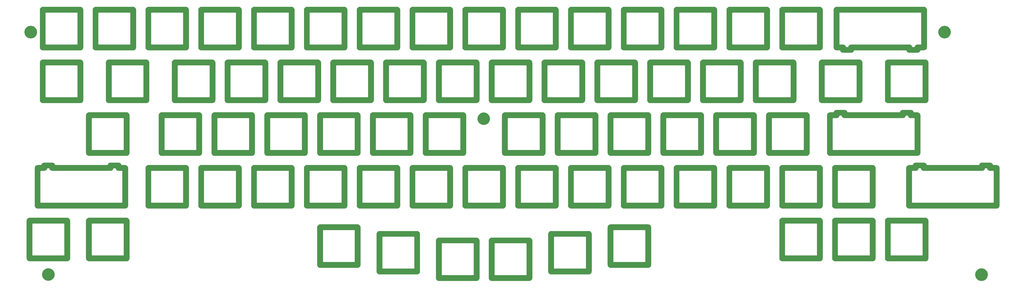
<source format=gbs>
G04 #@! TF.GenerationSoftware,KiCad,Pcbnew,5.0.2-bee76a0~70~ubuntu18.04.1*
G04 #@! TF.CreationDate,2020-02-19T02:48:56+09:00*
G04 #@! TF.ProjectId,amatelus73,616d6174-656c-4757-9337-332e6b696361,rev?*
G04 #@! TF.SameCoordinates,Original*
G04 #@! TF.FileFunction,Soldermask,Bot*
G04 #@! TF.FilePolarity,Negative*
%FSLAX46Y46*%
G04 Gerber Fmt 4.6, Leading zero omitted, Abs format (unit mm)*
G04 Created by KiCad (PCBNEW 5.0.2-bee76a0~70~ubuntu18.04.1) date 2020年02月19日 02時48分56秒*
%MOMM*%
%LPD*%
G01*
G04 APERTURE LIST*
%ADD10C,0.100000*%
G04 APERTURE END LIST*
D10*
G36*
X202094510Y-108833041D02*
X202218032Y-108845207D01*
X202416146Y-108905305D01*
X202598729Y-109002897D01*
X202598731Y-109002899D01*
X202758766Y-109134236D01*
X202773494Y-109152181D01*
X202790819Y-109169506D01*
X202808760Y-109184231D01*
X202808765Y-109184235D01*
X202940103Y-109344271D01*
X203037695Y-109526854D01*
X203097793Y-109724968D01*
X203113000Y-109879370D01*
X203113000Y-123482630D01*
X203097793Y-123637032D01*
X203037695Y-123835146D01*
X202940103Y-124017729D01*
X202808765Y-124177765D01*
X202790823Y-124192490D01*
X202790821Y-124192491D01*
X202773497Y-124209814D01*
X202758765Y-124227765D01*
X202758763Y-124227766D01*
X202758762Y-124227768D01*
X202702927Y-124273590D01*
X202598729Y-124359103D01*
X202416146Y-124456695D01*
X202218032Y-124516793D01*
X202094510Y-124528959D01*
X202063631Y-124532000D01*
X188460369Y-124532000D01*
X188429490Y-124528959D01*
X188305968Y-124516793D01*
X188107854Y-124456695D01*
X187925271Y-124359103D01*
X187765235Y-124227765D01*
X187762966Y-124225000D01*
X187750506Y-124209819D01*
X187733181Y-124192494D01*
X187715239Y-124177769D01*
X187715235Y-124177765D01*
X187583897Y-124017729D01*
X187486305Y-123835145D01*
X187426207Y-123637031D01*
X187411000Y-123482629D01*
X187411000Y-111057000D01*
X189513000Y-111057000D01*
X189513000Y-122305000D01*
X189515402Y-122329386D01*
X189522515Y-122352835D01*
X189534066Y-122374446D01*
X189549612Y-122393388D01*
X189568554Y-122408934D01*
X189590165Y-122420485D01*
X189613614Y-122427598D01*
X189638000Y-122430000D01*
X200886000Y-122430000D01*
X200910386Y-122427598D01*
X200933835Y-122420485D01*
X200955446Y-122408934D01*
X200974388Y-122393388D01*
X200989934Y-122374446D01*
X201001485Y-122352835D01*
X201008598Y-122329386D01*
X201011000Y-122305000D01*
X201011001Y-111057000D01*
X201008599Y-111032614D01*
X201001486Y-111009165D01*
X200989935Y-110987554D01*
X200974389Y-110968612D01*
X200955447Y-110953066D01*
X200933836Y-110941515D01*
X200910387Y-110934402D01*
X200886001Y-110932000D01*
X189638000Y-110932000D01*
X189613614Y-110934402D01*
X189590165Y-110941515D01*
X189568554Y-110953066D01*
X189549612Y-110968612D01*
X189534066Y-110987554D01*
X189522515Y-111009165D01*
X189515402Y-111032614D01*
X189513000Y-111057000D01*
X187411000Y-111057000D01*
X187411001Y-109879370D01*
X187426208Y-109724968D01*
X187486306Y-109526854D01*
X187583898Y-109344271D01*
X187715236Y-109184235D01*
X187733178Y-109169510D01*
X187750505Y-109152183D01*
X187765235Y-109134235D01*
X187925269Y-109002899D01*
X187925271Y-109002897D01*
X188107854Y-108905305D01*
X188305968Y-108845207D01*
X188429490Y-108833041D01*
X188460369Y-108830000D01*
X202063631Y-108830000D01*
X202094510Y-108833041D01*
X202094510Y-108833041D01*
G37*
G36*
X183044510Y-108833041D02*
X183168032Y-108845207D01*
X183366146Y-108905305D01*
X183548729Y-109002897D01*
X183548731Y-109002899D01*
X183708762Y-109134232D01*
X183708763Y-109134234D01*
X183708765Y-109134235D01*
X183723497Y-109152186D01*
X183740818Y-109169506D01*
X183758765Y-109184235D01*
X183890103Y-109344271D01*
X183987695Y-109526854D01*
X184047793Y-109724968D01*
X184063000Y-109879370D01*
X184063000Y-123482630D01*
X184047793Y-123637032D01*
X183987695Y-123835146D01*
X183890103Y-124017729D01*
X183793470Y-124135477D01*
X183758764Y-124177766D01*
X183740819Y-124192494D01*
X183723494Y-124209819D01*
X183711034Y-124225000D01*
X183708765Y-124227765D01*
X183548729Y-124359103D01*
X183366146Y-124456695D01*
X183168032Y-124516793D01*
X183044510Y-124528959D01*
X183013631Y-124532000D01*
X169410369Y-124532000D01*
X169379490Y-124528959D01*
X169255968Y-124516793D01*
X169057854Y-124456695D01*
X168875271Y-124359103D01*
X168715235Y-124227765D01*
X168700505Y-124209817D01*
X168683178Y-124192490D01*
X168665236Y-124177765D01*
X168533900Y-124017731D01*
X168533898Y-124017729D01*
X168436306Y-123835146D01*
X168376208Y-123637032D01*
X168361001Y-123482630D01*
X168361001Y-111057000D01*
X170463000Y-111057000D01*
X170463000Y-122305000D01*
X170465402Y-122329386D01*
X170472515Y-122352835D01*
X170484066Y-122374446D01*
X170499612Y-122393388D01*
X170518554Y-122408934D01*
X170540165Y-122420485D01*
X170563614Y-122427598D01*
X170588000Y-122430000D01*
X181836001Y-122430000D01*
X181860387Y-122427598D01*
X181883836Y-122420485D01*
X181905447Y-122408934D01*
X181924389Y-122393388D01*
X181939935Y-122374446D01*
X181951486Y-122352835D01*
X181958599Y-122329386D01*
X181961001Y-122305000D01*
X181961000Y-111057000D01*
X181958598Y-111032614D01*
X181951485Y-111009165D01*
X181939934Y-110987554D01*
X181924388Y-110968612D01*
X181905446Y-110953066D01*
X181883835Y-110941515D01*
X181860386Y-110934402D01*
X181836000Y-110932000D01*
X170588000Y-110932000D01*
X170563614Y-110934402D01*
X170540165Y-110941515D01*
X170518554Y-110953066D01*
X170499612Y-110968612D01*
X170484066Y-110987554D01*
X170472515Y-111009165D01*
X170465402Y-111032614D01*
X170463000Y-111057000D01*
X168361001Y-111057000D01*
X168361000Y-109879371D01*
X168376207Y-109724969D01*
X168436305Y-109526855D01*
X168533897Y-109344271D01*
X168665235Y-109184235D01*
X168665239Y-109184231D01*
X168683181Y-109169506D01*
X168700506Y-109152181D01*
X168715234Y-109134236D01*
X168875269Y-109002899D01*
X168875271Y-109002897D01*
X169057854Y-108905305D01*
X169255968Y-108845207D01*
X169379490Y-108833041D01*
X169410369Y-108830000D01*
X183013631Y-108830000D01*
X183044510Y-108833041D01*
X183044510Y-108833041D01*
G37*
G36*
X365433445Y-120004254D02*
X365781593Y-120073504D01*
X366191249Y-120243189D01*
X366559929Y-120489534D01*
X366873466Y-120803071D01*
X367119811Y-121171751D01*
X367289496Y-121581407D01*
X367340336Y-121837000D01*
X367376000Y-122016294D01*
X367376000Y-122459706D01*
X367358746Y-122546445D01*
X367289496Y-122894593D01*
X367119811Y-123304249D01*
X366873466Y-123672929D01*
X366559929Y-123986466D01*
X366191249Y-124232811D01*
X365781593Y-124402496D01*
X365458347Y-124466793D01*
X365346706Y-124489000D01*
X364903294Y-124489000D01*
X364791653Y-124466793D01*
X364468407Y-124402496D01*
X364058751Y-124232811D01*
X363690071Y-123986466D01*
X363376534Y-123672929D01*
X363130189Y-123304249D01*
X362960504Y-122894593D01*
X362891254Y-122546445D01*
X362874000Y-122459706D01*
X362874000Y-122016294D01*
X362909664Y-121837000D01*
X362960504Y-121581407D01*
X363130189Y-121171751D01*
X363376534Y-120803071D01*
X363690071Y-120489534D01*
X364058751Y-120243189D01*
X364468407Y-120073504D01*
X364816555Y-120004254D01*
X364903294Y-119987000D01*
X365346706Y-119987000D01*
X365433445Y-120004254D01*
X365433445Y-120004254D01*
G37*
G36*
X28883445Y-119940254D02*
X29231593Y-120009504D01*
X29641249Y-120179189D01*
X30009929Y-120425534D01*
X30323466Y-120739071D01*
X30569811Y-121107751D01*
X30739496Y-121517407D01*
X30805009Y-121846765D01*
X30826000Y-121952294D01*
X30826000Y-122395706D01*
X30813270Y-122459704D01*
X30739496Y-122830593D01*
X30569811Y-123240249D01*
X30323466Y-123608929D01*
X30009929Y-123922466D01*
X29641249Y-124168811D01*
X29231593Y-124338496D01*
X28909845Y-124402495D01*
X28796706Y-124425000D01*
X28353294Y-124425000D01*
X28240155Y-124402495D01*
X27918407Y-124338496D01*
X27508751Y-124168811D01*
X27140071Y-123922466D01*
X26826534Y-123608929D01*
X26580189Y-123240249D01*
X26410504Y-122830593D01*
X26336730Y-122459704D01*
X26324000Y-122395706D01*
X26324000Y-121952294D01*
X26344991Y-121846765D01*
X26410504Y-121517407D01*
X26580189Y-121107751D01*
X26826534Y-120739071D01*
X27140071Y-120425534D01*
X27508751Y-120179189D01*
X27918407Y-120009504D01*
X28266555Y-119940254D01*
X28353294Y-119923000D01*
X28796706Y-119923000D01*
X28883445Y-119940254D01*
X28883445Y-119940254D01*
G37*
G36*
X223526510Y-106452041D02*
X223650032Y-106464207D01*
X223848146Y-106524305D01*
X224030729Y-106621897D01*
X224030731Y-106621899D01*
X224190762Y-106753232D01*
X224190763Y-106753234D01*
X224190765Y-106753235D01*
X224205497Y-106771186D01*
X224222818Y-106788506D01*
X224240765Y-106803235D01*
X224372103Y-106963271D01*
X224469695Y-107145854D01*
X224529793Y-107343968D01*
X224545000Y-107498370D01*
X224545000Y-121101630D01*
X224529793Y-121256032D01*
X224469695Y-121454146D01*
X224372103Y-121636729D01*
X224372101Y-121636731D01*
X224240764Y-121796766D01*
X224222819Y-121811494D01*
X224205494Y-121828819D01*
X224190766Y-121846764D01*
X224190765Y-121846765D01*
X224030729Y-121978103D01*
X223848146Y-122075695D01*
X223650032Y-122135793D01*
X223526510Y-122147959D01*
X223495631Y-122151000D01*
X209892369Y-122151000D01*
X209861490Y-122147959D01*
X209737968Y-122135793D01*
X209539854Y-122075695D01*
X209357271Y-121978103D01*
X209197235Y-121846765D01*
X209182505Y-121828817D01*
X209165178Y-121811490D01*
X209147236Y-121796765D01*
X209015900Y-121636731D01*
X209015898Y-121636729D01*
X208918306Y-121454146D01*
X208858208Y-121256032D01*
X208843001Y-121101630D01*
X208843001Y-108676000D01*
X210945000Y-108676000D01*
X210945000Y-119924000D01*
X210947402Y-119948386D01*
X210954515Y-119971835D01*
X210966066Y-119993446D01*
X210981612Y-120012388D01*
X211000554Y-120027934D01*
X211022165Y-120039485D01*
X211045614Y-120046598D01*
X211070000Y-120049000D01*
X222318001Y-120049000D01*
X222342387Y-120046598D01*
X222365836Y-120039485D01*
X222387447Y-120027934D01*
X222406389Y-120012388D01*
X222421935Y-119993446D01*
X222433486Y-119971835D01*
X222440599Y-119948386D01*
X222443001Y-119924000D01*
X222443000Y-108676000D01*
X222440598Y-108651614D01*
X222433485Y-108628165D01*
X222421934Y-108606554D01*
X222406388Y-108587612D01*
X222387446Y-108572066D01*
X222365835Y-108560515D01*
X222342386Y-108553402D01*
X222318000Y-108551000D01*
X211070000Y-108551000D01*
X211045614Y-108553402D01*
X211022165Y-108560515D01*
X211000554Y-108572066D01*
X210981612Y-108587612D01*
X210966066Y-108606554D01*
X210954515Y-108628165D01*
X210947402Y-108651614D01*
X210945000Y-108676000D01*
X208843001Y-108676000D01*
X208843000Y-107498371D01*
X208858207Y-107343969D01*
X208918305Y-107145855D01*
X209015897Y-106963271D01*
X209147235Y-106803235D01*
X209147239Y-106803231D01*
X209165181Y-106788506D01*
X209182506Y-106771181D01*
X209197234Y-106753236D01*
X209357269Y-106621899D01*
X209357271Y-106621897D01*
X209539854Y-106524305D01*
X209737968Y-106464207D01*
X209861490Y-106452041D01*
X209892369Y-106449000D01*
X223495631Y-106449000D01*
X223526510Y-106452041D01*
X223526510Y-106452041D01*
G37*
G36*
X161613510Y-106452041D02*
X161737032Y-106464207D01*
X161935146Y-106524305D01*
X162117729Y-106621897D01*
X162117731Y-106621899D01*
X162277762Y-106753232D01*
X162277763Y-106753234D01*
X162277765Y-106753235D01*
X162292497Y-106771186D01*
X162309818Y-106788506D01*
X162327765Y-106803235D01*
X162459103Y-106963271D01*
X162556695Y-107145854D01*
X162616793Y-107343968D01*
X162632000Y-107498370D01*
X162632000Y-121101630D01*
X162616793Y-121256032D01*
X162556695Y-121454146D01*
X162459103Y-121636729D01*
X162459101Y-121636731D01*
X162327764Y-121796766D01*
X162309819Y-121811494D01*
X162292494Y-121828819D01*
X162277766Y-121846764D01*
X162277765Y-121846765D01*
X162117729Y-121978103D01*
X161935146Y-122075695D01*
X161737032Y-122135793D01*
X161613510Y-122147959D01*
X161582631Y-122151000D01*
X147979369Y-122151000D01*
X147948490Y-122147959D01*
X147824968Y-122135793D01*
X147626854Y-122075695D01*
X147444271Y-121978103D01*
X147284235Y-121846765D01*
X147269505Y-121828817D01*
X147252178Y-121811490D01*
X147234236Y-121796765D01*
X147102900Y-121636731D01*
X147102898Y-121636729D01*
X147005306Y-121454146D01*
X146945208Y-121256032D01*
X146930001Y-121101630D01*
X146930001Y-108676000D01*
X149032000Y-108676000D01*
X149032000Y-119924000D01*
X149034402Y-119948386D01*
X149041515Y-119971835D01*
X149053066Y-119993446D01*
X149068612Y-120012388D01*
X149087554Y-120027934D01*
X149109165Y-120039485D01*
X149132614Y-120046598D01*
X149157000Y-120049000D01*
X160405001Y-120049000D01*
X160429387Y-120046598D01*
X160452836Y-120039485D01*
X160474447Y-120027934D01*
X160493389Y-120012388D01*
X160508935Y-119993446D01*
X160520486Y-119971835D01*
X160527599Y-119948386D01*
X160530001Y-119924000D01*
X160530000Y-108676000D01*
X160527598Y-108651614D01*
X160520485Y-108628165D01*
X160508934Y-108606554D01*
X160493388Y-108587612D01*
X160474446Y-108572066D01*
X160452835Y-108560515D01*
X160429386Y-108553402D01*
X160405000Y-108551000D01*
X149157000Y-108551000D01*
X149132614Y-108553402D01*
X149109165Y-108560515D01*
X149087554Y-108572066D01*
X149068612Y-108587612D01*
X149053066Y-108606554D01*
X149041515Y-108628165D01*
X149034402Y-108651614D01*
X149032000Y-108676000D01*
X146930001Y-108676000D01*
X146930000Y-107498371D01*
X146945207Y-107343969D01*
X147005305Y-107145855D01*
X147102897Y-106963271D01*
X147234235Y-106803235D01*
X147234239Y-106803231D01*
X147252181Y-106788506D01*
X147269506Y-106771181D01*
X147284234Y-106753236D01*
X147444269Y-106621899D01*
X147444271Y-106621897D01*
X147626854Y-106524305D01*
X147824968Y-106464207D01*
X147948490Y-106452041D01*
X147979369Y-106449000D01*
X161582631Y-106449000D01*
X161613510Y-106452041D01*
X161613510Y-106452041D01*
G37*
G36*
X244957510Y-104071041D02*
X245081032Y-104083207D01*
X245279146Y-104143305D01*
X245461729Y-104240897D01*
X245461731Y-104240899D01*
X245621762Y-104372232D01*
X245621763Y-104372234D01*
X245621765Y-104372235D01*
X245636497Y-104390186D01*
X245653818Y-104407506D01*
X245671765Y-104422235D01*
X245803103Y-104582271D01*
X245900695Y-104764854D01*
X245960793Y-104962968D01*
X245976000Y-105117370D01*
X245976000Y-118720630D01*
X245960793Y-118875032D01*
X245900695Y-119073146D01*
X245803103Y-119255729D01*
X245803101Y-119255731D01*
X245671764Y-119415766D01*
X245653819Y-119430494D01*
X245636494Y-119447819D01*
X245621766Y-119465764D01*
X245621765Y-119465765D01*
X245461729Y-119597103D01*
X245279146Y-119694695D01*
X245081032Y-119754793D01*
X244957510Y-119766959D01*
X244926631Y-119770000D01*
X231323369Y-119770000D01*
X231292490Y-119766959D01*
X231168968Y-119754793D01*
X230970854Y-119694695D01*
X230788271Y-119597103D01*
X230628235Y-119465765D01*
X230613505Y-119447817D01*
X230596178Y-119430490D01*
X230578236Y-119415765D01*
X230446900Y-119255731D01*
X230446898Y-119255729D01*
X230349306Y-119073146D01*
X230289208Y-118875032D01*
X230274001Y-118720630D01*
X230274001Y-106295000D01*
X232376000Y-106295000D01*
X232376000Y-117543000D01*
X232378402Y-117567386D01*
X232385515Y-117590835D01*
X232397066Y-117612446D01*
X232412612Y-117631388D01*
X232431554Y-117646934D01*
X232453165Y-117658485D01*
X232476614Y-117665598D01*
X232501000Y-117668000D01*
X243749001Y-117668000D01*
X243773387Y-117665598D01*
X243796836Y-117658485D01*
X243818447Y-117646934D01*
X243837389Y-117631388D01*
X243852935Y-117612446D01*
X243864486Y-117590835D01*
X243871599Y-117567386D01*
X243874001Y-117543000D01*
X243874000Y-106295000D01*
X243871598Y-106270614D01*
X243864485Y-106247165D01*
X243852934Y-106225554D01*
X243837388Y-106206612D01*
X243818446Y-106191066D01*
X243796835Y-106179515D01*
X243773386Y-106172402D01*
X243749000Y-106170000D01*
X232501000Y-106170000D01*
X232476614Y-106172402D01*
X232453165Y-106179515D01*
X232431554Y-106191066D01*
X232412612Y-106206612D01*
X232397066Y-106225554D01*
X232385515Y-106247165D01*
X232378402Y-106270614D01*
X232376000Y-106295000D01*
X230274001Y-106295000D01*
X230274000Y-105117371D01*
X230289207Y-104962969D01*
X230349305Y-104764855D01*
X230446897Y-104582271D01*
X230578235Y-104422235D01*
X230578239Y-104422231D01*
X230596181Y-104407506D01*
X230613506Y-104390181D01*
X230628234Y-104372236D01*
X230788269Y-104240899D01*
X230788271Y-104240897D01*
X230970854Y-104143305D01*
X231168968Y-104083207D01*
X231292490Y-104071041D01*
X231323369Y-104068000D01*
X244926631Y-104068000D01*
X244957510Y-104071041D01*
X244957510Y-104071041D01*
G37*
G36*
X140182510Y-104071041D02*
X140306032Y-104083207D01*
X140504146Y-104143305D01*
X140686729Y-104240897D01*
X140686731Y-104240899D01*
X140846766Y-104372236D01*
X140861494Y-104390181D01*
X140878819Y-104407506D01*
X140896760Y-104422231D01*
X140896765Y-104422235D01*
X141028103Y-104582271D01*
X141125695Y-104764854D01*
X141185793Y-104962968D01*
X141201000Y-105117370D01*
X141201000Y-118720630D01*
X141185793Y-118875032D01*
X141125695Y-119073146D01*
X141028103Y-119255729D01*
X140896765Y-119415765D01*
X140878823Y-119430490D01*
X140878821Y-119430491D01*
X140861497Y-119447814D01*
X140846765Y-119465765D01*
X140846763Y-119465766D01*
X140846762Y-119465768D01*
X140750743Y-119544568D01*
X140686729Y-119597103D01*
X140504146Y-119694695D01*
X140306032Y-119754793D01*
X140182510Y-119766959D01*
X140151631Y-119770000D01*
X126548369Y-119770000D01*
X126517490Y-119766959D01*
X126393968Y-119754793D01*
X126195854Y-119694695D01*
X126013271Y-119597103D01*
X125853235Y-119465765D01*
X125853234Y-119465764D01*
X125838506Y-119447819D01*
X125821181Y-119430494D01*
X125803239Y-119415769D01*
X125803235Y-119415765D01*
X125671897Y-119255729D01*
X125574305Y-119073145D01*
X125514207Y-118875031D01*
X125499000Y-118720629D01*
X125499000Y-106295000D01*
X127601000Y-106295000D01*
X127601000Y-117543000D01*
X127603402Y-117567386D01*
X127610515Y-117590835D01*
X127622066Y-117612446D01*
X127637612Y-117631388D01*
X127656554Y-117646934D01*
X127678165Y-117658485D01*
X127701614Y-117665598D01*
X127726000Y-117668000D01*
X138974000Y-117668000D01*
X138998386Y-117665598D01*
X139021835Y-117658485D01*
X139043446Y-117646934D01*
X139062388Y-117631388D01*
X139077934Y-117612446D01*
X139089485Y-117590835D01*
X139096598Y-117567386D01*
X139099000Y-117543000D01*
X139099001Y-106295000D01*
X139096599Y-106270614D01*
X139089486Y-106247165D01*
X139077935Y-106225554D01*
X139062389Y-106206612D01*
X139043447Y-106191066D01*
X139021836Y-106179515D01*
X138998387Y-106172402D01*
X138974001Y-106170000D01*
X127726000Y-106170000D01*
X127701614Y-106172402D01*
X127678165Y-106179515D01*
X127656554Y-106191066D01*
X127637612Y-106206612D01*
X127622066Y-106225554D01*
X127610515Y-106247165D01*
X127603402Y-106270614D01*
X127601000Y-106295000D01*
X125499000Y-106295000D01*
X125499001Y-105117370D01*
X125514208Y-104962968D01*
X125574306Y-104764854D01*
X125671898Y-104582271D01*
X125803236Y-104422235D01*
X125821178Y-104407510D01*
X125838505Y-104390183D01*
X125853235Y-104372235D01*
X126013269Y-104240899D01*
X126013271Y-104240897D01*
X126195854Y-104143305D01*
X126393968Y-104083207D01*
X126517490Y-104071041D01*
X126548369Y-104068000D01*
X140151631Y-104068000D01*
X140182510Y-104071041D01*
X140182510Y-104071041D01*
G37*
G36*
X35407510Y-101690041D02*
X35531032Y-101702207D01*
X35729146Y-101762305D01*
X35911729Y-101859897D01*
X35911731Y-101859899D01*
X36071766Y-101991236D01*
X36086494Y-102009181D01*
X36103819Y-102026506D01*
X36121764Y-102041234D01*
X36121765Y-102041235D01*
X36253103Y-102201271D01*
X36350695Y-102383854D01*
X36410793Y-102581968D01*
X36426000Y-102736370D01*
X36426000Y-116339630D01*
X36410793Y-116494032D01*
X36350695Y-116692146D01*
X36253103Y-116874729D01*
X36253101Y-116874731D01*
X36121766Y-117034764D01*
X36103821Y-117049491D01*
X36086497Y-117066814D01*
X36071765Y-117084765D01*
X36071763Y-117084766D01*
X36071762Y-117084768D01*
X35975743Y-117163568D01*
X35911729Y-117216103D01*
X35729146Y-117313695D01*
X35531032Y-117373793D01*
X35407510Y-117385959D01*
X35376631Y-117389000D01*
X21773369Y-117389000D01*
X21742490Y-117385959D01*
X21618968Y-117373793D01*
X21420854Y-117313695D01*
X21238271Y-117216103D01*
X21078235Y-117084765D01*
X21078234Y-117084764D01*
X21063506Y-117066819D01*
X21046181Y-117049494D01*
X21028239Y-117034769D01*
X21028235Y-117034765D01*
X20896897Y-116874729D01*
X20799305Y-116692145D01*
X20739207Y-116494031D01*
X20724000Y-116339629D01*
X20724000Y-103914000D01*
X22826000Y-103914000D01*
X22826000Y-115162000D01*
X22828402Y-115186386D01*
X22835515Y-115209835D01*
X22847066Y-115231446D01*
X22862612Y-115250388D01*
X22881554Y-115265934D01*
X22903165Y-115277485D01*
X22926614Y-115284598D01*
X22951000Y-115287000D01*
X34199000Y-115287000D01*
X34223386Y-115284598D01*
X34246835Y-115277485D01*
X34268446Y-115265934D01*
X34287388Y-115250388D01*
X34302934Y-115231446D01*
X34314485Y-115209835D01*
X34321598Y-115186386D01*
X34324000Y-115162000D01*
X34324001Y-103914000D01*
X34321599Y-103889614D01*
X34314486Y-103866165D01*
X34302935Y-103844554D01*
X34287389Y-103825612D01*
X34268447Y-103810066D01*
X34246836Y-103798515D01*
X34223387Y-103791402D01*
X34199001Y-103789000D01*
X22951000Y-103789000D01*
X22926614Y-103791402D01*
X22903165Y-103798515D01*
X22881554Y-103810066D01*
X22862612Y-103825612D01*
X22847066Y-103844554D01*
X22835515Y-103866165D01*
X22828402Y-103889614D01*
X22826000Y-103914000D01*
X20724000Y-103914000D01*
X20724001Y-102736370D01*
X20739208Y-102581968D01*
X20799306Y-102383854D01*
X20896898Y-102201271D01*
X21028236Y-102041235D01*
X21046178Y-102026510D01*
X21063505Y-102009183D01*
X21078235Y-101991235D01*
X21238269Y-101859899D01*
X21238271Y-101859897D01*
X21420854Y-101762305D01*
X21618968Y-101702207D01*
X21742490Y-101690041D01*
X21773369Y-101687000D01*
X35376631Y-101687000D01*
X35407510Y-101690041D01*
X35407510Y-101690041D01*
G37*
G36*
X344970510Y-101690041D02*
X345094032Y-101702207D01*
X345292146Y-101762305D01*
X345474729Y-101859897D01*
X345474731Y-101859899D01*
X345634766Y-101991236D01*
X345649494Y-102009181D01*
X345666819Y-102026506D01*
X345684764Y-102041234D01*
X345684765Y-102041235D01*
X345816103Y-102201271D01*
X345913695Y-102383854D01*
X345973793Y-102581968D01*
X345989000Y-102736370D01*
X345989000Y-116339630D01*
X345973793Y-116494032D01*
X345913695Y-116692146D01*
X345816103Y-116874729D01*
X345816101Y-116874731D01*
X345684766Y-117034764D01*
X345666821Y-117049491D01*
X345649497Y-117066814D01*
X345634765Y-117084765D01*
X345634763Y-117084766D01*
X345634762Y-117084768D01*
X345538743Y-117163568D01*
X345474729Y-117216103D01*
X345292146Y-117313695D01*
X345094032Y-117373793D01*
X344970510Y-117385959D01*
X344939631Y-117389000D01*
X331336369Y-117389000D01*
X331305490Y-117385959D01*
X331181968Y-117373793D01*
X330983854Y-117313695D01*
X330801271Y-117216103D01*
X330641235Y-117084765D01*
X330641234Y-117084764D01*
X330626506Y-117066819D01*
X330609181Y-117049494D01*
X330591239Y-117034769D01*
X330591235Y-117034765D01*
X330459897Y-116874729D01*
X330362305Y-116692145D01*
X330302207Y-116494031D01*
X330287000Y-116339629D01*
X330287000Y-103914000D01*
X332389000Y-103914000D01*
X332389000Y-115162000D01*
X332391402Y-115186386D01*
X332398515Y-115209835D01*
X332410066Y-115231446D01*
X332425612Y-115250388D01*
X332444554Y-115265934D01*
X332466165Y-115277485D01*
X332489614Y-115284598D01*
X332514000Y-115287000D01*
X343762000Y-115287000D01*
X343786386Y-115284598D01*
X343809835Y-115277485D01*
X343831446Y-115265934D01*
X343850388Y-115250388D01*
X343865934Y-115231446D01*
X343877485Y-115209835D01*
X343884598Y-115186386D01*
X343887000Y-115162000D01*
X343887001Y-103914000D01*
X343884599Y-103889614D01*
X343877486Y-103866165D01*
X343865935Y-103844554D01*
X343850389Y-103825612D01*
X343831447Y-103810066D01*
X343809836Y-103798515D01*
X343786387Y-103791402D01*
X343762001Y-103789000D01*
X332514000Y-103789000D01*
X332489614Y-103791402D01*
X332466165Y-103798515D01*
X332444554Y-103810066D01*
X332425612Y-103825612D01*
X332410066Y-103844554D01*
X332398515Y-103866165D01*
X332391402Y-103889614D01*
X332389000Y-103914000D01*
X330287000Y-103914000D01*
X330287001Y-102736370D01*
X330302208Y-102581968D01*
X330362306Y-102383854D01*
X330459898Y-102201271D01*
X330591236Y-102041235D01*
X330609178Y-102026510D01*
X330626505Y-102009183D01*
X330641235Y-101991235D01*
X330801269Y-101859899D01*
X330801271Y-101859897D01*
X330983854Y-101762305D01*
X331181968Y-101702207D01*
X331305490Y-101690041D01*
X331336369Y-101687000D01*
X344939631Y-101687000D01*
X344970510Y-101690041D01*
X344970510Y-101690041D01*
G37*
G36*
X306870510Y-101690041D02*
X306994032Y-101702207D01*
X307192146Y-101762305D01*
X307374729Y-101859897D01*
X307374731Y-101859899D01*
X307534766Y-101991236D01*
X307549494Y-102009181D01*
X307566819Y-102026506D01*
X307584764Y-102041234D01*
X307584765Y-102041235D01*
X307716103Y-102201271D01*
X307813695Y-102383854D01*
X307873793Y-102581968D01*
X307889000Y-102736370D01*
X307889000Y-116339630D01*
X307873793Y-116494032D01*
X307813695Y-116692146D01*
X307716103Y-116874729D01*
X307716101Y-116874731D01*
X307584766Y-117034764D01*
X307566821Y-117049491D01*
X307549497Y-117066814D01*
X307534765Y-117084765D01*
X307534763Y-117084766D01*
X307534762Y-117084768D01*
X307438743Y-117163568D01*
X307374729Y-117216103D01*
X307192146Y-117313695D01*
X306994032Y-117373793D01*
X306870510Y-117385959D01*
X306839631Y-117389000D01*
X293236369Y-117389000D01*
X293205490Y-117385959D01*
X293081968Y-117373793D01*
X292883854Y-117313695D01*
X292701271Y-117216103D01*
X292541235Y-117084765D01*
X292541234Y-117084764D01*
X292526506Y-117066819D01*
X292509181Y-117049494D01*
X292491239Y-117034769D01*
X292491235Y-117034765D01*
X292359897Y-116874729D01*
X292262305Y-116692145D01*
X292202207Y-116494031D01*
X292187000Y-116339629D01*
X292187000Y-103914000D01*
X294289000Y-103914000D01*
X294289000Y-115162000D01*
X294291402Y-115186386D01*
X294298515Y-115209835D01*
X294310066Y-115231446D01*
X294325612Y-115250388D01*
X294344554Y-115265934D01*
X294366165Y-115277485D01*
X294389614Y-115284598D01*
X294414000Y-115287000D01*
X305662000Y-115287000D01*
X305686386Y-115284598D01*
X305709835Y-115277485D01*
X305731446Y-115265934D01*
X305750388Y-115250388D01*
X305765934Y-115231446D01*
X305777485Y-115209835D01*
X305784598Y-115186386D01*
X305787000Y-115162000D01*
X305787001Y-103914000D01*
X305784599Y-103889614D01*
X305777486Y-103866165D01*
X305765935Y-103844554D01*
X305750389Y-103825612D01*
X305731447Y-103810066D01*
X305709836Y-103798515D01*
X305686387Y-103791402D01*
X305662001Y-103789000D01*
X294414000Y-103789000D01*
X294389614Y-103791402D01*
X294366165Y-103798515D01*
X294344554Y-103810066D01*
X294325612Y-103825612D01*
X294310066Y-103844554D01*
X294298515Y-103866165D01*
X294291402Y-103889614D01*
X294289000Y-103914000D01*
X292187000Y-103914000D01*
X292187001Y-102736370D01*
X292202208Y-102581968D01*
X292262306Y-102383854D01*
X292359898Y-102201271D01*
X292491236Y-102041235D01*
X292509178Y-102026510D01*
X292526505Y-102009183D01*
X292541235Y-101991235D01*
X292701269Y-101859899D01*
X292701271Y-101859897D01*
X292883854Y-101762305D01*
X293081968Y-101702207D01*
X293205490Y-101690041D01*
X293236369Y-101687000D01*
X306839631Y-101687000D01*
X306870510Y-101690041D01*
X306870510Y-101690041D01*
G37*
G36*
X325920510Y-101690041D02*
X326044032Y-101702207D01*
X326242146Y-101762305D01*
X326424729Y-101859897D01*
X326424731Y-101859899D01*
X326584766Y-101991236D01*
X326599494Y-102009181D01*
X326616819Y-102026506D01*
X326634764Y-102041234D01*
X326634765Y-102041235D01*
X326766103Y-102201271D01*
X326863695Y-102383854D01*
X326923793Y-102581968D01*
X326939000Y-102736370D01*
X326939000Y-116339630D01*
X326923793Y-116494032D01*
X326863695Y-116692146D01*
X326766103Y-116874729D01*
X326766101Y-116874731D01*
X326634766Y-117034764D01*
X326616821Y-117049491D01*
X326599497Y-117066814D01*
X326584765Y-117084765D01*
X326584763Y-117084766D01*
X326584762Y-117084768D01*
X326488743Y-117163568D01*
X326424729Y-117216103D01*
X326242146Y-117313695D01*
X326044032Y-117373793D01*
X325920510Y-117385959D01*
X325889631Y-117389000D01*
X312286369Y-117389000D01*
X312255490Y-117385959D01*
X312131968Y-117373793D01*
X311933854Y-117313695D01*
X311751271Y-117216103D01*
X311591235Y-117084765D01*
X311591234Y-117084764D01*
X311576506Y-117066819D01*
X311559181Y-117049494D01*
X311541239Y-117034769D01*
X311541235Y-117034765D01*
X311409897Y-116874729D01*
X311312305Y-116692145D01*
X311252207Y-116494031D01*
X311237000Y-116339629D01*
X311237000Y-103914000D01*
X313339000Y-103914000D01*
X313339000Y-115162000D01*
X313341402Y-115186386D01*
X313348515Y-115209835D01*
X313360066Y-115231446D01*
X313375612Y-115250388D01*
X313394554Y-115265934D01*
X313416165Y-115277485D01*
X313439614Y-115284598D01*
X313464000Y-115287000D01*
X324712000Y-115287000D01*
X324736386Y-115284598D01*
X324759835Y-115277485D01*
X324781446Y-115265934D01*
X324800388Y-115250388D01*
X324815934Y-115231446D01*
X324827485Y-115209835D01*
X324834598Y-115186386D01*
X324837000Y-115162000D01*
X324837001Y-103914000D01*
X324834599Y-103889614D01*
X324827486Y-103866165D01*
X324815935Y-103844554D01*
X324800389Y-103825612D01*
X324781447Y-103810066D01*
X324759836Y-103798515D01*
X324736387Y-103791402D01*
X324712001Y-103789000D01*
X313464000Y-103789000D01*
X313439614Y-103791402D01*
X313416165Y-103798515D01*
X313394554Y-103810066D01*
X313375612Y-103825612D01*
X313360066Y-103844554D01*
X313348515Y-103866165D01*
X313341402Y-103889614D01*
X313339000Y-103914000D01*
X311237000Y-103914000D01*
X311237001Y-102736370D01*
X311252208Y-102581968D01*
X311312306Y-102383854D01*
X311409898Y-102201271D01*
X311541236Y-102041235D01*
X311559178Y-102026510D01*
X311576505Y-102009183D01*
X311591235Y-101991235D01*
X311751269Y-101859899D01*
X311751271Y-101859897D01*
X311933854Y-101762305D01*
X312131968Y-101702207D01*
X312255490Y-101690041D01*
X312286369Y-101687000D01*
X325889631Y-101687000D01*
X325920510Y-101690041D01*
X325920510Y-101690041D01*
G37*
G36*
X56838710Y-101690041D02*
X56962232Y-101702207D01*
X57160346Y-101762305D01*
X57342929Y-101859897D01*
X57342931Y-101859899D01*
X57502966Y-101991236D01*
X57517694Y-102009181D01*
X57535019Y-102026506D01*
X57552964Y-102041234D01*
X57552965Y-102041235D01*
X57684303Y-102201271D01*
X57781895Y-102383854D01*
X57841993Y-102581968D01*
X57857200Y-102736370D01*
X57857200Y-116339630D01*
X57841993Y-116494032D01*
X57781895Y-116692146D01*
X57684303Y-116874729D01*
X57684301Y-116874731D01*
X57552966Y-117034764D01*
X57535021Y-117049491D01*
X57517697Y-117066814D01*
X57502965Y-117084765D01*
X57502963Y-117084766D01*
X57502962Y-117084768D01*
X57406943Y-117163568D01*
X57342929Y-117216103D01*
X57160346Y-117313695D01*
X56962232Y-117373793D01*
X56838710Y-117385959D01*
X56807831Y-117389000D01*
X43204569Y-117389000D01*
X43173690Y-117385959D01*
X43050168Y-117373793D01*
X42852054Y-117313695D01*
X42669471Y-117216103D01*
X42509435Y-117084765D01*
X42509434Y-117084764D01*
X42494706Y-117066819D01*
X42477381Y-117049494D01*
X42459439Y-117034769D01*
X42459435Y-117034765D01*
X42328097Y-116874729D01*
X42230505Y-116692145D01*
X42170407Y-116494031D01*
X42155200Y-116339629D01*
X42155200Y-103914000D01*
X44257200Y-103914000D01*
X44257200Y-115162000D01*
X44259602Y-115186386D01*
X44266715Y-115209835D01*
X44278266Y-115231446D01*
X44293812Y-115250388D01*
X44312754Y-115265934D01*
X44334365Y-115277485D01*
X44357814Y-115284598D01*
X44382200Y-115287000D01*
X55630200Y-115287000D01*
X55654586Y-115284598D01*
X55678035Y-115277485D01*
X55699646Y-115265934D01*
X55718588Y-115250388D01*
X55734134Y-115231446D01*
X55745685Y-115209835D01*
X55752798Y-115186386D01*
X55755200Y-115162000D01*
X55755201Y-103914000D01*
X55752799Y-103889614D01*
X55745686Y-103866165D01*
X55734135Y-103844554D01*
X55718589Y-103825612D01*
X55699647Y-103810066D01*
X55678036Y-103798515D01*
X55654587Y-103791402D01*
X55630201Y-103789000D01*
X44382200Y-103789000D01*
X44357814Y-103791402D01*
X44334365Y-103798515D01*
X44312754Y-103810066D01*
X44293812Y-103825612D01*
X44278266Y-103844554D01*
X44266715Y-103866165D01*
X44259602Y-103889614D01*
X44257200Y-103914000D01*
X42155200Y-103914000D01*
X42155201Y-102736370D01*
X42170408Y-102581968D01*
X42230506Y-102383854D01*
X42328098Y-102201271D01*
X42459436Y-102041235D01*
X42477378Y-102026510D01*
X42494705Y-102009183D01*
X42509435Y-101991235D01*
X42669469Y-101859899D01*
X42669471Y-101859897D01*
X42852054Y-101762305D01*
X43050168Y-101702207D01*
X43173690Y-101690041D01*
X43204569Y-101687000D01*
X56807831Y-101687000D01*
X56838710Y-101690041D01*
X56838710Y-101690041D01*
G37*
G36*
X268770510Y-82639541D02*
X268894032Y-82651707D01*
X269092146Y-82711805D01*
X269274729Y-82809397D01*
X269434765Y-82940735D01*
X269434766Y-82940736D01*
X269449494Y-82958681D01*
X269466819Y-82976006D01*
X269484764Y-82990734D01*
X269484765Y-82990735D01*
X269616103Y-83150771D01*
X269713695Y-83333354D01*
X269773793Y-83531468D01*
X269789000Y-83685870D01*
X269789000Y-97289130D01*
X269773793Y-97443532D01*
X269713695Y-97641646D01*
X269616103Y-97824229D01*
X269484765Y-97984265D01*
X269466823Y-97998990D01*
X269466821Y-97998991D01*
X269449497Y-98016314D01*
X269434765Y-98034265D01*
X269434763Y-98034266D01*
X269434762Y-98034268D01*
X269338743Y-98113068D01*
X269274729Y-98165603D01*
X269092146Y-98263195D01*
X268894032Y-98323293D01*
X268770510Y-98335459D01*
X268739631Y-98338500D01*
X255136369Y-98338500D01*
X255105490Y-98335459D01*
X254981968Y-98323293D01*
X254783854Y-98263195D01*
X254601271Y-98165603D01*
X254441235Y-98034265D01*
X254441234Y-98034264D01*
X254426506Y-98016319D01*
X254409181Y-97998994D01*
X254391239Y-97984269D01*
X254391235Y-97984265D01*
X254259897Y-97824229D01*
X254162305Y-97641645D01*
X254102207Y-97443531D01*
X254087000Y-97289129D01*
X254087000Y-84863500D01*
X256189000Y-84863500D01*
X256189000Y-96111500D01*
X256191402Y-96135886D01*
X256198515Y-96159335D01*
X256210066Y-96180946D01*
X256225612Y-96199888D01*
X256244554Y-96215434D01*
X256266165Y-96226985D01*
X256289614Y-96234098D01*
X256314000Y-96236500D01*
X267562000Y-96236500D01*
X267586386Y-96234098D01*
X267609835Y-96226985D01*
X267631446Y-96215434D01*
X267650388Y-96199888D01*
X267665934Y-96180946D01*
X267677485Y-96159335D01*
X267684598Y-96135886D01*
X267687000Y-96111500D01*
X267687001Y-84863500D01*
X267684599Y-84839114D01*
X267677486Y-84815665D01*
X267665935Y-84794054D01*
X267650389Y-84775112D01*
X267631447Y-84759566D01*
X267609836Y-84748015D01*
X267586387Y-84740902D01*
X267562001Y-84738500D01*
X256314000Y-84738500D01*
X256289614Y-84740902D01*
X256266165Y-84748015D01*
X256244554Y-84759566D01*
X256225612Y-84775112D01*
X256210066Y-84794054D01*
X256198515Y-84815665D01*
X256191402Y-84839114D01*
X256189000Y-84863500D01*
X254087000Y-84863500D01*
X254087001Y-83685870D01*
X254102208Y-83531468D01*
X254162306Y-83333354D01*
X254259898Y-83150771D01*
X254391236Y-82990735D01*
X254409178Y-82976010D01*
X254426505Y-82958683D01*
X254441235Y-82940735D01*
X254601271Y-82809397D01*
X254783854Y-82711805D01*
X254981968Y-82651707D01*
X255105490Y-82639541D01*
X255136369Y-82636500D01*
X268739631Y-82636500D01*
X268770510Y-82639541D01*
X268770510Y-82639541D01*
G37*
G36*
X249720510Y-82639541D02*
X249844032Y-82651707D01*
X250042146Y-82711805D01*
X250224729Y-82809397D01*
X250384765Y-82940735D01*
X250384766Y-82940736D01*
X250399494Y-82958681D01*
X250416819Y-82976006D01*
X250434764Y-82990734D01*
X250434765Y-82990735D01*
X250566103Y-83150771D01*
X250663695Y-83333354D01*
X250723793Y-83531468D01*
X250739000Y-83685870D01*
X250739000Y-97289130D01*
X250723793Y-97443532D01*
X250663695Y-97641646D01*
X250566103Y-97824229D01*
X250434765Y-97984265D01*
X250416823Y-97998990D01*
X250416821Y-97998991D01*
X250399497Y-98016314D01*
X250384765Y-98034265D01*
X250384763Y-98034266D01*
X250384762Y-98034268D01*
X250288743Y-98113068D01*
X250224729Y-98165603D01*
X250042146Y-98263195D01*
X249844032Y-98323293D01*
X249720510Y-98335459D01*
X249689631Y-98338500D01*
X236086369Y-98338500D01*
X236055490Y-98335459D01*
X235931968Y-98323293D01*
X235733854Y-98263195D01*
X235551271Y-98165603D01*
X235391235Y-98034265D01*
X235391234Y-98034264D01*
X235376506Y-98016319D01*
X235359181Y-97998994D01*
X235341239Y-97984269D01*
X235341235Y-97984265D01*
X235209897Y-97824229D01*
X235112305Y-97641645D01*
X235052207Y-97443531D01*
X235037000Y-97289129D01*
X235037000Y-84863500D01*
X237139000Y-84863500D01*
X237139000Y-96111500D01*
X237141402Y-96135886D01*
X237148515Y-96159335D01*
X237160066Y-96180946D01*
X237175612Y-96199888D01*
X237194554Y-96215434D01*
X237216165Y-96226985D01*
X237239614Y-96234098D01*
X237264000Y-96236500D01*
X248512000Y-96236500D01*
X248536386Y-96234098D01*
X248559835Y-96226985D01*
X248581446Y-96215434D01*
X248600388Y-96199888D01*
X248615934Y-96180946D01*
X248627485Y-96159335D01*
X248634598Y-96135886D01*
X248637000Y-96111500D01*
X248637001Y-84863500D01*
X248634599Y-84839114D01*
X248627486Y-84815665D01*
X248615935Y-84794054D01*
X248600389Y-84775112D01*
X248581447Y-84759566D01*
X248559836Y-84748015D01*
X248536387Y-84740902D01*
X248512001Y-84738500D01*
X237264000Y-84738500D01*
X237239614Y-84740902D01*
X237216165Y-84748015D01*
X237194554Y-84759566D01*
X237175612Y-84775112D01*
X237160066Y-84794054D01*
X237148515Y-84815665D01*
X237141402Y-84839114D01*
X237139000Y-84863500D01*
X235037000Y-84863500D01*
X235037001Y-83685870D01*
X235052208Y-83531468D01*
X235112306Y-83333354D01*
X235209898Y-83150771D01*
X235341236Y-82990735D01*
X235359178Y-82976010D01*
X235376505Y-82958683D01*
X235391235Y-82940735D01*
X235551271Y-82809397D01*
X235733854Y-82711805D01*
X235931968Y-82651707D01*
X236055490Y-82639541D01*
X236086369Y-82636500D01*
X249689631Y-82636500D01*
X249720510Y-82639541D01*
X249720510Y-82639541D01*
G37*
G36*
X211620510Y-82639541D02*
X211744032Y-82651707D01*
X211942146Y-82711805D01*
X212124729Y-82809397D01*
X212284765Y-82940735D01*
X212284766Y-82940736D01*
X212299494Y-82958681D01*
X212316819Y-82976006D01*
X212334764Y-82990734D01*
X212334765Y-82990735D01*
X212466103Y-83150771D01*
X212563695Y-83333354D01*
X212623793Y-83531468D01*
X212639000Y-83685870D01*
X212639000Y-97289130D01*
X212623793Y-97443532D01*
X212563695Y-97641646D01*
X212466103Y-97824229D01*
X212334765Y-97984265D01*
X212316823Y-97998990D01*
X212316821Y-97998991D01*
X212299497Y-98016314D01*
X212284765Y-98034265D01*
X212284763Y-98034266D01*
X212284762Y-98034268D01*
X212188743Y-98113068D01*
X212124729Y-98165603D01*
X211942146Y-98263195D01*
X211744032Y-98323293D01*
X211620510Y-98335459D01*
X211589631Y-98338500D01*
X197986369Y-98338500D01*
X197955490Y-98335459D01*
X197831968Y-98323293D01*
X197633854Y-98263195D01*
X197451271Y-98165603D01*
X197291235Y-98034265D01*
X197291234Y-98034264D01*
X197276506Y-98016319D01*
X197259181Y-97998994D01*
X197241239Y-97984269D01*
X197241235Y-97984265D01*
X197109897Y-97824229D01*
X197012305Y-97641645D01*
X196952207Y-97443531D01*
X196937000Y-97289129D01*
X196937000Y-84863500D01*
X199039000Y-84863500D01*
X199039000Y-96111500D01*
X199041402Y-96135886D01*
X199048515Y-96159335D01*
X199060066Y-96180946D01*
X199075612Y-96199888D01*
X199094554Y-96215434D01*
X199116165Y-96226985D01*
X199139614Y-96234098D01*
X199164000Y-96236500D01*
X210412000Y-96236500D01*
X210436386Y-96234098D01*
X210459835Y-96226985D01*
X210481446Y-96215434D01*
X210500388Y-96199888D01*
X210515934Y-96180946D01*
X210527485Y-96159335D01*
X210534598Y-96135886D01*
X210537000Y-96111500D01*
X210537001Y-84863500D01*
X210534599Y-84839114D01*
X210527486Y-84815665D01*
X210515935Y-84794054D01*
X210500389Y-84775112D01*
X210481447Y-84759566D01*
X210459836Y-84748015D01*
X210436387Y-84740902D01*
X210412001Y-84738500D01*
X199164000Y-84738500D01*
X199139614Y-84740902D01*
X199116165Y-84748015D01*
X199094554Y-84759566D01*
X199075612Y-84775112D01*
X199060066Y-84794054D01*
X199048515Y-84815665D01*
X199041402Y-84839114D01*
X199039000Y-84863500D01*
X196937000Y-84863500D01*
X196937001Y-83685870D01*
X196952208Y-83531468D01*
X197012306Y-83333354D01*
X197109898Y-83150771D01*
X197241236Y-82990735D01*
X197259178Y-82976010D01*
X197276505Y-82958683D01*
X197291235Y-82940735D01*
X197451271Y-82809397D01*
X197633854Y-82711805D01*
X197831968Y-82651707D01*
X197955490Y-82639541D01*
X197986369Y-82636500D01*
X211589631Y-82636500D01*
X211620510Y-82639541D01*
X211620510Y-82639541D01*
G37*
G36*
X97320010Y-82639541D02*
X97443532Y-82651707D01*
X97641646Y-82711805D01*
X97824229Y-82809397D01*
X97984265Y-82940735D01*
X97984266Y-82940736D01*
X97998994Y-82958681D01*
X98016319Y-82976006D01*
X98034264Y-82990734D01*
X98034265Y-82990735D01*
X98165603Y-83150771D01*
X98263195Y-83333354D01*
X98323293Y-83531468D01*
X98338500Y-83685870D01*
X98338500Y-97289130D01*
X98323293Y-97443532D01*
X98263195Y-97641646D01*
X98165603Y-97824229D01*
X98034265Y-97984265D01*
X98016323Y-97998990D01*
X98016321Y-97998991D01*
X97998997Y-98016314D01*
X97984265Y-98034265D01*
X97984263Y-98034266D01*
X97984262Y-98034268D01*
X97888243Y-98113068D01*
X97824229Y-98165603D01*
X97641646Y-98263195D01*
X97443532Y-98323293D01*
X97320010Y-98335459D01*
X97289131Y-98338500D01*
X83685869Y-98338500D01*
X83654990Y-98335459D01*
X83531468Y-98323293D01*
X83333354Y-98263195D01*
X83150771Y-98165603D01*
X82990735Y-98034265D01*
X82990734Y-98034264D01*
X82976006Y-98016319D01*
X82958681Y-97998994D01*
X82940739Y-97984269D01*
X82940735Y-97984265D01*
X82809397Y-97824229D01*
X82711805Y-97641645D01*
X82651707Y-97443531D01*
X82636500Y-97289129D01*
X82636500Y-84863500D01*
X84738500Y-84863500D01*
X84738500Y-96111500D01*
X84740902Y-96135886D01*
X84748015Y-96159335D01*
X84759566Y-96180946D01*
X84775112Y-96199888D01*
X84794054Y-96215434D01*
X84815665Y-96226985D01*
X84839114Y-96234098D01*
X84863500Y-96236500D01*
X96111500Y-96236500D01*
X96135886Y-96234098D01*
X96159335Y-96226985D01*
X96180946Y-96215434D01*
X96199888Y-96199888D01*
X96215434Y-96180946D01*
X96226985Y-96159335D01*
X96234098Y-96135886D01*
X96236500Y-96111500D01*
X96236501Y-84863500D01*
X96234099Y-84839114D01*
X96226986Y-84815665D01*
X96215435Y-84794054D01*
X96199889Y-84775112D01*
X96180947Y-84759566D01*
X96159336Y-84748015D01*
X96135887Y-84740902D01*
X96111501Y-84738500D01*
X84863500Y-84738500D01*
X84839114Y-84740902D01*
X84815665Y-84748015D01*
X84794054Y-84759566D01*
X84775112Y-84775112D01*
X84759566Y-84794054D01*
X84748015Y-84815665D01*
X84740902Y-84839114D01*
X84738500Y-84863500D01*
X82636500Y-84863500D01*
X82636501Y-83685870D01*
X82651708Y-83531468D01*
X82711806Y-83333354D01*
X82809398Y-83150771D01*
X82940736Y-82990735D01*
X82958678Y-82976010D01*
X82976005Y-82958683D01*
X82990735Y-82940735D01*
X83150771Y-82809397D01*
X83333354Y-82711805D01*
X83531468Y-82651707D01*
X83654990Y-82639541D01*
X83685869Y-82636500D01*
X97289131Y-82636500D01*
X97320010Y-82639541D01*
X97320010Y-82639541D01*
G37*
G36*
X116370510Y-82639541D02*
X116494032Y-82651707D01*
X116692146Y-82711805D01*
X116874729Y-82809397D01*
X117034765Y-82940735D01*
X117034766Y-82940736D01*
X117049494Y-82958681D01*
X117066819Y-82976006D01*
X117084764Y-82990734D01*
X117084765Y-82990735D01*
X117216103Y-83150771D01*
X117313695Y-83333354D01*
X117373793Y-83531468D01*
X117389000Y-83685870D01*
X117389000Y-97289130D01*
X117373793Y-97443532D01*
X117313695Y-97641646D01*
X117216103Y-97824229D01*
X117084765Y-97984265D01*
X117066823Y-97998990D01*
X117066821Y-97998991D01*
X117049497Y-98016314D01*
X117034765Y-98034265D01*
X117034763Y-98034266D01*
X117034762Y-98034268D01*
X116938743Y-98113068D01*
X116874729Y-98165603D01*
X116692146Y-98263195D01*
X116494032Y-98323293D01*
X116370510Y-98335459D01*
X116339631Y-98338500D01*
X102736369Y-98338500D01*
X102705490Y-98335459D01*
X102581968Y-98323293D01*
X102383854Y-98263195D01*
X102201271Y-98165603D01*
X102041235Y-98034265D01*
X102041234Y-98034264D01*
X102026506Y-98016319D01*
X102009181Y-97998994D01*
X101991239Y-97984269D01*
X101991235Y-97984265D01*
X101859897Y-97824229D01*
X101762305Y-97641645D01*
X101702207Y-97443531D01*
X101687000Y-97289129D01*
X101687000Y-84863500D01*
X103789000Y-84863500D01*
X103789000Y-96111500D01*
X103791402Y-96135886D01*
X103798515Y-96159335D01*
X103810066Y-96180946D01*
X103825612Y-96199888D01*
X103844554Y-96215434D01*
X103866165Y-96226985D01*
X103889614Y-96234098D01*
X103914000Y-96236500D01*
X115162000Y-96236500D01*
X115186386Y-96234098D01*
X115209835Y-96226985D01*
X115231446Y-96215434D01*
X115250388Y-96199888D01*
X115265934Y-96180946D01*
X115277485Y-96159335D01*
X115284598Y-96135886D01*
X115287000Y-96111500D01*
X115287001Y-84863500D01*
X115284599Y-84839114D01*
X115277486Y-84815665D01*
X115265935Y-84794054D01*
X115250389Y-84775112D01*
X115231447Y-84759566D01*
X115209836Y-84748015D01*
X115186387Y-84740902D01*
X115162001Y-84738500D01*
X103914000Y-84738500D01*
X103889614Y-84740902D01*
X103866165Y-84748015D01*
X103844554Y-84759566D01*
X103825612Y-84775112D01*
X103810066Y-84794054D01*
X103798515Y-84815665D01*
X103791402Y-84839114D01*
X103789000Y-84863500D01*
X101687000Y-84863500D01*
X101687001Y-83685870D01*
X101702208Y-83531468D01*
X101762306Y-83333354D01*
X101859898Y-83150771D01*
X101991236Y-82990735D01*
X102009178Y-82976010D01*
X102026505Y-82958683D01*
X102041235Y-82940735D01*
X102201271Y-82809397D01*
X102383854Y-82711805D01*
X102581968Y-82651707D01*
X102705490Y-82639541D01*
X102736369Y-82636500D01*
X116339631Y-82636500D01*
X116370510Y-82639541D01*
X116370510Y-82639541D01*
G37*
G36*
X135420510Y-82639541D02*
X135544032Y-82651707D01*
X135742146Y-82711805D01*
X135924729Y-82809397D01*
X136084765Y-82940735D01*
X136084766Y-82940736D01*
X136099494Y-82958681D01*
X136116819Y-82976006D01*
X136134764Y-82990734D01*
X136134765Y-82990735D01*
X136266103Y-83150771D01*
X136363695Y-83333354D01*
X136423793Y-83531468D01*
X136439000Y-83685870D01*
X136439000Y-97289130D01*
X136423793Y-97443532D01*
X136363695Y-97641646D01*
X136266103Y-97824229D01*
X136134765Y-97984265D01*
X136116823Y-97998990D01*
X136116821Y-97998991D01*
X136099497Y-98016314D01*
X136084765Y-98034265D01*
X136084763Y-98034266D01*
X136084762Y-98034268D01*
X135988743Y-98113068D01*
X135924729Y-98165603D01*
X135742146Y-98263195D01*
X135544032Y-98323293D01*
X135420510Y-98335459D01*
X135389631Y-98338500D01*
X121786369Y-98338500D01*
X121755490Y-98335459D01*
X121631968Y-98323293D01*
X121433854Y-98263195D01*
X121251271Y-98165603D01*
X121091235Y-98034265D01*
X121091234Y-98034264D01*
X121076506Y-98016319D01*
X121059181Y-97998994D01*
X121041239Y-97984269D01*
X121041235Y-97984265D01*
X120909897Y-97824229D01*
X120812305Y-97641645D01*
X120752207Y-97443531D01*
X120737000Y-97289129D01*
X120737000Y-84863500D01*
X122839000Y-84863500D01*
X122839000Y-96111500D01*
X122841402Y-96135886D01*
X122848515Y-96159335D01*
X122860066Y-96180946D01*
X122875612Y-96199888D01*
X122894554Y-96215434D01*
X122916165Y-96226985D01*
X122939614Y-96234098D01*
X122964000Y-96236500D01*
X134212000Y-96236500D01*
X134236386Y-96234098D01*
X134259835Y-96226985D01*
X134281446Y-96215434D01*
X134300388Y-96199888D01*
X134315934Y-96180946D01*
X134327485Y-96159335D01*
X134334598Y-96135886D01*
X134337000Y-96111500D01*
X134337001Y-84863500D01*
X134334599Y-84839114D01*
X134327486Y-84815665D01*
X134315935Y-84794054D01*
X134300389Y-84775112D01*
X134281447Y-84759566D01*
X134259836Y-84748015D01*
X134236387Y-84740902D01*
X134212001Y-84738500D01*
X122964000Y-84738500D01*
X122939614Y-84740902D01*
X122916165Y-84748015D01*
X122894554Y-84759566D01*
X122875612Y-84775112D01*
X122860066Y-84794054D01*
X122848515Y-84815665D01*
X122841402Y-84839114D01*
X122839000Y-84863500D01*
X120737000Y-84863500D01*
X120737001Y-83685870D01*
X120752208Y-83531468D01*
X120812306Y-83333354D01*
X120909898Y-83150771D01*
X121041236Y-82990735D01*
X121059178Y-82976010D01*
X121076505Y-82958683D01*
X121091235Y-82940735D01*
X121251271Y-82809397D01*
X121433854Y-82711805D01*
X121631968Y-82651707D01*
X121755490Y-82639541D01*
X121786369Y-82636500D01*
X135389631Y-82636500D01*
X135420510Y-82639541D01*
X135420510Y-82639541D01*
G37*
G36*
X173520510Y-82639541D02*
X173644032Y-82651707D01*
X173842146Y-82711805D01*
X174024729Y-82809397D01*
X174184765Y-82940735D01*
X174184766Y-82940736D01*
X174199494Y-82958681D01*
X174216819Y-82976006D01*
X174234764Y-82990734D01*
X174234765Y-82990735D01*
X174366103Y-83150771D01*
X174463695Y-83333354D01*
X174523793Y-83531468D01*
X174539000Y-83685870D01*
X174539000Y-97289130D01*
X174523793Y-97443532D01*
X174463695Y-97641646D01*
X174366103Y-97824229D01*
X174234765Y-97984265D01*
X174216823Y-97998990D01*
X174216821Y-97998991D01*
X174199497Y-98016314D01*
X174184765Y-98034265D01*
X174184763Y-98034266D01*
X174184762Y-98034268D01*
X174088743Y-98113068D01*
X174024729Y-98165603D01*
X173842146Y-98263195D01*
X173644032Y-98323293D01*
X173520510Y-98335459D01*
X173489631Y-98338500D01*
X159886369Y-98338500D01*
X159855490Y-98335459D01*
X159731968Y-98323293D01*
X159533854Y-98263195D01*
X159351271Y-98165603D01*
X159191235Y-98034265D01*
X159191234Y-98034264D01*
X159176506Y-98016319D01*
X159159181Y-97998994D01*
X159141239Y-97984269D01*
X159141235Y-97984265D01*
X159009897Y-97824229D01*
X158912305Y-97641645D01*
X158852207Y-97443531D01*
X158837000Y-97289129D01*
X158837000Y-84863500D01*
X160939000Y-84863500D01*
X160939000Y-96111500D01*
X160941402Y-96135886D01*
X160948515Y-96159335D01*
X160960066Y-96180946D01*
X160975612Y-96199888D01*
X160994554Y-96215434D01*
X161016165Y-96226985D01*
X161039614Y-96234098D01*
X161064000Y-96236500D01*
X172312000Y-96236500D01*
X172336386Y-96234098D01*
X172359835Y-96226985D01*
X172381446Y-96215434D01*
X172400388Y-96199888D01*
X172415934Y-96180946D01*
X172427485Y-96159335D01*
X172434598Y-96135886D01*
X172437000Y-96111500D01*
X172437001Y-84863500D01*
X172434599Y-84839114D01*
X172427486Y-84815665D01*
X172415935Y-84794054D01*
X172400389Y-84775112D01*
X172381447Y-84759566D01*
X172359836Y-84748015D01*
X172336387Y-84740902D01*
X172312001Y-84738500D01*
X161064000Y-84738500D01*
X161039614Y-84740902D01*
X161016165Y-84748015D01*
X160994554Y-84759566D01*
X160975612Y-84775112D01*
X160960066Y-84794054D01*
X160948515Y-84815665D01*
X160941402Y-84839114D01*
X160939000Y-84863500D01*
X158837000Y-84863500D01*
X158837001Y-83685870D01*
X158852208Y-83531468D01*
X158912306Y-83333354D01*
X159009898Y-83150771D01*
X159141236Y-82990735D01*
X159159178Y-82976010D01*
X159176505Y-82958683D01*
X159191235Y-82940735D01*
X159351271Y-82809397D01*
X159533854Y-82711805D01*
X159731968Y-82651707D01*
X159855490Y-82639541D01*
X159886369Y-82636500D01*
X173489631Y-82636500D01*
X173520510Y-82639541D01*
X173520510Y-82639541D01*
G37*
G36*
X325920510Y-82639541D02*
X326044032Y-82651707D01*
X326242146Y-82711805D01*
X326424729Y-82809397D01*
X326584765Y-82940735D01*
X326584766Y-82940736D01*
X326599494Y-82958681D01*
X326616819Y-82976006D01*
X326634764Y-82990734D01*
X326634765Y-82990735D01*
X326766103Y-83150771D01*
X326863695Y-83333354D01*
X326923793Y-83531468D01*
X326939000Y-83685870D01*
X326939000Y-97289130D01*
X326923793Y-97443532D01*
X326863695Y-97641646D01*
X326766103Y-97824229D01*
X326634765Y-97984265D01*
X326616823Y-97998990D01*
X326616821Y-97998991D01*
X326599497Y-98016314D01*
X326584765Y-98034265D01*
X326584763Y-98034266D01*
X326584762Y-98034268D01*
X326488743Y-98113068D01*
X326424729Y-98165603D01*
X326242146Y-98263195D01*
X326044032Y-98323293D01*
X325920510Y-98335459D01*
X325889631Y-98338500D01*
X312286369Y-98338500D01*
X312255490Y-98335459D01*
X312131968Y-98323293D01*
X311933854Y-98263195D01*
X311751271Y-98165603D01*
X311591235Y-98034265D01*
X311591234Y-98034264D01*
X311576506Y-98016319D01*
X311559181Y-97998994D01*
X311541239Y-97984269D01*
X311541235Y-97984265D01*
X311409897Y-97824229D01*
X311312305Y-97641645D01*
X311252207Y-97443531D01*
X311237000Y-97289129D01*
X311237000Y-84863500D01*
X313339000Y-84863500D01*
X313339000Y-96111500D01*
X313341402Y-96135886D01*
X313348515Y-96159335D01*
X313360066Y-96180946D01*
X313375612Y-96199888D01*
X313394554Y-96215434D01*
X313416165Y-96226985D01*
X313439614Y-96234098D01*
X313464000Y-96236500D01*
X324712000Y-96236500D01*
X324736386Y-96234098D01*
X324759835Y-96226985D01*
X324781446Y-96215434D01*
X324800388Y-96199888D01*
X324815934Y-96180946D01*
X324827485Y-96159335D01*
X324834598Y-96135886D01*
X324837000Y-96111500D01*
X324837001Y-84863500D01*
X324834599Y-84839114D01*
X324827486Y-84815665D01*
X324815935Y-84794054D01*
X324800389Y-84775112D01*
X324781447Y-84759566D01*
X324759836Y-84748015D01*
X324736387Y-84740902D01*
X324712001Y-84738500D01*
X313464000Y-84738500D01*
X313439614Y-84740902D01*
X313416165Y-84748015D01*
X313394554Y-84759566D01*
X313375612Y-84775112D01*
X313360066Y-84794054D01*
X313348515Y-84815665D01*
X313341402Y-84839114D01*
X313339000Y-84863500D01*
X311237000Y-84863500D01*
X311237001Y-83685870D01*
X311252208Y-83531468D01*
X311312306Y-83333354D01*
X311409898Y-83150771D01*
X311541236Y-82990735D01*
X311559178Y-82976010D01*
X311576505Y-82958683D01*
X311591235Y-82940735D01*
X311751271Y-82809397D01*
X311933854Y-82711805D01*
X312131968Y-82651707D01*
X312255490Y-82639541D01*
X312286369Y-82636500D01*
X325889631Y-82636500D01*
X325920510Y-82639541D01*
X325920510Y-82639541D01*
G37*
G36*
X306870510Y-82639541D02*
X306994032Y-82651707D01*
X307192146Y-82711805D01*
X307374729Y-82809397D01*
X307534765Y-82940735D01*
X307534766Y-82940736D01*
X307549494Y-82958681D01*
X307566819Y-82976006D01*
X307584764Y-82990734D01*
X307584765Y-82990735D01*
X307716103Y-83150771D01*
X307813695Y-83333354D01*
X307873793Y-83531468D01*
X307889000Y-83685870D01*
X307889000Y-97289130D01*
X307873793Y-97443532D01*
X307813695Y-97641646D01*
X307716103Y-97824229D01*
X307584765Y-97984265D01*
X307566823Y-97998990D01*
X307566821Y-97998991D01*
X307549497Y-98016314D01*
X307534765Y-98034265D01*
X307534763Y-98034266D01*
X307534762Y-98034268D01*
X307438743Y-98113068D01*
X307374729Y-98165603D01*
X307192146Y-98263195D01*
X306994032Y-98323293D01*
X306870510Y-98335459D01*
X306839631Y-98338500D01*
X293236369Y-98338500D01*
X293205490Y-98335459D01*
X293081968Y-98323293D01*
X292883854Y-98263195D01*
X292701271Y-98165603D01*
X292541235Y-98034265D01*
X292541234Y-98034264D01*
X292526506Y-98016319D01*
X292509181Y-97998994D01*
X292491239Y-97984269D01*
X292491235Y-97984265D01*
X292359897Y-97824229D01*
X292262305Y-97641645D01*
X292202207Y-97443531D01*
X292187000Y-97289129D01*
X292187000Y-84863500D01*
X294289000Y-84863500D01*
X294289000Y-96111500D01*
X294291402Y-96135886D01*
X294298515Y-96159335D01*
X294310066Y-96180946D01*
X294325612Y-96199888D01*
X294344554Y-96215434D01*
X294366165Y-96226985D01*
X294389614Y-96234098D01*
X294414000Y-96236500D01*
X305662000Y-96236500D01*
X305686386Y-96234098D01*
X305709835Y-96226985D01*
X305731446Y-96215434D01*
X305750388Y-96199888D01*
X305765934Y-96180946D01*
X305777485Y-96159335D01*
X305784598Y-96135886D01*
X305787000Y-96111500D01*
X305787001Y-84863500D01*
X305784599Y-84839114D01*
X305777486Y-84815665D01*
X305765935Y-84794054D01*
X305750389Y-84775112D01*
X305731447Y-84759566D01*
X305709836Y-84748015D01*
X305686387Y-84740902D01*
X305662001Y-84738500D01*
X294414000Y-84738500D01*
X294389614Y-84740902D01*
X294366165Y-84748015D01*
X294344554Y-84759566D01*
X294325612Y-84775112D01*
X294310066Y-84794054D01*
X294298515Y-84815665D01*
X294291402Y-84839114D01*
X294289000Y-84863500D01*
X292187000Y-84863500D01*
X292187001Y-83685870D01*
X292202208Y-83531468D01*
X292262306Y-83333354D01*
X292359898Y-83150771D01*
X292491236Y-82990735D01*
X292509178Y-82976010D01*
X292526505Y-82958683D01*
X292541235Y-82940735D01*
X292701271Y-82809397D01*
X292883854Y-82711805D01*
X293081968Y-82651707D01*
X293205490Y-82639541D01*
X293236369Y-82636500D01*
X306839631Y-82636500D01*
X306870510Y-82639541D01*
X306870510Y-82639541D01*
G37*
G36*
X287820510Y-82639541D02*
X287944032Y-82651707D01*
X288142146Y-82711805D01*
X288324729Y-82809397D01*
X288484765Y-82940735D01*
X288484766Y-82940736D01*
X288499494Y-82958681D01*
X288516819Y-82976006D01*
X288534764Y-82990734D01*
X288534765Y-82990735D01*
X288666103Y-83150771D01*
X288763695Y-83333354D01*
X288823793Y-83531468D01*
X288839000Y-83685870D01*
X288839000Y-97289130D01*
X288823793Y-97443532D01*
X288763695Y-97641646D01*
X288666103Y-97824229D01*
X288534765Y-97984265D01*
X288516823Y-97998990D01*
X288516821Y-97998991D01*
X288499497Y-98016314D01*
X288484765Y-98034265D01*
X288484763Y-98034266D01*
X288484762Y-98034268D01*
X288388743Y-98113068D01*
X288324729Y-98165603D01*
X288142146Y-98263195D01*
X287944032Y-98323293D01*
X287820510Y-98335459D01*
X287789631Y-98338500D01*
X274186369Y-98338500D01*
X274155490Y-98335459D01*
X274031968Y-98323293D01*
X273833854Y-98263195D01*
X273651271Y-98165603D01*
X273491235Y-98034265D01*
X273491234Y-98034264D01*
X273476506Y-98016319D01*
X273459181Y-97998994D01*
X273441239Y-97984269D01*
X273441235Y-97984265D01*
X273309897Y-97824229D01*
X273212305Y-97641645D01*
X273152207Y-97443531D01*
X273137000Y-97289129D01*
X273137000Y-84863500D01*
X275239000Y-84863500D01*
X275239000Y-96111500D01*
X275241402Y-96135886D01*
X275248515Y-96159335D01*
X275260066Y-96180946D01*
X275275612Y-96199888D01*
X275294554Y-96215434D01*
X275316165Y-96226985D01*
X275339614Y-96234098D01*
X275364000Y-96236500D01*
X286612000Y-96236500D01*
X286636386Y-96234098D01*
X286659835Y-96226985D01*
X286681446Y-96215434D01*
X286700388Y-96199888D01*
X286715934Y-96180946D01*
X286727485Y-96159335D01*
X286734598Y-96135886D01*
X286737000Y-96111500D01*
X286737001Y-84863500D01*
X286734599Y-84839114D01*
X286727486Y-84815665D01*
X286715935Y-84794054D01*
X286700389Y-84775112D01*
X286681447Y-84759566D01*
X286659836Y-84748015D01*
X286636387Y-84740902D01*
X286612001Y-84738500D01*
X275364000Y-84738500D01*
X275339614Y-84740902D01*
X275316165Y-84748015D01*
X275294554Y-84759566D01*
X275275612Y-84775112D01*
X275260066Y-84794054D01*
X275248515Y-84815665D01*
X275241402Y-84839114D01*
X275239000Y-84863500D01*
X273137000Y-84863500D01*
X273137001Y-83685870D01*
X273152208Y-83531468D01*
X273212306Y-83333354D01*
X273309898Y-83150771D01*
X273441236Y-82990735D01*
X273459178Y-82976010D01*
X273476505Y-82958683D01*
X273491235Y-82940735D01*
X273651271Y-82809397D01*
X273833854Y-82711805D01*
X274031968Y-82651707D01*
X274155490Y-82639541D01*
X274186369Y-82636500D01*
X287789631Y-82636500D01*
X287820510Y-82639541D01*
X287820510Y-82639541D01*
G37*
G36*
X192570510Y-82639541D02*
X192694032Y-82651707D01*
X192892146Y-82711805D01*
X193074729Y-82809397D01*
X193234765Y-82940735D01*
X193234766Y-82940736D01*
X193249494Y-82958681D01*
X193266819Y-82976006D01*
X193284764Y-82990734D01*
X193284765Y-82990735D01*
X193416103Y-83150771D01*
X193513695Y-83333354D01*
X193573793Y-83531468D01*
X193589000Y-83685870D01*
X193589000Y-97289130D01*
X193573793Y-97443532D01*
X193513695Y-97641646D01*
X193416103Y-97824229D01*
X193284765Y-97984265D01*
X193266823Y-97998990D01*
X193266821Y-97998991D01*
X193249497Y-98016314D01*
X193234765Y-98034265D01*
X193234763Y-98034266D01*
X193234762Y-98034268D01*
X193138743Y-98113068D01*
X193074729Y-98165603D01*
X192892146Y-98263195D01*
X192694032Y-98323293D01*
X192570510Y-98335459D01*
X192539631Y-98338500D01*
X178936369Y-98338500D01*
X178905490Y-98335459D01*
X178781968Y-98323293D01*
X178583854Y-98263195D01*
X178401271Y-98165603D01*
X178241235Y-98034265D01*
X178241234Y-98034264D01*
X178226506Y-98016319D01*
X178209181Y-97998994D01*
X178191239Y-97984269D01*
X178191235Y-97984265D01*
X178059897Y-97824229D01*
X177962305Y-97641645D01*
X177902207Y-97443531D01*
X177887000Y-97289129D01*
X177887000Y-84863500D01*
X179989000Y-84863500D01*
X179989000Y-96111500D01*
X179991402Y-96135886D01*
X179998515Y-96159335D01*
X180010066Y-96180946D01*
X180025612Y-96199888D01*
X180044554Y-96215434D01*
X180066165Y-96226985D01*
X180089614Y-96234098D01*
X180114000Y-96236500D01*
X191362000Y-96236500D01*
X191386386Y-96234098D01*
X191409835Y-96226985D01*
X191431446Y-96215434D01*
X191450388Y-96199888D01*
X191465934Y-96180946D01*
X191477485Y-96159335D01*
X191484598Y-96135886D01*
X191487000Y-96111500D01*
X191487001Y-84863500D01*
X191484599Y-84839114D01*
X191477486Y-84815665D01*
X191465935Y-84794054D01*
X191450389Y-84775112D01*
X191431447Y-84759566D01*
X191409836Y-84748015D01*
X191386387Y-84740902D01*
X191362001Y-84738500D01*
X180114000Y-84738500D01*
X180089614Y-84740902D01*
X180066165Y-84748015D01*
X180044554Y-84759566D01*
X180025612Y-84775112D01*
X180010066Y-84794054D01*
X179998515Y-84815665D01*
X179991402Y-84839114D01*
X179989000Y-84863500D01*
X177887000Y-84863500D01*
X177887001Y-83685870D01*
X177902208Y-83531468D01*
X177962306Y-83333354D01*
X178059898Y-83150771D01*
X178191236Y-82990735D01*
X178209178Y-82976010D01*
X178226505Y-82958683D01*
X178241235Y-82940735D01*
X178401271Y-82809397D01*
X178583854Y-82711805D01*
X178781968Y-82651707D01*
X178905490Y-82639541D01*
X178936369Y-82636500D01*
X192539631Y-82636500D01*
X192570510Y-82639541D01*
X192570510Y-82639541D01*
G37*
G36*
X230670510Y-82639541D02*
X230794032Y-82651707D01*
X230992146Y-82711805D01*
X231174729Y-82809397D01*
X231334765Y-82940735D01*
X231334766Y-82940736D01*
X231349494Y-82958681D01*
X231366819Y-82976006D01*
X231384764Y-82990734D01*
X231384765Y-82990735D01*
X231516103Y-83150771D01*
X231613695Y-83333354D01*
X231673793Y-83531468D01*
X231689000Y-83685870D01*
X231689000Y-97289130D01*
X231673793Y-97443532D01*
X231613695Y-97641646D01*
X231516103Y-97824229D01*
X231384765Y-97984265D01*
X231366823Y-97998990D01*
X231366821Y-97998991D01*
X231349497Y-98016314D01*
X231334765Y-98034265D01*
X231334763Y-98034266D01*
X231334762Y-98034268D01*
X231238743Y-98113068D01*
X231174729Y-98165603D01*
X230992146Y-98263195D01*
X230794032Y-98323293D01*
X230670510Y-98335459D01*
X230639631Y-98338500D01*
X217036369Y-98338500D01*
X217005490Y-98335459D01*
X216881968Y-98323293D01*
X216683854Y-98263195D01*
X216501271Y-98165603D01*
X216341235Y-98034265D01*
X216341234Y-98034264D01*
X216326506Y-98016319D01*
X216309181Y-97998994D01*
X216291239Y-97984269D01*
X216291235Y-97984265D01*
X216159897Y-97824229D01*
X216062305Y-97641645D01*
X216002207Y-97443531D01*
X215987000Y-97289129D01*
X215987000Y-84863500D01*
X218089000Y-84863500D01*
X218089000Y-96111500D01*
X218091402Y-96135886D01*
X218098515Y-96159335D01*
X218110066Y-96180946D01*
X218125612Y-96199888D01*
X218144554Y-96215434D01*
X218166165Y-96226985D01*
X218189614Y-96234098D01*
X218214000Y-96236500D01*
X229462000Y-96236500D01*
X229486386Y-96234098D01*
X229509835Y-96226985D01*
X229531446Y-96215434D01*
X229550388Y-96199888D01*
X229565934Y-96180946D01*
X229577485Y-96159335D01*
X229584598Y-96135886D01*
X229587000Y-96111500D01*
X229587001Y-84863500D01*
X229584599Y-84839114D01*
X229577486Y-84815665D01*
X229565935Y-84794054D01*
X229550389Y-84775112D01*
X229531447Y-84759566D01*
X229509836Y-84748015D01*
X229486387Y-84740902D01*
X229462001Y-84738500D01*
X218214000Y-84738500D01*
X218189614Y-84740902D01*
X218166165Y-84748015D01*
X218144554Y-84759566D01*
X218125612Y-84775112D01*
X218110066Y-84794054D01*
X218098515Y-84815665D01*
X218091402Y-84839114D01*
X218089000Y-84863500D01*
X215987000Y-84863500D01*
X215987001Y-83685870D01*
X216002208Y-83531468D01*
X216062306Y-83333354D01*
X216159898Y-83150771D01*
X216291236Y-82990735D01*
X216309178Y-82976010D01*
X216326505Y-82958683D01*
X216341235Y-82940735D01*
X216501271Y-82809397D01*
X216683854Y-82711805D01*
X216881968Y-82651707D01*
X217005490Y-82639541D01*
X217036369Y-82636500D01*
X230639631Y-82636500D01*
X230670510Y-82639541D01*
X230670510Y-82639541D01*
G37*
G36*
X78270010Y-82639541D02*
X78393532Y-82651707D01*
X78591646Y-82711805D01*
X78774229Y-82809397D01*
X78934265Y-82940735D01*
X78934266Y-82940736D01*
X78948994Y-82958681D01*
X78966319Y-82976006D01*
X78984264Y-82990734D01*
X78984265Y-82990735D01*
X79115603Y-83150771D01*
X79213195Y-83333354D01*
X79273293Y-83531468D01*
X79288500Y-83685870D01*
X79288500Y-97289130D01*
X79273293Y-97443532D01*
X79213195Y-97641646D01*
X79115603Y-97824229D01*
X78984265Y-97984265D01*
X78966323Y-97998990D01*
X78966321Y-97998991D01*
X78948997Y-98016314D01*
X78934265Y-98034265D01*
X78934263Y-98034266D01*
X78934262Y-98034268D01*
X78838243Y-98113068D01*
X78774229Y-98165603D01*
X78591646Y-98263195D01*
X78393532Y-98323293D01*
X78270010Y-98335459D01*
X78239131Y-98338500D01*
X64635869Y-98338500D01*
X64604990Y-98335459D01*
X64481468Y-98323293D01*
X64283354Y-98263195D01*
X64100771Y-98165603D01*
X63940735Y-98034265D01*
X63940734Y-98034264D01*
X63926006Y-98016319D01*
X63908681Y-97998994D01*
X63890739Y-97984269D01*
X63890735Y-97984265D01*
X63759397Y-97824229D01*
X63661805Y-97641645D01*
X63601707Y-97443531D01*
X63586500Y-97289129D01*
X63586500Y-84863500D01*
X65688500Y-84863500D01*
X65688500Y-96111500D01*
X65690902Y-96135886D01*
X65698015Y-96159335D01*
X65709566Y-96180946D01*
X65725112Y-96199888D01*
X65744054Y-96215434D01*
X65765665Y-96226985D01*
X65789114Y-96234098D01*
X65813500Y-96236500D01*
X77061500Y-96236500D01*
X77085886Y-96234098D01*
X77109335Y-96226985D01*
X77130946Y-96215434D01*
X77149888Y-96199888D01*
X77165434Y-96180946D01*
X77176985Y-96159335D01*
X77184098Y-96135886D01*
X77186500Y-96111500D01*
X77186501Y-84863500D01*
X77184099Y-84839114D01*
X77176986Y-84815665D01*
X77165435Y-84794054D01*
X77149889Y-84775112D01*
X77130947Y-84759566D01*
X77109336Y-84748015D01*
X77085887Y-84740902D01*
X77061501Y-84738500D01*
X65813500Y-84738500D01*
X65789114Y-84740902D01*
X65765665Y-84748015D01*
X65744054Y-84759566D01*
X65725112Y-84775112D01*
X65709566Y-84794054D01*
X65698015Y-84815665D01*
X65690902Y-84839114D01*
X65688500Y-84863500D01*
X63586500Y-84863500D01*
X63586501Y-83685870D01*
X63601708Y-83531468D01*
X63661806Y-83333354D01*
X63759398Y-83150771D01*
X63890736Y-82990735D01*
X63908678Y-82976010D01*
X63926005Y-82958683D01*
X63940735Y-82940735D01*
X64100771Y-82809397D01*
X64283354Y-82711805D01*
X64481468Y-82651707D01*
X64604990Y-82639541D01*
X64635869Y-82636500D01*
X78239131Y-82636500D01*
X78270010Y-82639541D01*
X78270010Y-82639541D01*
G37*
G36*
X368412031Y-81751707D02*
X368610145Y-81811805D01*
X368792729Y-81909397D01*
X368952765Y-82040735D01*
X368952766Y-82040737D01*
X368952768Y-82040738D01*
X369031568Y-82136757D01*
X369084103Y-82200771D01*
X369181695Y-82383354D01*
X369181696Y-82383356D01*
X369231576Y-82547786D01*
X369240953Y-82570425D01*
X369254567Y-82590799D01*
X369271894Y-82608126D01*
X369292269Y-82621740D01*
X369314908Y-82631118D01*
X369351193Y-82636500D01*
X370457631Y-82636500D01*
X370509097Y-82641569D01*
X370612032Y-82651707D01*
X370709568Y-82681295D01*
X370748169Y-82693004D01*
X370772201Y-82697784D01*
X370782752Y-82698823D01*
X370812031Y-82701707D01*
X371010145Y-82761805D01*
X371192729Y-82859397D01*
X371352765Y-82990735D01*
X371352766Y-82990737D01*
X371352768Y-82990738D01*
X371431568Y-83086757D01*
X371484103Y-83150771D01*
X371581695Y-83333354D01*
X371641793Y-83531468D01*
X371657000Y-83685870D01*
X371657000Y-97289130D01*
X371641793Y-97443532D01*
X371581695Y-97641646D01*
X371484103Y-97824229D01*
X371484101Y-97824231D01*
X371352764Y-97984266D01*
X371334819Y-97998994D01*
X371317494Y-98016319D01*
X371302766Y-98034264D01*
X371302765Y-98034265D01*
X371142729Y-98165603D01*
X370960146Y-98263195D01*
X370762032Y-98323293D01*
X370638510Y-98335459D01*
X370607631Y-98338500D01*
X339004369Y-98338500D01*
X338973490Y-98335459D01*
X338849968Y-98323293D01*
X338651854Y-98263195D01*
X338469271Y-98165603D01*
X338309235Y-98034265D01*
X338294505Y-98016317D01*
X338277178Y-97998990D01*
X338259236Y-97984265D01*
X338127900Y-97824231D01*
X338127898Y-97824229D01*
X338030306Y-97641646D01*
X337970208Y-97443532D01*
X337955001Y-97289130D01*
X337955001Y-84863500D01*
X340057000Y-84863500D01*
X340057000Y-96111500D01*
X340059402Y-96135886D01*
X340066515Y-96159335D01*
X340078066Y-96180946D01*
X340093612Y-96199888D01*
X340112554Y-96215434D01*
X340134165Y-96226985D01*
X340157614Y-96234098D01*
X340182000Y-96236500D01*
X369430001Y-96236500D01*
X369454387Y-96234098D01*
X369477836Y-96226985D01*
X369499447Y-96215434D01*
X369518389Y-96199888D01*
X369533935Y-96180946D01*
X369545486Y-96159335D01*
X369552599Y-96135886D01*
X369555001Y-96111500D01*
X369555000Y-84863500D01*
X369552598Y-84839114D01*
X369545485Y-84815665D01*
X369533934Y-84794054D01*
X369518388Y-84775112D01*
X369499446Y-84759566D01*
X369477835Y-84748015D01*
X369454386Y-84740902D01*
X369430000Y-84738500D01*
X368354369Y-84738500D01*
X368318252Y-84734943D01*
X368293748Y-84734943D01*
X368206000Y-84743585D01*
X367999969Y-84723293D01*
X367801855Y-84663195D01*
X367619272Y-84565603D01*
X367459236Y-84434265D01*
X367327899Y-84274231D01*
X367230304Y-84091644D01*
X367180424Y-83927214D01*
X367171047Y-83904575D01*
X367157433Y-83884201D01*
X367140106Y-83866874D01*
X367119731Y-83853260D01*
X367097092Y-83843882D01*
X367060807Y-83838500D01*
X366451193Y-83838500D01*
X366426807Y-83840902D01*
X366403358Y-83848015D01*
X366381747Y-83859566D01*
X366362805Y-83875112D01*
X366347259Y-83894054D01*
X366331576Y-83927214D01*
X366281695Y-84091646D01*
X366184103Y-84274229D01*
X366052765Y-84434265D01*
X365892729Y-84565603D01*
X365710146Y-84663195D01*
X365512032Y-84723293D01*
X365306000Y-84743585D01*
X365260481Y-84739102D01*
X365248229Y-84738500D01*
X344363771Y-84738500D01*
X344351519Y-84739102D01*
X344306000Y-84743585D01*
X344099969Y-84723293D01*
X343901855Y-84663195D01*
X343719272Y-84565603D01*
X343559236Y-84434265D01*
X343427899Y-84274231D01*
X343330304Y-84091644D01*
X343280424Y-83927214D01*
X343271047Y-83904575D01*
X343257433Y-83884201D01*
X343240106Y-83866874D01*
X343219731Y-83853260D01*
X343197092Y-83843882D01*
X343160807Y-83838500D01*
X342551193Y-83838500D01*
X342526807Y-83840902D01*
X342503358Y-83848015D01*
X342481747Y-83859566D01*
X342462805Y-83875112D01*
X342447259Y-83894054D01*
X342431576Y-83927214D01*
X342381695Y-84091646D01*
X342284103Y-84274229D01*
X342152765Y-84434265D01*
X341992729Y-84565603D01*
X341810146Y-84663195D01*
X341612032Y-84723293D01*
X341406000Y-84743585D01*
X341318252Y-84734943D01*
X341293748Y-84734943D01*
X341257631Y-84738500D01*
X340182000Y-84738500D01*
X340157614Y-84740902D01*
X340134165Y-84748015D01*
X340112554Y-84759566D01*
X340093612Y-84775112D01*
X340078066Y-84794054D01*
X340066515Y-84815665D01*
X340059402Y-84839114D01*
X340057000Y-84863500D01*
X337955001Y-84863500D01*
X337955000Y-83685871D01*
X337970207Y-83531469D01*
X338030305Y-83333355D01*
X338127897Y-83150771D01*
X338259235Y-82990735D01*
X338259237Y-82990734D01*
X338259238Y-82990732D01*
X338419269Y-82859399D01*
X338419271Y-82859397D01*
X338601854Y-82761805D01*
X338799968Y-82701707D01*
X338839800Y-82697784D01*
X338863832Y-82693004D01*
X338999968Y-82651707D01*
X339102903Y-82641569D01*
X339154369Y-82636500D01*
X340260808Y-82636500D01*
X340285194Y-82634098D01*
X340308643Y-82626985D01*
X340330254Y-82615434D01*
X340349196Y-82599888D01*
X340364742Y-82580946D01*
X340376293Y-82559335D01*
X340380420Y-82547802D01*
X340418121Y-82423519D01*
X340430305Y-82383354D01*
X340462836Y-82322494D01*
X340527897Y-82200771D01*
X340659235Y-82040735D01*
X340659237Y-82040734D01*
X340659238Y-82040732D01*
X340819269Y-81909399D01*
X340819271Y-81909397D01*
X341001854Y-81811805D01*
X341199968Y-81751707D01*
X341406000Y-81731415D01*
X341451519Y-81735898D01*
X341463771Y-81736500D01*
X344248229Y-81736500D01*
X344260481Y-81735898D01*
X344306000Y-81731415D01*
X344512031Y-81751707D01*
X344710145Y-81811805D01*
X344892729Y-81909397D01*
X345052765Y-82040735D01*
X345052766Y-82040737D01*
X345052768Y-82040738D01*
X345131568Y-82136757D01*
X345184103Y-82200771D01*
X345281695Y-82383354D01*
X345281696Y-82383356D01*
X345331576Y-82547786D01*
X345340953Y-82570425D01*
X345354567Y-82590799D01*
X345371894Y-82608126D01*
X345392269Y-82621740D01*
X345414908Y-82631118D01*
X345451193Y-82636500D01*
X364160808Y-82636500D01*
X364185194Y-82634098D01*
X364208643Y-82626985D01*
X364230254Y-82615434D01*
X364249196Y-82599888D01*
X364264742Y-82580946D01*
X364276293Y-82559335D01*
X364280420Y-82547802D01*
X364318121Y-82423519D01*
X364330305Y-82383354D01*
X364362836Y-82322494D01*
X364427897Y-82200771D01*
X364559235Y-82040735D01*
X364559237Y-82040734D01*
X364559238Y-82040732D01*
X364719269Y-81909399D01*
X364719271Y-81909397D01*
X364901854Y-81811805D01*
X365099968Y-81751707D01*
X365306000Y-81731415D01*
X365351519Y-81735898D01*
X365363771Y-81736500D01*
X368148229Y-81736500D01*
X368160481Y-81735898D01*
X368206000Y-81731415D01*
X368412031Y-81751707D01*
X368412031Y-81751707D01*
G37*
G36*
X154470510Y-82639541D02*
X154594032Y-82651707D01*
X154792146Y-82711805D01*
X154974729Y-82809397D01*
X155134765Y-82940735D01*
X155134766Y-82940736D01*
X155149494Y-82958681D01*
X155166819Y-82976006D01*
X155184764Y-82990734D01*
X155184765Y-82990735D01*
X155316103Y-83150771D01*
X155413695Y-83333354D01*
X155473793Y-83531468D01*
X155489000Y-83685870D01*
X155489000Y-97289130D01*
X155473793Y-97443532D01*
X155413695Y-97641646D01*
X155316103Y-97824229D01*
X155184765Y-97984265D01*
X155166823Y-97998990D01*
X155166821Y-97998991D01*
X155149497Y-98016314D01*
X155134765Y-98034265D01*
X155134763Y-98034266D01*
X155134762Y-98034268D01*
X155038743Y-98113068D01*
X154974729Y-98165603D01*
X154792146Y-98263195D01*
X154594032Y-98323293D01*
X154470510Y-98335459D01*
X154439631Y-98338500D01*
X140836369Y-98338500D01*
X140805490Y-98335459D01*
X140681968Y-98323293D01*
X140483854Y-98263195D01*
X140301271Y-98165603D01*
X140141235Y-98034265D01*
X140141234Y-98034264D01*
X140126506Y-98016319D01*
X140109181Y-97998994D01*
X140091239Y-97984269D01*
X140091235Y-97984265D01*
X139959897Y-97824229D01*
X139862305Y-97641645D01*
X139802207Y-97443531D01*
X139787000Y-97289129D01*
X139787000Y-84863500D01*
X141889000Y-84863500D01*
X141889000Y-96111500D01*
X141891402Y-96135886D01*
X141898515Y-96159335D01*
X141910066Y-96180946D01*
X141925612Y-96199888D01*
X141944554Y-96215434D01*
X141966165Y-96226985D01*
X141989614Y-96234098D01*
X142014000Y-96236500D01*
X153262000Y-96236500D01*
X153286386Y-96234098D01*
X153309835Y-96226985D01*
X153331446Y-96215434D01*
X153350388Y-96199888D01*
X153365934Y-96180946D01*
X153377485Y-96159335D01*
X153384598Y-96135886D01*
X153387000Y-96111500D01*
X153387001Y-84863500D01*
X153384599Y-84839114D01*
X153377486Y-84815665D01*
X153365935Y-84794054D01*
X153350389Y-84775112D01*
X153331447Y-84759566D01*
X153309836Y-84748015D01*
X153286387Y-84740902D01*
X153262001Y-84738500D01*
X142014000Y-84738500D01*
X141989614Y-84740902D01*
X141966165Y-84748015D01*
X141944554Y-84759566D01*
X141925612Y-84775112D01*
X141910066Y-84794054D01*
X141898515Y-84815665D01*
X141891402Y-84839114D01*
X141889000Y-84863500D01*
X139787000Y-84863500D01*
X139787001Y-83685870D01*
X139802208Y-83531468D01*
X139862306Y-83333354D01*
X139959898Y-83150771D01*
X140091236Y-82990735D01*
X140109178Y-82976010D01*
X140126505Y-82958683D01*
X140141235Y-82940735D01*
X140301271Y-82809397D01*
X140483854Y-82711805D01*
X140681968Y-82651707D01*
X140805490Y-82639541D01*
X140836369Y-82636500D01*
X154439631Y-82636500D01*
X154470510Y-82639541D01*
X154470510Y-82639541D01*
G37*
G36*
X54087231Y-81751707D02*
X54285345Y-81811805D01*
X54467929Y-81909397D01*
X54627965Y-82040735D01*
X54627966Y-82040737D01*
X54627968Y-82040738D01*
X54706768Y-82136757D01*
X54759303Y-82200771D01*
X54856895Y-82383354D01*
X54856896Y-82383356D01*
X54906776Y-82547786D01*
X54916153Y-82570425D01*
X54929767Y-82590799D01*
X54947094Y-82608126D01*
X54967469Y-82621740D01*
X54990108Y-82631118D01*
X55026393Y-82636500D01*
X56132831Y-82636500D01*
X56184297Y-82641569D01*
X56287232Y-82651707D01*
X56384768Y-82681295D01*
X56423369Y-82693004D01*
X56447401Y-82697784D01*
X56457952Y-82698823D01*
X56487231Y-82701707D01*
X56685345Y-82761805D01*
X56867929Y-82859397D01*
X57027965Y-82990735D01*
X57027966Y-82990737D01*
X57027968Y-82990738D01*
X57106768Y-83086757D01*
X57159303Y-83150771D01*
X57256895Y-83333354D01*
X57316993Y-83531468D01*
X57332200Y-83685870D01*
X57332200Y-97289130D01*
X57316993Y-97443532D01*
X57256895Y-97641646D01*
X57159303Y-97824229D01*
X57159301Y-97824231D01*
X57027964Y-97984266D01*
X57010019Y-97998994D01*
X56992694Y-98016319D01*
X56977966Y-98034264D01*
X56977965Y-98034265D01*
X56817929Y-98165603D01*
X56635346Y-98263195D01*
X56437232Y-98323293D01*
X56313710Y-98335459D01*
X56282831Y-98338500D01*
X24679569Y-98338500D01*
X24648690Y-98335459D01*
X24525168Y-98323293D01*
X24327054Y-98263195D01*
X24144471Y-98165603D01*
X23984435Y-98034265D01*
X23969705Y-98016317D01*
X23952378Y-97998990D01*
X23934436Y-97984265D01*
X23803100Y-97824231D01*
X23803098Y-97824229D01*
X23705506Y-97641646D01*
X23645408Y-97443532D01*
X23630201Y-97289130D01*
X23630201Y-84863500D01*
X25732200Y-84863500D01*
X25732200Y-96111500D01*
X25734602Y-96135886D01*
X25741715Y-96159335D01*
X25753266Y-96180946D01*
X25768812Y-96199888D01*
X25787754Y-96215434D01*
X25809365Y-96226985D01*
X25832814Y-96234098D01*
X25857200Y-96236500D01*
X55105201Y-96236500D01*
X55129587Y-96234098D01*
X55153036Y-96226985D01*
X55174647Y-96215434D01*
X55193589Y-96199888D01*
X55209135Y-96180946D01*
X55220686Y-96159335D01*
X55227799Y-96135886D01*
X55230201Y-96111500D01*
X55230200Y-84863500D01*
X55227798Y-84839114D01*
X55220685Y-84815665D01*
X55209134Y-84794054D01*
X55193588Y-84775112D01*
X55174646Y-84759566D01*
X55153035Y-84748015D01*
X55129586Y-84740902D01*
X55105200Y-84738500D01*
X54029569Y-84738500D01*
X53993452Y-84734943D01*
X53968948Y-84734943D01*
X53881200Y-84743585D01*
X53675169Y-84723293D01*
X53477055Y-84663195D01*
X53294472Y-84565603D01*
X53134436Y-84434265D01*
X53003099Y-84274231D01*
X52905504Y-84091644D01*
X52855624Y-83927214D01*
X52846247Y-83904575D01*
X52832633Y-83884201D01*
X52815306Y-83866874D01*
X52794931Y-83853260D01*
X52772292Y-83843882D01*
X52736007Y-83838500D01*
X52126393Y-83838500D01*
X52102007Y-83840902D01*
X52078558Y-83848015D01*
X52056947Y-83859566D01*
X52038005Y-83875112D01*
X52022459Y-83894054D01*
X52006776Y-83927214D01*
X51956895Y-84091646D01*
X51859303Y-84274229D01*
X51727965Y-84434265D01*
X51567929Y-84565603D01*
X51385346Y-84663195D01*
X51187232Y-84723293D01*
X50981200Y-84743585D01*
X50935681Y-84739102D01*
X50923429Y-84738500D01*
X30038971Y-84738500D01*
X30026719Y-84739102D01*
X29981200Y-84743585D01*
X29775169Y-84723293D01*
X29577055Y-84663195D01*
X29394472Y-84565603D01*
X29234436Y-84434265D01*
X29103099Y-84274231D01*
X29005504Y-84091644D01*
X28955624Y-83927214D01*
X28946247Y-83904575D01*
X28932633Y-83884201D01*
X28915306Y-83866874D01*
X28894931Y-83853260D01*
X28872292Y-83843882D01*
X28836007Y-83838500D01*
X28226393Y-83838500D01*
X28202007Y-83840902D01*
X28178558Y-83848015D01*
X28156947Y-83859566D01*
X28138005Y-83875112D01*
X28122459Y-83894054D01*
X28106776Y-83927214D01*
X28056895Y-84091646D01*
X27959303Y-84274229D01*
X27827965Y-84434265D01*
X27667929Y-84565603D01*
X27485346Y-84663195D01*
X27287232Y-84723293D01*
X27081200Y-84743585D01*
X26993452Y-84734943D01*
X26968948Y-84734943D01*
X26932831Y-84738500D01*
X25857200Y-84738500D01*
X25832814Y-84740902D01*
X25809365Y-84748015D01*
X25787754Y-84759566D01*
X25768812Y-84775112D01*
X25753266Y-84794054D01*
X25741715Y-84815665D01*
X25734602Y-84839114D01*
X25732200Y-84863500D01*
X23630201Y-84863500D01*
X23630200Y-83685871D01*
X23645407Y-83531469D01*
X23705505Y-83333355D01*
X23803097Y-83150771D01*
X23934435Y-82990735D01*
X23934437Y-82990734D01*
X23934438Y-82990732D01*
X24094469Y-82859399D01*
X24094471Y-82859397D01*
X24277054Y-82761805D01*
X24475168Y-82701707D01*
X24515000Y-82697784D01*
X24539032Y-82693004D01*
X24675168Y-82651707D01*
X24778103Y-82641569D01*
X24829569Y-82636500D01*
X25936008Y-82636500D01*
X25960394Y-82634098D01*
X25983843Y-82626985D01*
X26005454Y-82615434D01*
X26024396Y-82599888D01*
X26039942Y-82580946D01*
X26051493Y-82559335D01*
X26055620Y-82547802D01*
X26093321Y-82423519D01*
X26105505Y-82383354D01*
X26138036Y-82322494D01*
X26203097Y-82200771D01*
X26334435Y-82040735D01*
X26334437Y-82040734D01*
X26334438Y-82040732D01*
X26494469Y-81909399D01*
X26494471Y-81909397D01*
X26677054Y-81811805D01*
X26875168Y-81751707D01*
X27081200Y-81731415D01*
X27126719Y-81735898D01*
X27138971Y-81736500D01*
X29923429Y-81736500D01*
X29935681Y-81735898D01*
X29981200Y-81731415D01*
X30187231Y-81751707D01*
X30385345Y-81811805D01*
X30567929Y-81909397D01*
X30727965Y-82040735D01*
X30727966Y-82040737D01*
X30727968Y-82040738D01*
X30806768Y-82136757D01*
X30859303Y-82200771D01*
X30956895Y-82383354D01*
X30956896Y-82383356D01*
X31006776Y-82547786D01*
X31016153Y-82570425D01*
X31029767Y-82590799D01*
X31047094Y-82608126D01*
X31067469Y-82621740D01*
X31090108Y-82631118D01*
X31126393Y-82636500D01*
X49836008Y-82636500D01*
X49860394Y-82634098D01*
X49883843Y-82626985D01*
X49905454Y-82615434D01*
X49924396Y-82599888D01*
X49939942Y-82580946D01*
X49951493Y-82559335D01*
X49955620Y-82547802D01*
X49993321Y-82423519D01*
X50005505Y-82383354D01*
X50038036Y-82322494D01*
X50103097Y-82200771D01*
X50234435Y-82040735D01*
X50234437Y-82040734D01*
X50234438Y-82040732D01*
X50394469Y-81909399D01*
X50394471Y-81909397D01*
X50577054Y-81811805D01*
X50775168Y-81751707D01*
X50981200Y-81731415D01*
X51026719Y-81735898D01*
X51038971Y-81736500D01*
X53823429Y-81736500D01*
X53835681Y-81735898D01*
X53881200Y-81731415D01*
X54087231Y-81751707D01*
X54087231Y-81751707D01*
G37*
G36*
X225907510Y-63589541D02*
X226031032Y-63601707D01*
X226229146Y-63661805D01*
X226411729Y-63759397D01*
X226536751Y-63862000D01*
X226571766Y-63890736D01*
X226586494Y-63908681D01*
X226603819Y-63926006D01*
X226621764Y-63940734D01*
X226621765Y-63940735D01*
X226753103Y-64100771D01*
X226850695Y-64283354D01*
X226910793Y-64481468D01*
X226926000Y-64635870D01*
X226926000Y-78239130D01*
X226910793Y-78393532D01*
X226850695Y-78591646D01*
X226753103Y-78774229D01*
X226621765Y-78934265D01*
X226603823Y-78948990D01*
X226603821Y-78948991D01*
X226586497Y-78966314D01*
X226571765Y-78984265D01*
X226571763Y-78984266D01*
X226571762Y-78984268D01*
X226475743Y-79063068D01*
X226411729Y-79115603D01*
X226229146Y-79213195D01*
X226031032Y-79273293D01*
X225907510Y-79285459D01*
X225876631Y-79288500D01*
X212273369Y-79288500D01*
X212242490Y-79285459D01*
X212118968Y-79273293D01*
X211920854Y-79213195D01*
X211738271Y-79115603D01*
X211578235Y-78984265D01*
X211578234Y-78984264D01*
X211563506Y-78966319D01*
X211546181Y-78948994D01*
X211528239Y-78934269D01*
X211528235Y-78934265D01*
X211396897Y-78774229D01*
X211299305Y-78591645D01*
X211239207Y-78393531D01*
X211224000Y-78239129D01*
X211224000Y-65813500D01*
X213326000Y-65813500D01*
X213326000Y-77061500D01*
X213328402Y-77085886D01*
X213335515Y-77109335D01*
X213347066Y-77130946D01*
X213362612Y-77149888D01*
X213381554Y-77165434D01*
X213403165Y-77176985D01*
X213426614Y-77184098D01*
X213451000Y-77186500D01*
X224699000Y-77186500D01*
X224723386Y-77184098D01*
X224746835Y-77176985D01*
X224768446Y-77165434D01*
X224787388Y-77149888D01*
X224802934Y-77130946D01*
X224814485Y-77109335D01*
X224821598Y-77085886D01*
X224824000Y-77061500D01*
X224824001Y-65813500D01*
X224821599Y-65789114D01*
X224814486Y-65765665D01*
X224802935Y-65744054D01*
X224787389Y-65725112D01*
X224768447Y-65709566D01*
X224746836Y-65698015D01*
X224723387Y-65690902D01*
X224699001Y-65688500D01*
X213451000Y-65688500D01*
X213426614Y-65690902D01*
X213403165Y-65698015D01*
X213381554Y-65709566D01*
X213362612Y-65725112D01*
X213347066Y-65744054D01*
X213335515Y-65765665D01*
X213328402Y-65789114D01*
X213326000Y-65813500D01*
X211224000Y-65813500D01*
X211224001Y-64635870D01*
X211239208Y-64481468D01*
X211299306Y-64283354D01*
X211396898Y-64100771D01*
X211528236Y-63940735D01*
X211546178Y-63926010D01*
X211563505Y-63908683D01*
X211578235Y-63890735D01*
X211613249Y-63862000D01*
X211738271Y-63759397D01*
X211920854Y-63661805D01*
X212118968Y-63601707D01*
X212242490Y-63589541D01*
X212273369Y-63586500D01*
X225876631Y-63586500D01*
X225907510Y-63589541D01*
X225907510Y-63589541D01*
G37*
G36*
X206857510Y-63589541D02*
X206981032Y-63601707D01*
X207179146Y-63661805D01*
X207361729Y-63759397D01*
X207486751Y-63862000D01*
X207521766Y-63890736D01*
X207536494Y-63908681D01*
X207553819Y-63926006D01*
X207571764Y-63940734D01*
X207571765Y-63940735D01*
X207703103Y-64100771D01*
X207800695Y-64283354D01*
X207860793Y-64481468D01*
X207876000Y-64635870D01*
X207876000Y-78239130D01*
X207860793Y-78393532D01*
X207800695Y-78591646D01*
X207703103Y-78774229D01*
X207571765Y-78934265D01*
X207553823Y-78948990D01*
X207553821Y-78948991D01*
X207536497Y-78966314D01*
X207521765Y-78984265D01*
X207521763Y-78984266D01*
X207521762Y-78984268D01*
X207425743Y-79063068D01*
X207361729Y-79115603D01*
X207179146Y-79213195D01*
X206981032Y-79273293D01*
X206857510Y-79285459D01*
X206826631Y-79288500D01*
X193223369Y-79288500D01*
X193192490Y-79285459D01*
X193068968Y-79273293D01*
X192870854Y-79213195D01*
X192688271Y-79115603D01*
X192528235Y-78984265D01*
X192528234Y-78984264D01*
X192513506Y-78966319D01*
X192496181Y-78948994D01*
X192478239Y-78934269D01*
X192478235Y-78934265D01*
X192346897Y-78774229D01*
X192249305Y-78591645D01*
X192189207Y-78393531D01*
X192174000Y-78239129D01*
X192174000Y-65813500D01*
X194276000Y-65813500D01*
X194276000Y-77061500D01*
X194278402Y-77085886D01*
X194285515Y-77109335D01*
X194297066Y-77130946D01*
X194312612Y-77149888D01*
X194331554Y-77165434D01*
X194353165Y-77176985D01*
X194376614Y-77184098D01*
X194401000Y-77186500D01*
X205649000Y-77186500D01*
X205673386Y-77184098D01*
X205696835Y-77176985D01*
X205718446Y-77165434D01*
X205737388Y-77149888D01*
X205752934Y-77130946D01*
X205764485Y-77109335D01*
X205771598Y-77085886D01*
X205774000Y-77061500D01*
X205774001Y-65813500D01*
X205771599Y-65789114D01*
X205764486Y-65765665D01*
X205752935Y-65744054D01*
X205737389Y-65725112D01*
X205718447Y-65709566D01*
X205696836Y-65698015D01*
X205673387Y-65690902D01*
X205649001Y-65688500D01*
X194401000Y-65688500D01*
X194376614Y-65690902D01*
X194353165Y-65698015D01*
X194331554Y-65709566D01*
X194312612Y-65725112D01*
X194297066Y-65744054D01*
X194285515Y-65765665D01*
X194278402Y-65789114D01*
X194276000Y-65813500D01*
X192174000Y-65813500D01*
X192174001Y-64635870D01*
X192189208Y-64481468D01*
X192249306Y-64283354D01*
X192346898Y-64100771D01*
X192478236Y-63940735D01*
X192496178Y-63926010D01*
X192513505Y-63908683D01*
X192528235Y-63890735D01*
X192563249Y-63862000D01*
X192688271Y-63759397D01*
X192870854Y-63661805D01*
X193068968Y-63601707D01*
X193192490Y-63589541D01*
X193223369Y-63586500D01*
X206826631Y-63586500D01*
X206857510Y-63589541D01*
X206857510Y-63589541D01*
G37*
G36*
X283057510Y-63589541D02*
X283181032Y-63601707D01*
X283379146Y-63661805D01*
X283561729Y-63759397D01*
X283686751Y-63862000D01*
X283721766Y-63890736D01*
X283736494Y-63908681D01*
X283753819Y-63926006D01*
X283771764Y-63940734D01*
X283771765Y-63940735D01*
X283903103Y-64100771D01*
X284000695Y-64283354D01*
X284060793Y-64481468D01*
X284076000Y-64635870D01*
X284076000Y-78239130D01*
X284060793Y-78393532D01*
X284000695Y-78591646D01*
X283903103Y-78774229D01*
X283771765Y-78934265D01*
X283753823Y-78948990D01*
X283753821Y-78948991D01*
X283736497Y-78966314D01*
X283721765Y-78984265D01*
X283721763Y-78984266D01*
X283721762Y-78984268D01*
X283625743Y-79063068D01*
X283561729Y-79115603D01*
X283379146Y-79213195D01*
X283181032Y-79273293D01*
X283057510Y-79285459D01*
X283026631Y-79288500D01*
X269423369Y-79288500D01*
X269392490Y-79285459D01*
X269268968Y-79273293D01*
X269070854Y-79213195D01*
X268888271Y-79115603D01*
X268728235Y-78984265D01*
X268728234Y-78984264D01*
X268713506Y-78966319D01*
X268696181Y-78948994D01*
X268678239Y-78934269D01*
X268678235Y-78934265D01*
X268546897Y-78774229D01*
X268449305Y-78591645D01*
X268389207Y-78393531D01*
X268374000Y-78239129D01*
X268374000Y-65813500D01*
X270476000Y-65813500D01*
X270476000Y-77061500D01*
X270478402Y-77085886D01*
X270485515Y-77109335D01*
X270497066Y-77130946D01*
X270512612Y-77149888D01*
X270531554Y-77165434D01*
X270553165Y-77176985D01*
X270576614Y-77184098D01*
X270601000Y-77186500D01*
X281849000Y-77186500D01*
X281873386Y-77184098D01*
X281896835Y-77176985D01*
X281918446Y-77165434D01*
X281937388Y-77149888D01*
X281952934Y-77130946D01*
X281964485Y-77109335D01*
X281971598Y-77085886D01*
X281974000Y-77061500D01*
X281974001Y-65813500D01*
X281971599Y-65789114D01*
X281964486Y-65765665D01*
X281952935Y-65744054D01*
X281937389Y-65725112D01*
X281918447Y-65709566D01*
X281896836Y-65698015D01*
X281873387Y-65690902D01*
X281849001Y-65688500D01*
X270601000Y-65688500D01*
X270576614Y-65690902D01*
X270553165Y-65698015D01*
X270531554Y-65709566D01*
X270512612Y-65725112D01*
X270497066Y-65744054D01*
X270485515Y-65765665D01*
X270478402Y-65789114D01*
X270476000Y-65813500D01*
X268374000Y-65813500D01*
X268374001Y-64635870D01*
X268389208Y-64481468D01*
X268449306Y-64283354D01*
X268546898Y-64100771D01*
X268678236Y-63940735D01*
X268696178Y-63926010D01*
X268713505Y-63908683D01*
X268728235Y-63890735D01*
X268763249Y-63862000D01*
X268888271Y-63759397D01*
X269070854Y-63661805D01*
X269268968Y-63601707D01*
X269392490Y-63589541D01*
X269423369Y-63586500D01*
X283026631Y-63586500D01*
X283057510Y-63589541D01*
X283057510Y-63589541D01*
G37*
G36*
X178282510Y-63589541D02*
X178406032Y-63601707D01*
X178604146Y-63661805D01*
X178786729Y-63759397D01*
X178911751Y-63862000D01*
X178946766Y-63890736D01*
X178961494Y-63908681D01*
X178978819Y-63926006D01*
X178996764Y-63940734D01*
X178996765Y-63940735D01*
X179128103Y-64100771D01*
X179225695Y-64283354D01*
X179285793Y-64481468D01*
X179301000Y-64635870D01*
X179301000Y-78239130D01*
X179285793Y-78393532D01*
X179225695Y-78591646D01*
X179128103Y-78774229D01*
X178996765Y-78934265D01*
X178978823Y-78948990D01*
X178978821Y-78948991D01*
X178961497Y-78966314D01*
X178946765Y-78984265D01*
X178946763Y-78984266D01*
X178946762Y-78984268D01*
X178850743Y-79063068D01*
X178786729Y-79115603D01*
X178604146Y-79213195D01*
X178406032Y-79273293D01*
X178282510Y-79285459D01*
X178251631Y-79288500D01*
X164648369Y-79288500D01*
X164617490Y-79285459D01*
X164493968Y-79273293D01*
X164295854Y-79213195D01*
X164113271Y-79115603D01*
X163953235Y-78984265D01*
X163953234Y-78984264D01*
X163938506Y-78966319D01*
X163921181Y-78948994D01*
X163903239Y-78934269D01*
X163903235Y-78934265D01*
X163771897Y-78774229D01*
X163674305Y-78591645D01*
X163614207Y-78393531D01*
X163599000Y-78239129D01*
X163599000Y-65813500D01*
X165701000Y-65813500D01*
X165701000Y-77061500D01*
X165703402Y-77085886D01*
X165710515Y-77109335D01*
X165722066Y-77130946D01*
X165737612Y-77149888D01*
X165756554Y-77165434D01*
X165778165Y-77176985D01*
X165801614Y-77184098D01*
X165826000Y-77186500D01*
X177074000Y-77186500D01*
X177098386Y-77184098D01*
X177121835Y-77176985D01*
X177143446Y-77165434D01*
X177162388Y-77149888D01*
X177177934Y-77130946D01*
X177189485Y-77109335D01*
X177196598Y-77085886D01*
X177199000Y-77061500D01*
X177199001Y-65813500D01*
X177196599Y-65789114D01*
X177189486Y-65765665D01*
X177177935Y-65744054D01*
X177162389Y-65725112D01*
X177143447Y-65709566D01*
X177121836Y-65698015D01*
X177098387Y-65690902D01*
X177074001Y-65688500D01*
X165826000Y-65688500D01*
X165801614Y-65690902D01*
X165778165Y-65698015D01*
X165756554Y-65709566D01*
X165737612Y-65725112D01*
X165722066Y-65744054D01*
X165710515Y-65765665D01*
X165703402Y-65789114D01*
X165701000Y-65813500D01*
X163599000Y-65813500D01*
X163599001Y-64635870D01*
X163614208Y-64481468D01*
X163674306Y-64283354D01*
X163771898Y-64100771D01*
X163903236Y-63940735D01*
X163921178Y-63926010D01*
X163938505Y-63908683D01*
X163953235Y-63890735D01*
X163988249Y-63862000D01*
X164113271Y-63759397D01*
X164295854Y-63661805D01*
X164493968Y-63601707D01*
X164617490Y-63589541D01*
X164648369Y-63586500D01*
X178251631Y-63586500D01*
X178282510Y-63589541D01*
X178282510Y-63589541D01*
G37*
G36*
X159232510Y-63589541D02*
X159356032Y-63601707D01*
X159554146Y-63661805D01*
X159736729Y-63759397D01*
X159861751Y-63862000D01*
X159896766Y-63890736D01*
X159911494Y-63908681D01*
X159928819Y-63926006D01*
X159946764Y-63940734D01*
X159946765Y-63940735D01*
X160078103Y-64100771D01*
X160175695Y-64283354D01*
X160235793Y-64481468D01*
X160251000Y-64635870D01*
X160251000Y-78239130D01*
X160235793Y-78393532D01*
X160175695Y-78591646D01*
X160078103Y-78774229D01*
X159946765Y-78934265D01*
X159928823Y-78948990D01*
X159928821Y-78948991D01*
X159911497Y-78966314D01*
X159896765Y-78984265D01*
X159896763Y-78984266D01*
X159896762Y-78984268D01*
X159800743Y-79063068D01*
X159736729Y-79115603D01*
X159554146Y-79213195D01*
X159356032Y-79273293D01*
X159232510Y-79285459D01*
X159201631Y-79288500D01*
X145598369Y-79288500D01*
X145567490Y-79285459D01*
X145443968Y-79273293D01*
X145245854Y-79213195D01*
X145063271Y-79115603D01*
X144903235Y-78984265D01*
X144903234Y-78984264D01*
X144888506Y-78966319D01*
X144871181Y-78948994D01*
X144853239Y-78934269D01*
X144853235Y-78934265D01*
X144721897Y-78774229D01*
X144624305Y-78591645D01*
X144564207Y-78393531D01*
X144549000Y-78239129D01*
X144549000Y-65813500D01*
X146651000Y-65813500D01*
X146651000Y-77061500D01*
X146653402Y-77085886D01*
X146660515Y-77109335D01*
X146672066Y-77130946D01*
X146687612Y-77149888D01*
X146706554Y-77165434D01*
X146728165Y-77176985D01*
X146751614Y-77184098D01*
X146776000Y-77186500D01*
X158024000Y-77186500D01*
X158048386Y-77184098D01*
X158071835Y-77176985D01*
X158093446Y-77165434D01*
X158112388Y-77149888D01*
X158127934Y-77130946D01*
X158139485Y-77109335D01*
X158146598Y-77085886D01*
X158149000Y-77061500D01*
X158149001Y-65813500D01*
X158146599Y-65789114D01*
X158139486Y-65765665D01*
X158127935Y-65744054D01*
X158112389Y-65725112D01*
X158093447Y-65709566D01*
X158071836Y-65698015D01*
X158048387Y-65690902D01*
X158024001Y-65688500D01*
X146776000Y-65688500D01*
X146751614Y-65690902D01*
X146728165Y-65698015D01*
X146706554Y-65709566D01*
X146687612Y-65725112D01*
X146672066Y-65744054D01*
X146660515Y-65765665D01*
X146653402Y-65789114D01*
X146651000Y-65813500D01*
X144549000Y-65813500D01*
X144549001Y-64635870D01*
X144564208Y-64481468D01*
X144624306Y-64283354D01*
X144721898Y-64100771D01*
X144853236Y-63940735D01*
X144871178Y-63926010D01*
X144888505Y-63908683D01*
X144903235Y-63890735D01*
X144938249Y-63862000D01*
X145063271Y-63759397D01*
X145245854Y-63661805D01*
X145443968Y-63601707D01*
X145567490Y-63589541D01*
X145598369Y-63586500D01*
X159201631Y-63586500D01*
X159232510Y-63589541D01*
X159232510Y-63589541D01*
G37*
G36*
X302107510Y-63589541D02*
X302231032Y-63601707D01*
X302429146Y-63661805D01*
X302611729Y-63759397D01*
X302736751Y-63862000D01*
X302771766Y-63890736D01*
X302786494Y-63908681D01*
X302803819Y-63926006D01*
X302821764Y-63940734D01*
X302821765Y-63940735D01*
X302953103Y-64100771D01*
X303050695Y-64283354D01*
X303110793Y-64481468D01*
X303126000Y-64635870D01*
X303126000Y-78239130D01*
X303110793Y-78393532D01*
X303050695Y-78591646D01*
X302953103Y-78774229D01*
X302821765Y-78934265D01*
X302803823Y-78948990D01*
X302803821Y-78948991D01*
X302786497Y-78966314D01*
X302771765Y-78984265D01*
X302771763Y-78984266D01*
X302771762Y-78984268D01*
X302675743Y-79063068D01*
X302611729Y-79115603D01*
X302429146Y-79213195D01*
X302231032Y-79273293D01*
X302107510Y-79285459D01*
X302076631Y-79288500D01*
X288473369Y-79288500D01*
X288442490Y-79285459D01*
X288318968Y-79273293D01*
X288120854Y-79213195D01*
X287938271Y-79115603D01*
X287778235Y-78984265D01*
X287778234Y-78984264D01*
X287763506Y-78966319D01*
X287746181Y-78948994D01*
X287728239Y-78934269D01*
X287728235Y-78934265D01*
X287596897Y-78774229D01*
X287499305Y-78591645D01*
X287439207Y-78393531D01*
X287424000Y-78239129D01*
X287424000Y-65813500D01*
X289526000Y-65813500D01*
X289526000Y-77061500D01*
X289528402Y-77085886D01*
X289535515Y-77109335D01*
X289547066Y-77130946D01*
X289562612Y-77149888D01*
X289581554Y-77165434D01*
X289603165Y-77176985D01*
X289626614Y-77184098D01*
X289651000Y-77186500D01*
X300899000Y-77186500D01*
X300923386Y-77184098D01*
X300946835Y-77176985D01*
X300968446Y-77165434D01*
X300987388Y-77149888D01*
X301002934Y-77130946D01*
X301014485Y-77109335D01*
X301021598Y-77085886D01*
X301024000Y-77061500D01*
X301024001Y-65813500D01*
X301021599Y-65789114D01*
X301014486Y-65765665D01*
X301002935Y-65744054D01*
X300987389Y-65725112D01*
X300968447Y-65709566D01*
X300946836Y-65698015D01*
X300923387Y-65690902D01*
X300899001Y-65688500D01*
X289651000Y-65688500D01*
X289626614Y-65690902D01*
X289603165Y-65698015D01*
X289581554Y-65709566D01*
X289562612Y-65725112D01*
X289547066Y-65744054D01*
X289535515Y-65765665D01*
X289528402Y-65789114D01*
X289526000Y-65813500D01*
X287424000Y-65813500D01*
X287424001Y-64635870D01*
X287439208Y-64481468D01*
X287499306Y-64283354D01*
X287596898Y-64100771D01*
X287728236Y-63940735D01*
X287746178Y-63926010D01*
X287763505Y-63908683D01*
X287778235Y-63890735D01*
X287813249Y-63862000D01*
X287938271Y-63759397D01*
X288120854Y-63661805D01*
X288318968Y-63601707D01*
X288442490Y-63589541D01*
X288473369Y-63586500D01*
X302076631Y-63586500D01*
X302107510Y-63589541D01*
X302107510Y-63589541D01*
G37*
G36*
X140182510Y-63589541D02*
X140306032Y-63601707D01*
X140504146Y-63661805D01*
X140686729Y-63759397D01*
X140811751Y-63862000D01*
X140846766Y-63890736D01*
X140861494Y-63908681D01*
X140878819Y-63926006D01*
X140896764Y-63940734D01*
X140896765Y-63940735D01*
X141028103Y-64100771D01*
X141125695Y-64283354D01*
X141185793Y-64481468D01*
X141201000Y-64635870D01*
X141201000Y-78239130D01*
X141185793Y-78393532D01*
X141125695Y-78591646D01*
X141028103Y-78774229D01*
X140896765Y-78934265D01*
X140878823Y-78948990D01*
X140878821Y-78948991D01*
X140861497Y-78966314D01*
X140846765Y-78984265D01*
X140846763Y-78984266D01*
X140846762Y-78984268D01*
X140750743Y-79063068D01*
X140686729Y-79115603D01*
X140504146Y-79213195D01*
X140306032Y-79273293D01*
X140182510Y-79285459D01*
X140151631Y-79288500D01*
X126548369Y-79288500D01*
X126517490Y-79285459D01*
X126393968Y-79273293D01*
X126195854Y-79213195D01*
X126013271Y-79115603D01*
X125853235Y-78984265D01*
X125853234Y-78984264D01*
X125838506Y-78966319D01*
X125821181Y-78948994D01*
X125803239Y-78934269D01*
X125803235Y-78934265D01*
X125671897Y-78774229D01*
X125574305Y-78591645D01*
X125514207Y-78393531D01*
X125499000Y-78239129D01*
X125499000Y-65813500D01*
X127601000Y-65813500D01*
X127601000Y-77061500D01*
X127603402Y-77085886D01*
X127610515Y-77109335D01*
X127622066Y-77130946D01*
X127637612Y-77149888D01*
X127656554Y-77165434D01*
X127678165Y-77176985D01*
X127701614Y-77184098D01*
X127726000Y-77186500D01*
X138974000Y-77186500D01*
X138998386Y-77184098D01*
X139021835Y-77176985D01*
X139043446Y-77165434D01*
X139062388Y-77149888D01*
X139077934Y-77130946D01*
X139089485Y-77109335D01*
X139096598Y-77085886D01*
X139099000Y-77061500D01*
X139099001Y-65813500D01*
X139096599Y-65789114D01*
X139089486Y-65765665D01*
X139077935Y-65744054D01*
X139062389Y-65725112D01*
X139043447Y-65709566D01*
X139021836Y-65698015D01*
X138998387Y-65690902D01*
X138974001Y-65688500D01*
X127726000Y-65688500D01*
X127701614Y-65690902D01*
X127678165Y-65698015D01*
X127656554Y-65709566D01*
X127637612Y-65725112D01*
X127622066Y-65744054D01*
X127610515Y-65765665D01*
X127603402Y-65789114D01*
X127601000Y-65813500D01*
X125499000Y-65813500D01*
X125499001Y-64635870D01*
X125514208Y-64481468D01*
X125574306Y-64283354D01*
X125671898Y-64100771D01*
X125803236Y-63940735D01*
X125821178Y-63926010D01*
X125838505Y-63908683D01*
X125853235Y-63890735D01*
X125888249Y-63862000D01*
X126013271Y-63759397D01*
X126195854Y-63661805D01*
X126393968Y-63601707D01*
X126517490Y-63589541D01*
X126548369Y-63586500D01*
X140151631Y-63586500D01*
X140182510Y-63589541D01*
X140182510Y-63589541D01*
G37*
G36*
X121132510Y-63589541D02*
X121256032Y-63601707D01*
X121454146Y-63661805D01*
X121636729Y-63759397D01*
X121761751Y-63862000D01*
X121796766Y-63890736D01*
X121811494Y-63908681D01*
X121828819Y-63926006D01*
X121846764Y-63940734D01*
X121846765Y-63940735D01*
X121978103Y-64100771D01*
X122075695Y-64283354D01*
X122135793Y-64481468D01*
X122151000Y-64635870D01*
X122151000Y-78239130D01*
X122135793Y-78393532D01*
X122075695Y-78591646D01*
X121978103Y-78774229D01*
X121846765Y-78934265D01*
X121828823Y-78948990D01*
X121828821Y-78948991D01*
X121811497Y-78966314D01*
X121796765Y-78984265D01*
X121796763Y-78984266D01*
X121796762Y-78984268D01*
X121700743Y-79063068D01*
X121636729Y-79115603D01*
X121454146Y-79213195D01*
X121256032Y-79273293D01*
X121132510Y-79285459D01*
X121101631Y-79288500D01*
X107498369Y-79288500D01*
X107467490Y-79285459D01*
X107343968Y-79273293D01*
X107145854Y-79213195D01*
X106963271Y-79115603D01*
X106803235Y-78984265D01*
X106803234Y-78984264D01*
X106788506Y-78966319D01*
X106771181Y-78948994D01*
X106753239Y-78934269D01*
X106753235Y-78934265D01*
X106621897Y-78774229D01*
X106524305Y-78591645D01*
X106464207Y-78393531D01*
X106449000Y-78239129D01*
X106449000Y-65813500D01*
X108551000Y-65813500D01*
X108551000Y-77061500D01*
X108553402Y-77085886D01*
X108560515Y-77109335D01*
X108572066Y-77130946D01*
X108587612Y-77149888D01*
X108606554Y-77165434D01*
X108628165Y-77176985D01*
X108651614Y-77184098D01*
X108676000Y-77186500D01*
X119924000Y-77186500D01*
X119948386Y-77184098D01*
X119971835Y-77176985D01*
X119993446Y-77165434D01*
X120012388Y-77149888D01*
X120027934Y-77130946D01*
X120039485Y-77109335D01*
X120046598Y-77085886D01*
X120049000Y-77061500D01*
X120049001Y-65813500D01*
X120046599Y-65789114D01*
X120039486Y-65765665D01*
X120027935Y-65744054D01*
X120012389Y-65725112D01*
X119993447Y-65709566D01*
X119971836Y-65698015D01*
X119948387Y-65690902D01*
X119924001Y-65688500D01*
X108676000Y-65688500D01*
X108651614Y-65690902D01*
X108628165Y-65698015D01*
X108606554Y-65709566D01*
X108587612Y-65725112D01*
X108572066Y-65744054D01*
X108560515Y-65765665D01*
X108553402Y-65789114D01*
X108551000Y-65813500D01*
X106449000Y-65813500D01*
X106449001Y-64635870D01*
X106464208Y-64481468D01*
X106524306Y-64283354D01*
X106621898Y-64100771D01*
X106753236Y-63940735D01*
X106771178Y-63926010D01*
X106788505Y-63908683D01*
X106803235Y-63890735D01*
X106838249Y-63862000D01*
X106963271Y-63759397D01*
X107145854Y-63661805D01*
X107343968Y-63601707D01*
X107467490Y-63589541D01*
X107498369Y-63586500D01*
X121101631Y-63586500D01*
X121132510Y-63589541D01*
X121132510Y-63589541D01*
G37*
G36*
X83032510Y-63589541D02*
X83156032Y-63601707D01*
X83354146Y-63661805D01*
X83536729Y-63759397D01*
X83661751Y-63862000D01*
X83696766Y-63890736D01*
X83711494Y-63908681D01*
X83728819Y-63926006D01*
X83746764Y-63940734D01*
X83746765Y-63940735D01*
X83878103Y-64100771D01*
X83975695Y-64283354D01*
X84035793Y-64481468D01*
X84051000Y-64635870D01*
X84051000Y-78239130D01*
X84035793Y-78393532D01*
X83975695Y-78591646D01*
X83878103Y-78774229D01*
X83746765Y-78934265D01*
X83728823Y-78948990D01*
X83728821Y-78948991D01*
X83711497Y-78966314D01*
X83696765Y-78984265D01*
X83696763Y-78984266D01*
X83696762Y-78984268D01*
X83600743Y-79063068D01*
X83536729Y-79115603D01*
X83354146Y-79213195D01*
X83156032Y-79273293D01*
X83032510Y-79285459D01*
X83001631Y-79288500D01*
X69398369Y-79288500D01*
X69367490Y-79285459D01*
X69243968Y-79273293D01*
X69045854Y-79213195D01*
X68863271Y-79115603D01*
X68703235Y-78984265D01*
X68703234Y-78984264D01*
X68688506Y-78966319D01*
X68671181Y-78948994D01*
X68653239Y-78934269D01*
X68653235Y-78934265D01*
X68521897Y-78774229D01*
X68424305Y-78591645D01*
X68364207Y-78393531D01*
X68349000Y-78239129D01*
X68349000Y-65813500D01*
X70451000Y-65813500D01*
X70451000Y-77061500D01*
X70453402Y-77085886D01*
X70460515Y-77109335D01*
X70472066Y-77130946D01*
X70487612Y-77149888D01*
X70506554Y-77165434D01*
X70528165Y-77176985D01*
X70551614Y-77184098D01*
X70576000Y-77186500D01*
X81824000Y-77186500D01*
X81848386Y-77184098D01*
X81871835Y-77176985D01*
X81893446Y-77165434D01*
X81912388Y-77149888D01*
X81927934Y-77130946D01*
X81939485Y-77109335D01*
X81946598Y-77085886D01*
X81949000Y-77061500D01*
X81949001Y-65813500D01*
X81946599Y-65789114D01*
X81939486Y-65765665D01*
X81927935Y-65744054D01*
X81912389Y-65725112D01*
X81893447Y-65709566D01*
X81871836Y-65698015D01*
X81848387Y-65690902D01*
X81824001Y-65688500D01*
X70576000Y-65688500D01*
X70551614Y-65690902D01*
X70528165Y-65698015D01*
X70506554Y-65709566D01*
X70487612Y-65725112D01*
X70472066Y-65744054D01*
X70460515Y-65765665D01*
X70453402Y-65789114D01*
X70451000Y-65813500D01*
X68349000Y-65813500D01*
X68349001Y-64635870D01*
X68364208Y-64481468D01*
X68424306Y-64283354D01*
X68521898Y-64100771D01*
X68653236Y-63940735D01*
X68671178Y-63926010D01*
X68688505Y-63908683D01*
X68703235Y-63890735D01*
X68738249Y-63862000D01*
X68863271Y-63759397D01*
X69045854Y-63661805D01*
X69243968Y-63601707D01*
X69367490Y-63589541D01*
X69398369Y-63586500D01*
X83001631Y-63586500D01*
X83032510Y-63589541D01*
X83032510Y-63589541D01*
G37*
G36*
X264007510Y-63589541D02*
X264131032Y-63601707D01*
X264329146Y-63661805D01*
X264511729Y-63759397D01*
X264636751Y-63862000D01*
X264671766Y-63890736D01*
X264686494Y-63908681D01*
X264703819Y-63926006D01*
X264721764Y-63940734D01*
X264721765Y-63940735D01*
X264853103Y-64100771D01*
X264950695Y-64283354D01*
X265010793Y-64481468D01*
X265026000Y-64635870D01*
X265026000Y-78239130D01*
X265010793Y-78393532D01*
X264950695Y-78591646D01*
X264853103Y-78774229D01*
X264721765Y-78934265D01*
X264703823Y-78948990D01*
X264703821Y-78948991D01*
X264686497Y-78966314D01*
X264671765Y-78984265D01*
X264671763Y-78984266D01*
X264671762Y-78984268D01*
X264575743Y-79063068D01*
X264511729Y-79115603D01*
X264329146Y-79213195D01*
X264131032Y-79273293D01*
X264007510Y-79285459D01*
X263976631Y-79288500D01*
X250373369Y-79288500D01*
X250342490Y-79285459D01*
X250218968Y-79273293D01*
X250020854Y-79213195D01*
X249838271Y-79115603D01*
X249678235Y-78984265D01*
X249678234Y-78984264D01*
X249663506Y-78966319D01*
X249646181Y-78948994D01*
X249628239Y-78934269D01*
X249628235Y-78934265D01*
X249496897Y-78774229D01*
X249399305Y-78591645D01*
X249339207Y-78393531D01*
X249324000Y-78239129D01*
X249324000Y-65813500D01*
X251426000Y-65813500D01*
X251426000Y-77061500D01*
X251428402Y-77085886D01*
X251435515Y-77109335D01*
X251447066Y-77130946D01*
X251462612Y-77149888D01*
X251481554Y-77165434D01*
X251503165Y-77176985D01*
X251526614Y-77184098D01*
X251551000Y-77186500D01*
X262799000Y-77186500D01*
X262823386Y-77184098D01*
X262846835Y-77176985D01*
X262868446Y-77165434D01*
X262887388Y-77149888D01*
X262902934Y-77130946D01*
X262914485Y-77109335D01*
X262921598Y-77085886D01*
X262924000Y-77061500D01*
X262924001Y-65813500D01*
X262921599Y-65789114D01*
X262914486Y-65765665D01*
X262902935Y-65744054D01*
X262887389Y-65725112D01*
X262868447Y-65709566D01*
X262846836Y-65698015D01*
X262823387Y-65690902D01*
X262799001Y-65688500D01*
X251551000Y-65688500D01*
X251526614Y-65690902D01*
X251503165Y-65698015D01*
X251481554Y-65709566D01*
X251462612Y-65725112D01*
X251447066Y-65744054D01*
X251435515Y-65765665D01*
X251428402Y-65789114D01*
X251426000Y-65813500D01*
X249324000Y-65813500D01*
X249324001Y-64635870D01*
X249339208Y-64481468D01*
X249399306Y-64283354D01*
X249496898Y-64100771D01*
X249628236Y-63940735D01*
X249646178Y-63926010D01*
X249663505Y-63908683D01*
X249678235Y-63890735D01*
X249713249Y-63862000D01*
X249838271Y-63759397D01*
X250020854Y-63661805D01*
X250218968Y-63601707D01*
X250342490Y-63589541D01*
X250373369Y-63586500D01*
X263976631Y-63586500D01*
X264007510Y-63589541D01*
X264007510Y-63589541D01*
G37*
G36*
X102082510Y-63589541D02*
X102206032Y-63601707D01*
X102404146Y-63661805D01*
X102586729Y-63759397D01*
X102711751Y-63862000D01*
X102746766Y-63890736D01*
X102761494Y-63908681D01*
X102778819Y-63926006D01*
X102796764Y-63940734D01*
X102796765Y-63940735D01*
X102928103Y-64100771D01*
X103025695Y-64283354D01*
X103085793Y-64481468D01*
X103101000Y-64635870D01*
X103101000Y-78239130D01*
X103085793Y-78393532D01*
X103025695Y-78591646D01*
X102928103Y-78774229D01*
X102796765Y-78934265D01*
X102778823Y-78948990D01*
X102778821Y-78948991D01*
X102761497Y-78966314D01*
X102746765Y-78984265D01*
X102746763Y-78984266D01*
X102746762Y-78984268D01*
X102650743Y-79063068D01*
X102586729Y-79115603D01*
X102404146Y-79213195D01*
X102206032Y-79273293D01*
X102082510Y-79285459D01*
X102051631Y-79288500D01*
X88448369Y-79288500D01*
X88417490Y-79285459D01*
X88293968Y-79273293D01*
X88095854Y-79213195D01*
X87913271Y-79115603D01*
X87753235Y-78984265D01*
X87753234Y-78984264D01*
X87738506Y-78966319D01*
X87721181Y-78948994D01*
X87703239Y-78934269D01*
X87703235Y-78934265D01*
X87571897Y-78774229D01*
X87474305Y-78591645D01*
X87414207Y-78393531D01*
X87399000Y-78239129D01*
X87399000Y-65813500D01*
X89501000Y-65813500D01*
X89501000Y-77061500D01*
X89503402Y-77085886D01*
X89510515Y-77109335D01*
X89522066Y-77130946D01*
X89537612Y-77149888D01*
X89556554Y-77165434D01*
X89578165Y-77176985D01*
X89601614Y-77184098D01*
X89626000Y-77186500D01*
X100874000Y-77186500D01*
X100898386Y-77184098D01*
X100921835Y-77176985D01*
X100943446Y-77165434D01*
X100962388Y-77149888D01*
X100977934Y-77130946D01*
X100989485Y-77109335D01*
X100996598Y-77085886D01*
X100999000Y-77061500D01*
X100999001Y-65813500D01*
X100996599Y-65789114D01*
X100989486Y-65765665D01*
X100977935Y-65744054D01*
X100962389Y-65725112D01*
X100943447Y-65709566D01*
X100921836Y-65698015D01*
X100898387Y-65690902D01*
X100874001Y-65688500D01*
X89626000Y-65688500D01*
X89601614Y-65690902D01*
X89578165Y-65698015D01*
X89556554Y-65709566D01*
X89537612Y-65725112D01*
X89522066Y-65744054D01*
X89510515Y-65765665D01*
X89503402Y-65789114D01*
X89501000Y-65813500D01*
X87399000Y-65813500D01*
X87399001Y-64635870D01*
X87414208Y-64481468D01*
X87474306Y-64283354D01*
X87571898Y-64100771D01*
X87703236Y-63940735D01*
X87721178Y-63926010D01*
X87738505Y-63908683D01*
X87753235Y-63890735D01*
X87788249Y-63862000D01*
X87913271Y-63759397D01*
X88095854Y-63661805D01*
X88293968Y-63601707D01*
X88417490Y-63589541D01*
X88448369Y-63586500D01*
X102051631Y-63586500D01*
X102082510Y-63589541D01*
X102082510Y-63589541D01*
G37*
G36*
X339837031Y-62701707D02*
X340035145Y-62761805D01*
X340217729Y-62859397D01*
X340377765Y-62990735D01*
X340377766Y-62990737D01*
X340377768Y-62990738D01*
X340456568Y-63086757D01*
X340509103Y-63150771D01*
X340606695Y-63333354D01*
X340606696Y-63333356D01*
X340656576Y-63497786D01*
X340665953Y-63520425D01*
X340679567Y-63540799D01*
X340696894Y-63558126D01*
X340717269Y-63571740D01*
X340739908Y-63581118D01*
X340776193Y-63586500D01*
X341882631Y-63586500D01*
X341934097Y-63591569D01*
X342037032Y-63601707D01*
X342134568Y-63631295D01*
X342173169Y-63643004D01*
X342197201Y-63647784D01*
X342207752Y-63648823D01*
X342237031Y-63651707D01*
X342435145Y-63711805D01*
X342617729Y-63809397D01*
X342777765Y-63940735D01*
X342777766Y-63940737D01*
X342777768Y-63940738D01*
X342856568Y-64036757D01*
X342909103Y-64100771D01*
X343006695Y-64283354D01*
X343066793Y-64481468D01*
X343082000Y-64635870D01*
X343082000Y-78239130D01*
X343066793Y-78393532D01*
X343006695Y-78591646D01*
X342909103Y-78774229D01*
X342909101Y-78774231D01*
X342777764Y-78934266D01*
X342759819Y-78948994D01*
X342742494Y-78966319D01*
X342727766Y-78984264D01*
X342727765Y-78984265D01*
X342567729Y-79115603D01*
X342385146Y-79213195D01*
X342187032Y-79273293D01*
X342063510Y-79285459D01*
X342032631Y-79288500D01*
X310429369Y-79288500D01*
X310398490Y-79285459D01*
X310274968Y-79273293D01*
X310076854Y-79213195D01*
X309894271Y-79115603D01*
X309734235Y-78984265D01*
X309719505Y-78966317D01*
X309702178Y-78948990D01*
X309684236Y-78934265D01*
X309552900Y-78774231D01*
X309552898Y-78774229D01*
X309455306Y-78591646D01*
X309395208Y-78393532D01*
X309380001Y-78239130D01*
X309380001Y-65813500D01*
X311482000Y-65813500D01*
X311482000Y-77061500D01*
X311484402Y-77085886D01*
X311491515Y-77109335D01*
X311503066Y-77130946D01*
X311518612Y-77149888D01*
X311537554Y-77165434D01*
X311559165Y-77176985D01*
X311582614Y-77184098D01*
X311607000Y-77186500D01*
X340855001Y-77186500D01*
X340879387Y-77184098D01*
X340902836Y-77176985D01*
X340924447Y-77165434D01*
X340943389Y-77149888D01*
X340958935Y-77130946D01*
X340970486Y-77109335D01*
X340977599Y-77085886D01*
X340980001Y-77061500D01*
X340980000Y-65813500D01*
X340977598Y-65789114D01*
X340970485Y-65765665D01*
X340958934Y-65744054D01*
X340943388Y-65725112D01*
X340924446Y-65709566D01*
X340902835Y-65698015D01*
X340879386Y-65690902D01*
X340855000Y-65688500D01*
X339779369Y-65688500D01*
X339743252Y-65684943D01*
X339718748Y-65684943D01*
X339631000Y-65693585D01*
X339424969Y-65673293D01*
X339226855Y-65613195D01*
X339044272Y-65515603D01*
X338884236Y-65384265D01*
X338779308Y-65256410D01*
X338752899Y-65224231D01*
X338655304Y-65041644D01*
X338605424Y-64877214D01*
X338596047Y-64854575D01*
X338582433Y-64834201D01*
X338565106Y-64816874D01*
X338544731Y-64803260D01*
X338522092Y-64793882D01*
X338485807Y-64788500D01*
X337876193Y-64788500D01*
X337851807Y-64790902D01*
X337828358Y-64798015D01*
X337806747Y-64809566D01*
X337787805Y-64825112D01*
X337772259Y-64844054D01*
X337756576Y-64877214D01*
X337706696Y-65041644D01*
X337706695Y-65041646D01*
X337609103Y-65224229D01*
X337477765Y-65384265D01*
X337317729Y-65515603D01*
X337135146Y-65613195D01*
X336937032Y-65673293D01*
X336731000Y-65693585D01*
X336685481Y-65689102D01*
X336673229Y-65688500D01*
X315788771Y-65688500D01*
X315776519Y-65689102D01*
X315731000Y-65693585D01*
X315524969Y-65673293D01*
X315326855Y-65613195D01*
X315144272Y-65515603D01*
X314984236Y-65384265D01*
X314879308Y-65256410D01*
X314852899Y-65224231D01*
X314755304Y-65041644D01*
X314705424Y-64877214D01*
X314696047Y-64854575D01*
X314682433Y-64834201D01*
X314665106Y-64816874D01*
X314644731Y-64803260D01*
X314622092Y-64793882D01*
X314585807Y-64788500D01*
X313976193Y-64788500D01*
X313951807Y-64790902D01*
X313928358Y-64798015D01*
X313906747Y-64809566D01*
X313887805Y-64825112D01*
X313872259Y-64844054D01*
X313856576Y-64877214D01*
X313806696Y-65041644D01*
X313806695Y-65041646D01*
X313709103Y-65224229D01*
X313577765Y-65384265D01*
X313417729Y-65515603D01*
X313235146Y-65613195D01*
X313037032Y-65673293D01*
X312831000Y-65693585D01*
X312743252Y-65684943D01*
X312718748Y-65684943D01*
X312682631Y-65688500D01*
X311607000Y-65688500D01*
X311582614Y-65690902D01*
X311559165Y-65698015D01*
X311537554Y-65709566D01*
X311518612Y-65725112D01*
X311503066Y-65744054D01*
X311491515Y-65765665D01*
X311484402Y-65789114D01*
X311482000Y-65813500D01*
X309380001Y-65813500D01*
X309380000Y-64635871D01*
X309395207Y-64481469D01*
X309455305Y-64283355D01*
X309552897Y-64100771D01*
X309684235Y-63940735D01*
X309684237Y-63940734D01*
X309684238Y-63940732D01*
X309844269Y-63809399D01*
X309844271Y-63809397D01*
X310026854Y-63711805D01*
X310224968Y-63651707D01*
X310264800Y-63647784D01*
X310288832Y-63643004D01*
X310424968Y-63601707D01*
X310527903Y-63591569D01*
X310579369Y-63586500D01*
X311685808Y-63586500D01*
X311710194Y-63584098D01*
X311733643Y-63576985D01*
X311755254Y-63565434D01*
X311774196Y-63549888D01*
X311789742Y-63530946D01*
X311801293Y-63509335D01*
X311805420Y-63497802D01*
X311843121Y-63373519D01*
X311855305Y-63333354D01*
X311887836Y-63272494D01*
X311952897Y-63150771D01*
X312084235Y-62990735D01*
X312084237Y-62990734D01*
X312084238Y-62990732D01*
X312244269Y-62859399D01*
X312244271Y-62859397D01*
X312426854Y-62761805D01*
X312624968Y-62701707D01*
X312831000Y-62681415D01*
X312876519Y-62685898D01*
X312888771Y-62686500D01*
X315673229Y-62686500D01*
X315685481Y-62685898D01*
X315731000Y-62681415D01*
X315937031Y-62701707D01*
X316135145Y-62761805D01*
X316317729Y-62859397D01*
X316477765Y-62990735D01*
X316477766Y-62990737D01*
X316477768Y-62990738D01*
X316556568Y-63086757D01*
X316609103Y-63150771D01*
X316706695Y-63333354D01*
X316706696Y-63333356D01*
X316756576Y-63497786D01*
X316765953Y-63520425D01*
X316779567Y-63540799D01*
X316796894Y-63558126D01*
X316817269Y-63571740D01*
X316839908Y-63581118D01*
X316876193Y-63586500D01*
X335585808Y-63586500D01*
X335610194Y-63584098D01*
X335633643Y-63576985D01*
X335655254Y-63565434D01*
X335674196Y-63549888D01*
X335689742Y-63530946D01*
X335701293Y-63509335D01*
X335705420Y-63497802D01*
X335743121Y-63373519D01*
X335755305Y-63333354D01*
X335787836Y-63272494D01*
X335852897Y-63150771D01*
X335984235Y-62990735D01*
X335984237Y-62990734D01*
X335984238Y-62990732D01*
X336144269Y-62859399D01*
X336144271Y-62859397D01*
X336326854Y-62761805D01*
X336524968Y-62701707D01*
X336731000Y-62681415D01*
X336776519Y-62685898D01*
X336788771Y-62686500D01*
X339573229Y-62686500D01*
X339585481Y-62685898D01*
X339631000Y-62681415D01*
X339837031Y-62701707D01*
X339837031Y-62701707D01*
G37*
G36*
X244957510Y-63589541D02*
X245081032Y-63601707D01*
X245279146Y-63661805D01*
X245461729Y-63759397D01*
X245586751Y-63862000D01*
X245621766Y-63890736D01*
X245636494Y-63908681D01*
X245653819Y-63926006D01*
X245671764Y-63940734D01*
X245671765Y-63940735D01*
X245803103Y-64100771D01*
X245900695Y-64283354D01*
X245960793Y-64481468D01*
X245976000Y-64635870D01*
X245976000Y-78239130D01*
X245960793Y-78393532D01*
X245900695Y-78591646D01*
X245803103Y-78774229D01*
X245671765Y-78934265D01*
X245653823Y-78948990D01*
X245653821Y-78948991D01*
X245636497Y-78966314D01*
X245621765Y-78984265D01*
X245621763Y-78984266D01*
X245621762Y-78984268D01*
X245525743Y-79063068D01*
X245461729Y-79115603D01*
X245279146Y-79213195D01*
X245081032Y-79273293D01*
X244957510Y-79285459D01*
X244926631Y-79288500D01*
X231323369Y-79288500D01*
X231292490Y-79285459D01*
X231168968Y-79273293D01*
X230970854Y-79213195D01*
X230788271Y-79115603D01*
X230628235Y-78984265D01*
X230628234Y-78984264D01*
X230613506Y-78966319D01*
X230596181Y-78948994D01*
X230578239Y-78934269D01*
X230578235Y-78934265D01*
X230446897Y-78774229D01*
X230349305Y-78591645D01*
X230289207Y-78393531D01*
X230274000Y-78239129D01*
X230274000Y-65813500D01*
X232376000Y-65813500D01*
X232376000Y-77061500D01*
X232378402Y-77085886D01*
X232385515Y-77109335D01*
X232397066Y-77130946D01*
X232412612Y-77149888D01*
X232431554Y-77165434D01*
X232453165Y-77176985D01*
X232476614Y-77184098D01*
X232501000Y-77186500D01*
X243749000Y-77186500D01*
X243773386Y-77184098D01*
X243796835Y-77176985D01*
X243818446Y-77165434D01*
X243837388Y-77149888D01*
X243852934Y-77130946D01*
X243864485Y-77109335D01*
X243871598Y-77085886D01*
X243874000Y-77061500D01*
X243874001Y-65813500D01*
X243871599Y-65789114D01*
X243864486Y-65765665D01*
X243852935Y-65744054D01*
X243837389Y-65725112D01*
X243818447Y-65709566D01*
X243796836Y-65698015D01*
X243773387Y-65690902D01*
X243749001Y-65688500D01*
X232501000Y-65688500D01*
X232476614Y-65690902D01*
X232453165Y-65698015D01*
X232431554Y-65709566D01*
X232412612Y-65725112D01*
X232397066Y-65744054D01*
X232385515Y-65765665D01*
X232378402Y-65789114D01*
X232376000Y-65813500D01*
X230274000Y-65813500D01*
X230274001Y-64635870D01*
X230289208Y-64481468D01*
X230349306Y-64283354D01*
X230446898Y-64100771D01*
X230578236Y-63940735D01*
X230596178Y-63926010D01*
X230613505Y-63908683D01*
X230628235Y-63890735D01*
X230663249Y-63862000D01*
X230788271Y-63759397D01*
X230970854Y-63661805D01*
X231168968Y-63601707D01*
X231292490Y-63589541D01*
X231323369Y-63586500D01*
X244926631Y-63586500D01*
X244957510Y-63589541D01*
X244957510Y-63589541D01*
G37*
G36*
X56838710Y-63589541D02*
X56962232Y-63601707D01*
X57160346Y-63661805D01*
X57342929Y-63759397D01*
X57467951Y-63862000D01*
X57502966Y-63890736D01*
X57517694Y-63908681D01*
X57535019Y-63926006D01*
X57552964Y-63940734D01*
X57552965Y-63940735D01*
X57684303Y-64100771D01*
X57781895Y-64283354D01*
X57841993Y-64481468D01*
X57857200Y-64635870D01*
X57857200Y-78239130D01*
X57841993Y-78393532D01*
X57781895Y-78591646D01*
X57684303Y-78774229D01*
X57552965Y-78934265D01*
X57535023Y-78948990D01*
X57535021Y-78948991D01*
X57517697Y-78966314D01*
X57502965Y-78984265D01*
X57502963Y-78984266D01*
X57502962Y-78984268D01*
X57406943Y-79063068D01*
X57342929Y-79115603D01*
X57160346Y-79213195D01*
X56962232Y-79273293D01*
X56838710Y-79285459D01*
X56807831Y-79288500D01*
X43204569Y-79288500D01*
X43173690Y-79285459D01*
X43050168Y-79273293D01*
X42852054Y-79213195D01*
X42669471Y-79115603D01*
X42509435Y-78984265D01*
X42509434Y-78984264D01*
X42494706Y-78966319D01*
X42477381Y-78948994D01*
X42459439Y-78934269D01*
X42459435Y-78934265D01*
X42328097Y-78774229D01*
X42230505Y-78591645D01*
X42170407Y-78393531D01*
X42155200Y-78239129D01*
X42155200Y-65813500D01*
X44257200Y-65813500D01*
X44257200Y-77061500D01*
X44259602Y-77085886D01*
X44266715Y-77109335D01*
X44278266Y-77130946D01*
X44293812Y-77149888D01*
X44312754Y-77165434D01*
X44334365Y-77176985D01*
X44357814Y-77184098D01*
X44382200Y-77186500D01*
X55630200Y-77186500D01*
X55654586Y-77184098D01*
X55678035Y-77176985D01*
X55699646Y-77165434D01*
X55718588Y-77149888D01*
X55734134Y-77130946D01*
X55745685Y-77109335D01*
X55752798Y-77085886D01*
X55755200Y-77061500D01*
X55755201Y-65813500D01*
X55752799Y-65789114D01*
X55745686Y-65765665D01*
X55734135Y-65744054D01*
X55718589Y-65725112D01*
X55699647Y-65709566D01*
X55678036Y-65698015D01*
X55654587Y-65690902D01*
X55630201Y-65688500D01*
X44382200Y-65688500D01*
X44357814Y-65690902D01*
X44334365Y-65698015D01*
X44312754Y-65709566D01*
X44293812Y-65725112D01*
X44278266Y-65744054D01*
X44266715Y-65765665D01*
X44259602Y-65789114D01*
X44257200Y-65813500D01*
X42155200Y-65813500D01*
X42155201Y-64635870D01*
X42170408Y-64481468D01*
X42230506Y-64283354D01*
X42328098Y-64100771D01*
X42459436Y-63940735D01*
X42477378Y-63926010D01*
X42494705Y-63908683D01*
X42509435Y-63890735D01*
X42544449Y-63862000D01*
X42669471Y-63759397D01*
X42852054Y-63661805D01*
X43050168Y-63601707D01*
X43173690Y-63589541D01*
X43204569Y-63586500D01*
X56807831Y-63586500D01*
X56838710Y-63589541D01*
X56838710Y-63589541D01*
G37*
G36*
X185918445Y-63679254D02*
X186266593Y-63748504D01*
X186676249Y-63918189D01*
X187044929Y-64164534D01*
X187358466Y-64478071D01*
X187604811Y-64846751D01*
X187774496Y-65256407D01*
X187828401Y-65527410D01*
X187861000Y-65691294D01*
X187861000Y-66134706D01*
X187843746Y-66221445D01*
X187774496Y-66569593D01*
X187604811Y-66979249D01*
X187358466Y-67347929D01*
X187044929Y-67661466D01*
X186676249Y-67907811D01*
X186266593Y-68077496D01*
X185918445Y-68146746D01*
X185831706Y-68164000D01*
X185388294Y-68164000D01*
X185301555Y-68146746D01*
X184953407Y-68077496D01*
X184543751Y-67907811D01*
X184175071Y-67661466D01*
X183861534Y-67347929D01*
X183615189Y-66979249D01*
X183445504Y-66569593D01*
X183376254Y-66221445D01*
X183359000Y-66134706D01*
X183359000Y-65691294D01*
X183391599Y-65527410D01*
X183445504Y-65256407D01*
X183615189Y-64846751D01*
X183861534Y-64478071D01*
X184175071Y-64164534D01*
X184543751Y-63918189D01*
X184953407Y-63748504D01*
X185301555Y-63679254D01*
X185388294Y-63662000D01*
X185831706Y-63662000D01*
X185918445Y-63679254D01*
X185918445Y-63679254D01*
G37*
G36*
X63982510Y-44539541D02*
X64106032Y-44551707D01*
X64304146Y-44611805D01*
X64486729Y-44709397D01*
X64486731Y-44709399D01*
X64646766Y-44840736D01*
X64661494Y-44858681D01*
X64678819Y-44876006D01*
X64696764Y-44890734D01*
X64696765Y-44890735D01*
X64828103Y-45050771D01*
X64925695Y-45233354D01*
X64985793Y-45431468D01*
X65001000Y-45585870D01*
X65001000Y-59189130D01*
X64985793Y-59343532D01*
X64925695Y-59541646D01*
X64828103Y-59724229D01*
X64828101Y-59724231D01*
X64696766Y-59884264D01*
X64678821Y-59898991D01*
X64661497Y-59916314D01*
X64646765Y-59934265D01*
X64646763Y-59934266D01*
X64646762Y-59934268D01*
X64550743Y-60013068D01*
X64486729Y-60065603D01*
X64304146Y-60163195D01*
X64106032Y-60223293D01*
X63982510Y-60235459D01*
X63951631Y-60238500D01*
X50348369Y-60238500D01*
X50317490Y-60235459D01*
X50193968Y-60223293D01*
X49995854Y-60163195D01*
X49813271Y-60065603D01*
X49653235Y-59934265D01*
X49653234Y-59934264D01*
X49638506Y-59916319D01*
X49621181Y-59898994D01*
X49603239Y-59884269D01*
X49603235Y-59884265D01*
X49471897Y-59724229D01*
X49374305Y-59541645D01*
X49314207Y-59343531D01*
X49299000Y-59189129D01*
X49299000Y-46763500D01*
X51401000Y-46763500D01*
X51401000Y-58011500D01*
X51403402Y-58035886D01*
X51410515Y-58059335D01*
X51422066Y-58080946D01*
X51437612Y-58099888D01*
X51456554Y-58115434D01*
X51478165Y-58126985D01*
X51501614Y-58134098D01*
X51526000Y-58136500D01*
X62774000Y-58136500D01*
X62798386Y-58134098D01*
X62821835Y-58126985D01*
X62843446Y-58115434D01*
X62862388Y-58099888D01*
X62877934Y-58080946D01*
X62889485Y-58059335D01*
X62896598Y-58035886D01*
X62899000Y-58011500D01*
X62899001Y-46763500D01*
X62896599Y-46739114D01*
X62889486Y-46715665D01*
X62877935Y-46694054D01*
X62862389Y-46675112D01*
X62843447Y-46659566D01*
X62821836Y-46648015D01*
X62798387Y-46640902D01*
X62774001Y-46638500D01*
X51526000Y-46638500D01*
X51501614Y-46640902D01*
X51478165Y-46648015D01*
X51456554Y-46659566D01*
X51437612Y-46675112D01*
X51422066Y-46694054D01*
X51410515Y-46715665D01*
X51403402Y-46739114D01*
X51401000Y-46763500D01*
X49299000Y-46763500D01*
X49299001Y-45585870D01*
X49314208Y-45431468D01*
X49374306Y-45233354D01*
X49471898Y-45050771D01*
X49603236Y-44890735D01*
X49621178Y-44876010D01*
X49638505Y-44858683D01*
X49653235Y-44840735D01*
X49813269Y-44709399D01*
X49813271Y-44709397D01*
X49995854Y-44611805D01*
X50193968Y-44551707D01*
X50317490Y-44539541D01*
X50348369Y-44536500D01*
X63951631Y-44536500D01*
X63982510Y-44539541D01*
X63982510Y-44539541D01*
G37*
G36*
X344970510Y-44539541D02*
X345094032Y-44551707D01*
X345292146Y-44611805D01*
X345474729Y-44709397D01*
X345474731Y-44709399D01*
X345634766Y-44840736D01*
X345649494Y-44858681D01*
X345666819Y-44876006D01*
X345684764Y-44890734D01*
X345684765Y-44890735D01*
X345816103Y-45050771D01*
X345913695Y-45233354D01*
X345973793Y-45431468D01*
X345989000Y-45585870D01*
X345989000Y-59189130D01*
X345973793Y-59343532D01*
X345913695Y-59541646D01*
X345816103Y-59724229D01*
X345816101Y-59724231D01*
X345684766Y-59884264D01*
X345666821Y-59898991D01*
X345649497Y-59916314D01*
X345634765Y-59934265D01*
X345634763Y-59934266D01*
X345634762Y-59934268D01*
X345538743Y-60013068D01*
X345474729Y-60065603D01*
X345292146Y-60163195D01*
X345094032Y-60223293D01*
X344970510Y-60235459D01*
X344939631Y-60238500D01*
X331336369Y-60238500D01*
X331305490Y-60235459D01*
X331181968Y-60223293D01*
X330983854Y-60163195D01*
X330801271Y-60065603D01*
X330641235Y-59934265D01*
X330641234Y-59934264D01*
X330626506Y-59916319D01*
X330609181Y-59898994D01*
X330591239Y-59884269D01*
X330591235Y-59884265D01*
X330459897Y-59724229D01*
X330362305Y-59541645D01*
X330302207Y-59343531D01*
X330287000Y-59189129D01*
X330287000Y-46763500D01*
X332389000Y-46763500D01*
X332389000Y-58011500D01*
X332391402Y-58035886D01*
X332398515Y-58059335D01*
X332410066Y-58080946D01*
X332425612Y-58099888D01*
X332444554Y-58115434D01*
X332466165Y-58126985D01*
X332489614Y-58134098D01*
X332514000Y-58136500D01*
X343762000Y-58136500D01*
X343786386Y-58134098D01*
X343809835Y-58126985D01*
X343831446Y-58115434D01*
X343850388Y-58099888D01*
X343865934Y-58080946D01*
X343877485Y-58059335D01*
X343884598Y-58035886D01*
X343887000Y-58011500D01*
X343887001Y-46763500D01*
X343884599Y-46739114D01*
X343877486Y-46715665D01*
X343865935Y-46694054D01*
X343850389Y-46675112D01*
X343831447Y-46659566D01*
X343809836Y-46648015D01*
X343786387Y-46640902D01*
X343762001Y-46638500D01*
X332514000Y-46638500D01*
X332489614Y-46640902D01*
X332466165Y-46648015D01*
X332444554Y-46659566D01*
X332425612Y-46675112D01*
X332410066Y-46694054D01*
X332398515Y-46715665D01*
X332391402Y-46739114D01*
X332389000Y-46763500D01*
X330287000Y-46763500D01*
X330287001Y-45585870D01*
X330302208Y-45431468D01*
X330362306Y-45233354D01*
X330459898Y-45050771D01*
X330591236Y-44890735D01*
X330609178Y-44876010D01*
X330626505Y-44858683D01*
X330641235Y-44840735D01*
X330801269Y-44709399D01*
X330801271Y-44709397D01*
X330983854Y-44611805D01*
X331181968Y-44551707D01*
X331305490Y-44539541D01*
X331336369Y-44536500D01*
X344939631Y-44536500D01*
X344970510Y-44539541D01*
X344970510Y-44539541D01*
G37*
G36*
X321157510Y-44539541D02*
X321281032Y-44551707D01*
X321479146Y-44611805D01*
X321661729Y-44709397D01*
X321661731Y-44709399D01*
X321821766Y-44840736D01*
X321836494Y-44858681D01*
X321853819Y-44876006D01*
X321871764Y-44890734D01*
X321871765Y-44890735D01*
X322003103Y-45050771D01*
X322100695Y-45233354D01*
X322160793Y-45431468D01*
X322176000Y-45585870D01*
X322176000Y-59189130D01*
X322160793Y-59343532D01*
X322100695Y-59541646D01*
X322003103Y-59724229D01*
X322003101Y-59724231D01*
X321871766Y-59884264D01*
X321853821Y-59898991D01*
X321836497Y-59916314D01*
X321821765Y-59934265D01*
X321821763Y-59934266D01*
X321821762Y-59934268D01*
X321725743Y-60013068D01*
X321661729Y-60065603D01*
X321479146Y-60163195D01*
X321281032Y-60223293D01*
X321157510Y-60235459D01*
X321126631Y-60238500D01*
X307523369Y-60238500D01*
X307492490Y-60235459D01*
X307368968Y-60223293D01*
X307170854Y-60163195D01*
X306988271Y-60065603D01*
X306828235Y-59934265D01*
X306828234Y-59934264D01*
X306813506Y-59916319D01*
X306796181Y-59898994D01*
X306778239Y-59884269D01*
X306778235Y-59884265D01*
X306646897Y-59724229D01*
X306549305Y-59541645D01*
X306489207Y-59343531D01*
X306474000Y-59189129D01*
X306474000Y-46763500D01*
X308576000Y-46763500D01*
X308576000Y-58011500D01*
X308578402Y-58035886D01*
X308585515Y-58059335D01*
X308597066Y-58080946D01*
X308612612Y-58099888D01*
X308631554Y-58115434D01*
X308653165Y-58126985D01*
X308676614Y-58134098D01*
X308701000Y-58136500D01*
X319949000Y-58136500D01*
X319973386Y-58134098D01*
X319996835Y-58126985D01*
X320018446Y-58115434D01*
X320037388Y-58099888D01*
X320052934Y-58080946D01*
X320064485Y-58059335D01*
X320071598Y-58035886D01*
X320074000Y-58011500D01*
X320074001Y-46763500D01*
X320071599Y-46739114D01*
X320064486Y-46715665D01*
X320052935Y-46694054D01*
X320037389Y-46675112D01*
X320018447Y-46659566D01*
X319996836Y-46648015D01*
X319973387Y-46640902D01*
X319949001Y-46638500D01*
X308701000Y-46638500D01*
X308676614Y-46640902D01*
X308653165Y-46648015D01*
X308631554Y-46659566D01*
X308612612Y-46675112D01*
X308597066Y-46694054D01*
X308585515Y-46715665D01*
X308578402Y-46739114D01*
X308576000Y-46763500D01*
X306474000Y-46763500D01*
X306474001Y-45585870D01*
X306489208Y-45431468D01*
X306549306Y-45233354D01*
X306646898Y-45050771D01*
X306778236Y-44890735D01*
X306796178Y-44876010D01*
X306813505Y-44858683D01*
X306828235Y-44840735D01*
X306988269Y-44709399D01*
X306988271Y-44709397D01*
X307170854Y-44611805D01*
X307368968Y-44551707D01*
X307492490Y-44539541D01*
X307523369Y-44536500D01*
X321126631Y-44536500D01*
X321157510Y-44539541D01*
X321157510Y-44539541D01*
G37*
G36*
X278294510Y-44539541D02*
X278418032Y-44551707D01*
X278616146Y-44611805D01*
X278798729Y-44709397D01*
X278798731Y-44709399D01*
X278958766Y-44840736D01*
X278973494Y-44858681D01*
X278990819Y-44876006D01*
X279008764Y-44890734D01*
X279008765Y-44890735D01*
X279140103Y-45050771D01*
X279237695Y-45233354D01*
X279297793Y-45431468D01*
X279313000Y-45585870D01*
X279313000Y-59189130D01*
X279297793Y-59343532D01*
X279237695Y-59541646D01*
X279140103Y-59724229D01*
X279140101Y-59724231D01*
X279008766Y-59884264D01*
X278990821Y-59898991D01*
X278973497Y-59916314D01*
X278958765Y-59934265D01*
X278958763Y-59934266D01*
X278958762Y-59934268D01*
X278862743Y-60013068D01*
X278798729Y-60065603D01*
X278616146Y-60163195D01*
X278418032Y-60223293D01*
X278294510Y-60235459D01*
X278263631Y-60238500D01*
X264660369Y-60238500D01*
X264629490Y-60235459D01*
X264505968Y-60223293D01*
X264307854Y-60163195D01*
X264125271Y-60065603D01*
X263965235Y-59934265D01*
X263965234Y-59934264D01*
X263950506Y-59916319D01*
X263933181Y-59898994D01*
X263915239Y-59884269D01*
X263915235Y-59884265D01*
X263783897Y-59724229D01*
X263686305Y-59541645D01*
X263626207Y-59343531D01*
X263611000Y-59189129D01*
X263611000Y-46763500D01*
X265713000Y-46763500D01*
X265713000Y-58011500D01*
X265715402Y-58035886D01*
X265722515Y-58059335D01*
X265734066Y-58080946D01*
X265749612Y-58099888D01*
X265768554Y-58115434D01*
X265790165Y-58126985D01*
X265813614Y-58134098D01*
X265838000Y-58136500D01*
X277086000Y-58136500D01*
X277110386Y-58134098D01*
X277133835Y-58126985D01*
X277155446Y-58115434D01*
X277174388Y-58099888D01*
X277189934Y-58080946D01*
X277201485Y-58059335D01*
X277208598Y-58035886D01*
X277211000Y-58011500D01*
X277211001Y-46763500D01*
X277208599Y-46739114D01*
X277201486Y-46715665D01*
X277189935Y-46694054D01*
X277174389Y-46675112D01*
X277155447Y-46659566D01*
X277133836Y-46648015D01*
X277110387Y-46640902D01*
X277086001Y-46638500D01*
X265838000Y-46638500D01*
X265813614Y-46640902D01*
X265790165Y-46648015D01*
X265768554Y-46659566D01*
X265749612Y-46675112D01*
X265734066Y-46694054D01*
X265722515Y-46715665D01*
X265715402Y-46739114D01*
X265713000Y-46763500D01*
X263611000Y-46763500D01*
X263611001Y-45585870D01*
X263626208Y-45431468D01*
X263686306Y-45233354D01*
X263783898Y-45050771D01*
X263915236Y-44890735D01*
X263933178Y-44876010D01*
X263950505Y-44858683D01*
X263965235Y-44840735D01*
X264125269Y-44709399D01*
X264125271Y-44709397D01*
X264307854Y-44611805D01*
X264505968Y-44551707D01*
X264629490Y-44539541D01*
X264660369Y-44536500D01*
X278263631Y-44536500D01*
X278294510Y-44539541D01*
X278294510Y-44539541D01*
G37*
G36*
X106844510Y-44539541D02*
X106968032Y-44551707D01*
X107166146Y-44611805D01*
X107348729Y-44709397D01*
X107348731Y-44709399D01*
X107508766Y-44840736D01*
X107523494Y-44858681D01*
X107540819Y-44876006D01*
X107558764Y-44890734D01*
X107558765Y-44890735D01*
X107690103Y-45050771D01*
X107787695Y-45233354D01*
X107847793Y-45431468D01*
X107863000Y-45585870D01*
X107863000Y-59189130D01*
X107847793Y-59343532D01*
X107787695Y-59541646D01*
X107690103Y-59724229D01*
X107690101Y-59724231D01*
X107558766Y-59884264D01*
X107540821Y-59898991D01*
X107523497Y-59916314D01*
X107508765Y-59934265D01*
X107508763Y-59934266D01*
X107508762Y-59934268D01*
X107412743Y-60013068D01*
X107348729Y-60065603D01*
X107166146Y-60163195D01*
X106968032Y-60223293D01*
X106844510Y-60235459D01*
X106813631Y-60238500D01*
X93210369Y-60238500D01*
X93179490Y-60235459D01*
X93055968Y-60223293D01*
X92857854Y-60163195D01*
X92675271Y-60065603D01*
X92515235Y-59934265D01*
X92515234Y-59934264D01*
X92500506Y-59916319D01*
X92483181Y-59898994D01*
X92465239Y-59884269D01*
X92465235Y-59884265D01*
X92333897Y-59724229D01*
X92236305Y-59541645D01*
X92176207Y-59343531D01*
X92161000Y-59189129D01*
X92161000Y-46763500D01*
X94263000Y-46763500D01*
X94263000Y-58011500D01*
X94265402Y-58035886D01*
X94272515Y-58059335D01*
X94284066Y-58080946D01*
X94299612Y-58099888D01*
X94318554Y-58115434D01*
X94340165Y-58126985D01*
X94363614Y-58134098D01*
X94388000Y-58136500D01*
X105636000Y-58136500D01*
X105660386Y-58134098D01*
X105683835Y-58126985D01*
X105705446Y-58115434D01*
X105724388Y-58099888D01*
X105739934Y-58080946D01*
X105751485Y-58059335D01*
X105758598Y-58035886D01*
X105761000Y-58011500D01*
X105761001Y-46763500D01*
X105758599Y-46739114D01*
X105751486Y-46715665D01*
X105739935Y-46694054D01*
X105724389Y-46675112D01*
X105705447Y-46659566D01*
X105683836Y-46648015D01*
X105660387Y-46640902D01*
X105636001Y-46638500D01*
X94388000Y-46638500D01*
X94363614Y-46640902D01*
X94340165Y-46648015D01*
X94318554Y-46659566D01*
X94299612Y-46675112D01*
X94284066Y-46694054D01*
X94272515Y-46715665D01*
X94265402Y-46739114D01*
X94263000Y-46763500D01*
X92161000Y-46763500D01*
X92161001Y-45585870D01*
X92176208Y-45431468D01*
X92236306Y-45233354D01*
X92333898Y-45050771D01*
X92465236Y-44890735D01*
X92483178Y-44876010D01*
X92500505Y-44858683D01*
X92515235Y-44840735D01*
X92675269Y-44709399D01*
X92675271Y-44709397D01*
X92857854Y-44611805D01*
X93055968Y-44551707D01*
X93179490Y-44539541D01*
X93210369Y-44536500D01*
X106813631Y-44536500D01*
X106844510Y-44539541D01*
X106844510Y-44539541D01*
G37*
G36*
X297344510Y-44539541D02*
X297468032Y-44551707D01*
X297666146Y-44611805D01*
X297848729Y-44709397D01*
X297848731Y-44709399D01*
X298008766Y-44840736D01*
X298023494Y-44858681D01*
X298040819Y-44876006D01*
X298058764Y-44890734D01*
X298058765Y-44890735D01*
X298190103Y-45050771D01*
X298287695Y-45233354D01*
X298347793Y-45431468D01*
X298363000Y-45585870D01*
X298363000Y-59189130D01*
X298347793Y-59343532D01*
X298287695Y-59541646D01*
X298190103Y-59724229D01*
X298190101Y-59724231D01*
X298058766Y-59884264D01*
X298040821Y-59898991D01*
X298023497Y-59916314D01*
X298008765Y-59934265D01*
X298008763Y-59934266D01*
X298008762Y-59934268D01*
X297912743Y-60013068D01*
X297848729Y-60065603D01*
X297666146Y-60163195D01*
X297468032Y-60223293D01*
X297344510Y-60235459D01*
X297313631Y-60238500D01*
X283710369Y-60238500D01*
X283679490Y-60235459D01*
X283555968Y-60223293D01*
X283357854Y-60163195D01*
X283175271Y-60065603D01*
X283015235Y-59934265D01*
X283015234Y-59934264D01*
X283000506Y-59916319D01*
X282983181Y-59898994D01*
X282965239Y-59884269D01*
X282965235Y-59884265D01*
X282833897Y-59724229D01*
X282736305Y-59541645D01*
X282676207Y-59343531D01*
X282661000Y-59189129D01*
X282661000Y-46763500D01*
X284763000Y-46763500D01*
X284763000Y-58011500D01*
X284765402Y-58035886D01*
X284772515Y-58059335D01*
X284784066Y-58080946D01*
X284799612Y-58099888D01*
X284818554Y-58115434D01*
X284840165Y-58126985D01*
X284863614Y-58134098D01*
X284888000Y-58136500D01*
X296136000Y-58136500D01*
X296160386Y-58134098D01*
X296183835Y-58126985D01*
X296205446Y-58115434D01*
X296224388Y-58099888D01*
X296239934Y-58080946D01*
X296251485Y-58059335D01*
X296258598Y-58035886D01*
X296261000Y-58011500D01*
X296261001Y-46763500D01*
X296258599Y-46739114D01*
X296251486Y-46715665D01*
X296239935Y-46694054D01*
X296224389Y-46675112D01*
X296205447Y-46659566D01*
X296183836Y-46648015D01*
X296160387Y-46640902D01*
X296136001Y-46638500D01*
X284888000Y-46638500D01*
X284863614Y-46640902D01*
X284840165Y-46648015D01*
X284818554Y-46659566D01*
X284799612Y-46675112D01*
X284784066Y-46694054D01*
X284772515Y-46715665D01*
X284765402Y-46739114D01*
X284763000Y-46763500D01*
X282661000Y-46763500D01*
X282661001Y-45585870D01*
X282676208Y-45431468D01*
X282736306Y-45233354D01*
X282833898Y-45050771D01*
X282965236Y-44890735D01*
X282983178Y-44876010D01*
X283000505Y-44858683D01*
X283015235Y-44840735D01*
X283175269Y-44709399D01*
X283175271Y-44709397D01*
X283357854Y-44611805D01*
X283555968Y-44551707D01*
X283679490Y-44539541D01*
X283710369Y-44536500D01*
X297313631Y-44536500D01*
X297344510Y-44539541D01*
X297344510Y-44539541D01*
G37*
G36*
X259244510Y-44539541D02*
X259368032Y-44551707D01*
X259566146Y-44611805D01*
X259748729Y-44709397D01*
X259748731Y-44709399D01*
X259908766Y-44840736D01*
X259923494Y-44858681D01*
X259940819Y-44876006D01*
X259958764Y-44890734D01*
X259958765Y-44890735D01*
X260090103Y-45050771D01*
X260187695Y-45233354D01*
X260247793Y-45431468D01*
X260263000Y-45585870D01*
X260263000Y-59189130D01*
X260247793Y-59343532D01*
X260187695Y-59541646D01*
X260090103Y-59724229D01*
X260090101Y-59724231D01*
X259958766Y-59884264D01*
X259940821Y-59898991D01*
X259923497Y-59916314D01*
X259908765Y-59934265D01*
X259908763Y-59934266D01*
X259908762Y-59934268D01*
X259812743Y-60013068D01*
X259748729Y-60065603D01*
X259566146Y-60163195D01*
X259368032Y-60223293D01*
X259244510Y-60235459D01*
X259213631Y-60238500D01*
X245610369Y-60238500D01*
X245579490Y-60235459D01*
X245455968Y-60223293D01*
X245257854Y-60163195D01*
X245075271Y-60065603D01*
X244915235Y-59934265D01*
X244915234Y-59934264D01*
X244900506Y-59916319D01*
X244883181Y-59898994D01*
X244865239Y-59884269D01*
X244865235Y-59884265D01*
X244733897Y-59724229D01*
X244636305Y-59541645D01*
X244576207Y-59343531D01*
X244561000Y-59189129D01*
X244561000Y-46763500D01*
X246663000Y-46763500D01*
X246663000Y-58011500D01*
X246665402Y-58035886D01*
X246672515Y-58059335D01*
X246684066Y-58080946D01*
X246699612Y-58099888D01*
X246718554Y-58115434D01*
X246740165Y-58126985D01*
X246763614Y-58134098D01*
X246788000Y-58136500D01*
X258036000Y-58136500D01*
X258060386Y-58134098D01*
X258083835Y-58126985D01*
X258105446Y-58115434D01*
X258124388Y-58099888D01*
X258139934Y-58080946D01*
X258151485Y-58059335D01*
X258158598Y-58035886D01*
X258161000Y-58011500D01*
X258161001Y-46763500D01*
X258158599Y-46739114D01*
X258151486Y-46715665D01*
X258139935Y-46694054D01*
X258124389Y-46675112D01*
X258105447Y-46659566D01*
X258083836Y-46648015D01*
X258060387Y-46640902D01*
X258036001Y-46638500D01*
X246788000Y-46638500D01*
X246763614Y-46640902D01*
X246740165Y-46648015D01*
X246718554Y-46659566D01*
X246699612Y-46675112D01*
X246684066Y-46694054D01*
X246672515Y-46715665D01*
X246665402Y-46739114D01*
X246663000Y-46763500D01*
X244561000Y-46763500D01*
X244561001Y-45585870D01*
X244576208Y-45431468D01*
X244636306Y-45233354D01*
X244733898Y-45050771D01*
X244865236Y-44890735D01*
X244883178Y-44876010D01*
X244900505Y-44858683D01*
X244915235Y-44840735D01*
X245075269Y-44709399D01*
X245075271Y-44709397D01*
X245257854Y-44611805D01*
X245455968Y-44551707D01*
X245579490Y-44539541D01*
X245610369Y-44536500D01*
X259213631Y-44536500D01*
X259244510Y-44539541D01*
X259244510Y-44539541D01*
G37*
G36*
X40170010Y-44539541D02*
X40293532Y-44551707D01*
X40491646Y-44611805D01*
X40674229Y-44709397D01*
X40674231Y-44709399D01*
X40834266Y-44840736D01*
X40848994Y-44858681D01*
X40866319Y-44876006D01*
X40884264Y-44890734D01*
X40884265Y-44890735D01*
X41015603Y-45050771D01*
X41113195Y-45233354D01*
X41173293Y-45431468D01*
X41188500Y-45585870D01*
X41188500Y-59189130D01*
X41173293Y-59343532D01*
X41113195Y-59541646D01*
X41015603Y-59724229D01*
X41015601Y-59724231D01*
X40884266Y-59884264D01*
X40866321Y-59898991D01*
X40848997Y-59916314D01*
X40834265Y-59934265D01*
X40834263Y-59934266D01*
X40834262Y-59934268D01*
X40738243Y-60013068D01*
X40674229Y-60065603D01*
X40491646Y-60163195D01*
X40293532Y-60223293D01*
X40170010Y-60235459D01*
X40139131Y-60238500D01*
X26535869Y-60238500D01*
X26504990Y-60235459D01*
X26381468Y-60223293D01*
X26183354Y-60163195D01*
X26000771Y-60065603D01*
X25840735Y-59934265D01*
X25840734Y-59934264D01*
X25826006Y-59916319D01*
X25808681Y-59898994D01*
X25790739Y-59884269D01*
X25790735Y-59884265D01*
X25659397Y-59724229D01*
X25561805Y-59541645D01*
X25501707Y-59343531D01*
X25486500Y-59189129D01*
X25486500Y-46763500D01*
X27588500Y-46763500D01*
X27588500Y-58011500D01*
X27590902Y-58035886D01*
X27598015Y-58059335D01*
X27609566Y-58080946D01*
X27625112Y-58099888D01*
X27644054Y-58115434D01*
X27665665Y-58126985D01*
X27689114Y-58134098D01*
X27713500Y-58136500D01*
X38961500Y-58136500D01*
X38985886Y-58134098D01*
X39009335Y-58126985D01*
X39030946Y-58115434D01*
X39049888Y-58099888D01*
X39065434Y-58080946D01*
X39076985Y-58059335D01*
X39084098Y-58035886D01*
X39086500Y-58011500D01*
X39086501Y-46763500D01*
X39084099Y-46739114D01*
X39076986Y-46715665D01*
X39065435Y-46694054D01*
X39049889Y-46675112D01*
X39030947Y-46659566D01*
X39009336Y-46648015D01*
X38985887Y-46640902D01*
X38961501Y-46638500D01*
X27713500Y-46638500D01*
X27689114Y-46640902D01*
X27665665Y-46648015D01*
X27644054Y-46659566D01*
X27625112Y-46675112D01*
X27609566Y-46694054D01*
X27598015Y-46715665D01*
X27590902Y-46739114D01*
X27588500Y-46763500D01*
X25486500Y-46763500D01*
X25486501Y-45585870D01*
X25501708Y-45431468D01*
X25561806Y-45233354D01*
X25659398Y-45050771D01*
X25790736Y-44890735D01*
X25808678Y-44876010D01*
X25826005Y-44858683D01*
X25840735Y-44840735D01*
X26000769Y-44709399D01*
X26000771Y-44709397D01*
X26183354Y-44611805D01*
X26381468Y-44551707D01*
X26504990Y-44539541D01*
X26535869Y-44536500D01*
X40139131Y-44536500D01*
X40170010Y-44539541D01*
X40170010Y-44539541D01*
G37*
G36*
X221144510Y-44539541D02*
X221268032Y-44551707D01*
X221466146Y-44611805D01*
X221648729Y-44709397D01*
X221648731Y-44709399D01*
X221808766Y-44840736D01*
X221823494Y-44858681D01*
X221840819Y-44876006D01*
X221858764Y-44890734D01*
X221858765Y-44890735D01*
X221990103Y-45050771D01*
X222087695Y-45233354D01*
X222147793Y-45431468D01*
X222163000Y-45585870D01*
X222163000Y-59189130D01*
X222147793Y-59343532D01*
X222087695Y-59541646D01*
X221990103Y-59724229D01*
X221990101Y-59724231D01*
X221858766Y-59884264D01*
X221840821Y-59898991D01*
X221823497Y-59916314D01*
X221808765Y-59934265D01*
X221808763Y-59934266D01*
X221808762Y-59934268D01*
X221712743Y-60013068D01*
X221648729Y-60065603D01*
X221466146Y-60163195D01*
X221268032Y-60223293D01*
X221144510Y-60235459D01*
X221113631Y-60238500D01*
X207510369Y-60238500D01*
X207479490Y-60235459D01*
X207355968Y-60223293D01*
X207157854Y-60163195D01*
X206975271Y-60065603D01*
X206815235Y-59934265D01*
X206815234Y-59934264D01*
X206800506Y-59916319D01*
X206783181Y-59898994D01*
X206765239Y-59884269D01*
X206765235Y-59884265D01*
X206633897Y-59724229D01*
X206536305Y-59541645D01*
X206476207Y-59343531D01*
X206461000Y-59189129D01*
X206461000Y-46763500D01*
X208563000Y-46763500D01*
X208563000Y-58011500D01*
X208565402Y-58035886D01*
X208572515Y-58059335D01*
X208584066Y-58080946D01*
X208599612Y-58099888D01*
X208618554Y-58115434D01*
X208640165Y-58126985D01*
X208663614Y-58134098D01*
X208688000Y-58136500D01*
X219936000Y-58136500D01*
X219960386Y-58134098D01*
X219983835Y-58126985D01*
X220005446Y-58115434D01*
X220024388Y-58099888D01*
X220039934Y-58080946D01*
X220051485Y-58059335D01*
X220058598Y-58035886D01*
X220061000Y-58011500D01*
X220061001Y-46763500D01*
X220058599Y-46739114D01*
X220051486Y-46715665D01*
X220039935Y-46694054D01*
X220024389Y-46675112D01*
X220005447Y-46659566D01*
X219983836Y-46648015D01*
X219960387Y-46640902D01*
X219936001Y-46638500D01*
X208688000Y-46638500D01*
X208663614Y-46640902D01*
X208640165Y-46648015D01*
X208618554Y-46659566D01*
X208599612Y-46675112D01*
X208584066Y-46694054D01*
X208572515Y-46715665D01*
X208565402Y-46739114D01*
X208563000Y-46763500D01*
X206461000Y-46763500D01*
X206461001Y-45585870D01*
X206476208Y-45431468D01*
X206536306Y-45233354D01*
X206633898Y-45050771D01*
X206765236Y-44890735D01*
X206783178Y-44876010D01*
X206800505Y-44858683D01*
X206815235Y-44840735D01*
X206975269Y-44709399D01*
X206975271Y-44709397D01*
X207157854Y-44611805D01*
X207355968Y-44551707D01*
X207479490Y-44539541D01*
X207510369Y-44536500D01*
X221113631Y-44536500D01*
X221144510Y-44539541D01*
X221144510Y-44539541D01*
G37*
G36*
X202094510Y-44539541D02*
X202218032Y-44551707D01*
X202416146Y-44611805D01*
X202598729Y-44709397D01*
X202598731Y-44709399D01*
X202758766Y-44840736D01*
X202773494Y-44858681D01*
X202790819Y-44876006D01*
X202808764Y-44890734D01*
X202808765Y-44890735D01*
X202940103Y-45050771D01*
X203037695Y-45233354D01*
X203097793Y-45431468D01*
X203113000Y-45585870D01*
X203113000Y-59189130D01*
X203097793Y-59343532D01*
X203037695Y-59541646D01*
X202940103Y-59724229D01*
X202940101Y-59724231D01*
X202808766Y-59884264D01*
X202790821Y-59898991D01*
X202773497Y-59916314D01*
X202758765Y-59934265D01*
X202758763Y-59934266D01*
X202758762Y-59934268D01*
X202662743Y-60013068D01*
X202598729Y-60065603D01*
X202416146Y-60163195D01*
X202218032Y-60223293D01*
X202094510Y-60235459D01*
X202063631Y-60238500D01*
X188460369Y-60238500D01*
X188429490Y-60235459D01*
X188305968Y-60223293D01*
X188107854Y-60163195D01*
X187925271Y-60065603D01*
X187765235Y-59934265D01*
X187765234Y-59934264D01*
X187750506Y-59916319D01*
X187733181Y-59898994D01*
X187715239Y-59884269D01*
X187715235Y-59884265D01*
X187583897Y-59724229D01*
X187486305Y-59541645D01*
X187426207Y-59343531D01*
X187411000Y-59189129D01*
X187411000Y-46763500D01*
X189513000Y-46763500D01*
X189513000Y-58011500D01*
X189515402Y-58035886D01*
X189522515Y-58059335D01*
X189534066Y-58080946D01*
X189549612Y-58099888D01*
X189568554Y-58115434D01*
X189590165Y-58126985D01*
X189613614Y-58134098D01*
X189638000Y-58136500D01*
X200886000Y-58136500D01*
X200910386Y-58134098D01*
X200933835Y-58126985D01*
X200955446Y-58115434D01*
X200974388Y-58099888D01*
X200989934Y-58080946D01*
X201001485Y-58059335D01*
X201008598Y-58035886D01*
X201011000Y-58011500D01*
X201011001Y-46763500D01*
X201008599Y-46739114D01*
X201001486Y-46715665D01*
X200989935Y-46694054D01*
X200974389Y-46675112D01*
X200955447Y-46659566D01*
X200933836Y-46648015D01*
X200910387Y-46640902D01*
X200886001Y-46638500D01*
X189638000Y-46638500D01*
X189613614Y-46640902D01*
X189590165Y-46648015D01*
X189568554Y-46659566D01*
X189549612Y-46675112D01*
X189534066Y-46694054D01*
X189522515Y-46715665D01*
X189515402Y-46739114D01*
X189513000Y-46763500D01*
X187411000Y-46763500D01*
X187411001Y-45585870D01*
X187426208Y-45431468D01*
X187486306Y-45233354D01*
X187583898Y-45050771D01*
X187715236Y-44890735D01*
X187733178Y-44876010D01*
X187750505Y-44858683D01*
X187765235Y-44840735D01*
X187925269Y-44709399D01*
X187925271Y-44709397D01*
X188107854Y-44611805D01*
X188305968Y-44551707D01*
X188429490Y-44539541D01*
X188460369Y-44536500D01*
X202063631Y-44536500D01*
X202094510Y-44539541D01*
X202094510Y-44539541D01*
G37*
G36*
X183044510Y-44539541D02*
X183168032Y-44551707D01*
X183366146Y-44611805D01*
X183548729Y-44709397D01*
X183548731Y-44709399D01*
X183708766Y-44840736D01*
X183723494Y-44858681D01*
X183740819Y-44876006D01*
X183758764Y-44890734D01*
X183758765Y-44890735D01*
X183890103Y-45050771D01*
X183987695Y-45233354D01*
X184047793Y-45431468D01*
X184063000Y-45585870D01*
X184063000Y-59189130D01*
X184047793Y-59343532D01*
X183987695Y-59541646D01*
X183890103Y-59724229D01*
X183890101Y-59724231D01*
X183758766Y-59884264D01*
X183740821Y-59898991D01*
X183723497Y-59916314D01*
X183708765Y-59934265D01*
X183708763Y-59934266D01*
X183708762Y-59934268D01*
X183612743Y-60013068D01*
X183548729Y-60065603D01*
X183366146Y-60163195D01*
X183168032Y-60223293D01*
X183044510Y-60235459D01*
X183013631Y-60238500D01*
X169410369Y-60238500D01*
X169379490Y-60235459D01*
X169255968Y-60223293D01*
X169057854Y-60163195D01*
X168875271Y-60065603D01*
X168715235Y-59934265D01*
X168715234Y-59934264D01*
X168700506Y-59916319D01*
X168683181Y-59898994D01*
X168665239Y-59884269D01*
X168665235Y-59884265D01*
X168533897Y-59724229D01*
X168436305Y-59541645D01*
X168376207Y-59343531D01*
X168361000Y-59189129D01*
X168361000Y-46763500D01*
X170463000Y-46763500D01*
X170463000Y-58011500D01*
X170465402Y-58035886D01*
X170472515Y-58059335D01*
X170484066Y-58080946D01*
X170499612Y-58099888D01*
X170518554Y-58115434D01*
X170540165Y-58126985D01*
X170563614Y-58134098D01*
X170588000Y-58136500D01*
X181836000Y-58136500D01*
X181860386Y-58134098D01*
X181883835Y-58126985D01*
X181905446Y-58115434D01*
X181924388Y-58099888D01*
X181939934Y-58080946D01*
X181951485Y-58059335D01*
X181958598Y-58035886D01*
X181961000Y-58011500D01*
X181961001Y-46763500D01*
X181958599Y-46739114D01*
X181951486Y-46715665D01*
X181939935Y-46694054D01*
X181924389Y-46675112D01*
X181905447Y-46659566D01*
X181883836Y-46648015D01*
X181860387Y-46640902D01*
X181836001Y-46638500D01*
X170588000Y-46638500D01*
X170563614Y-46640902D01*
X170540165Y-46648015D01*
X170518554Y-46659566D01*
X170499612Y-46675112D01*
X170484066Y-46694054D01*
X170472515Y-46715665D01*
X170465402Y-46739114D01*
X170463000Y-46763500D01*
X168361000Y-46763500D01*
X168361001Y-45585870D01*
X168376208Y-45431468D01*
X168436306Y-45233354D01*
X168533898Y-45050771D01*
X168665236Y-44890735D01*
X168683178Y-44876010D01*
X168700505Y-44858683D01*
X168715235Y-44840735D01*
X168875269Y-44709399D01*
X168875271Y-44709397D01*
X169057854Y-44611805D01*
X169255968Y-44551707D01*
X169379490Y-44539541D01*
X169410369Y-44536500D01*
X183013631Y-44536500D01*
X183044510Y-44539541D01*
X183044510Y-44539541D01*
G37*
G36*
X87795010Y-44539541D02*
X87918532Y-44551707D01*
X88116646Y-44611805D01*
X88299229Y-44709397D01*
X88299231Y-44709399D01*
X88459266Y-44840736D01*
X88473994Y-44858681D01*
X88491319Y-44876006D01*
X88509264Y-44890734D01*
X88509265Y-44890735D01*
X88640603Y-45050771D01*
X88738195Y-45233354D01*
X88798293Y-45431468D01*
X88813500Y-45585870D01*
X88813500Y-59189130D01*
X88798293Y-59343532D01*
X88738195Y-59541646D01*
X88640603Y-59724229D01*
X88640601Y-59724231D01*
X88509266Y-59884264D01*
X88491321Y-59898991D01*
X88473997Y-59916314D01*
X88459265Y-59934265D01*
X88459263Y-59934266D01*
X88459262Y-59934268D01*
X88363243Y-60013068D01*
X88299229Y-60065603D01*
X88116646Y-60163195D01*
X87918532Y-60223293D01*
X87795010Y-60235459D01*
X87764131Y-60238500D01*
X74160869Y-60238500D01*
X74129990Y-60235459D01*
X74006468Y-60223293D01*
X73808354Y-60163195D01*
X73625771Y-60065603D01*
X73465735Y-59934265D01*
X73465734Y-59934264D01*
X73451006Y-59916319D01*
X73433681Y-59898994D01*
X73415739Y-59884269D01*
X73415735Y-59884265D01*
X73284397Y-59724229D01*
X73186805Y-59541645D01*
X73126707Y-59343531D01*
X73111500Y-59189129D01*
X73111500Y-46763500D01*
X75213500Y-46763500D01*
X75213500Y-58011500D01*
X75215902Y-58035886D01*
X75223015Y-58059335D01*
X75234566Y-58080946D01*
X75250112Y-58099888D01*
X75269054Y-58115434D01*
X75290665Y-58126985D01*
X75314114Y-58134098D01*
X75338500Y-58136500D01*
X86586500Y-58136500D01*
X86610886Y-58134098D01*
X86634335Y-58126985D01*
X86655946Y-58115434D01*
X86674888Y-58099888D01*
X86690434Y-58080946D01*
X86701985Y-58059335D01*
X86709098Y-58035886D01*
X86711500Y-58011500D01*
X86711501Y-46763500D01*
X86709099Y-46739114D01*
X86701986Y-46715665D01*
X86690435Y-46694054D01*
X86674889Y-46675112D01*
X86655947Y-46659566D01*
X86634336Y-46648015D01*
X86610887Y-46640902D01*
X86586501Y-46638500D01*
X75338500Y-46638500D01*
X75314114Y-46640902D01*
X75290665Y-46648015D01*
X75269054Y-46659566D01*
X75250112Y-46675112D01*
X75234566Y-46694054D01*
X75223015Y-46715665D01*
X75215902Y-46739114D01*
X75213500Y-46763500D01*
X73111500Y-46763500D01*
X73111501Y-45585870D01*
X73126708Y-45431468D01*
X73186806Y-45233354D01*
X73284398Y-45050771D01*
X73415736Y-44890735D01*
X73433678Y-44876010D01*
X73451005Y-44858683D01*
X73465735Y-44840735D01*
X73625769Y-44709399D01*
X73625771Y-44709397D01*
X73808354Y-44611805D01*
X74006468Y-44551707D01*
X74129990Y-44539541D01*
X74160869Y-44536500D01*
X87764131Y-44536500D01*
X87795010Y-44539541D01*
X87795010Y-44539541D01*
G37*
G36*
X240194510Y-44539541D02*
X240318032Y-44551707D01*
X240516146Y-44611805D01*
X240698729Y-44709397D01*
X240698731Y-44709399D01*
X240858766Y-44840736D01*
X240873494Y-44858681D01*
X240890819Y-44876006D01*
X240908764Y-44890734D01*
X240908765Y-44890735D01*
X241040103Y-45050771D01*
X241137695Y-45233354D01*
X241197793Y-45431468D01*
X241213000Y-45585870D01*
X241213000Y-59189130D01*
X241197793Y-59343532D01*
X241137695Y-59541646D01*
X241040103Y-59724229D01*
X241040101Y-59724231D01*
X240908766Y-59884264D01*
X240890821Y-59898991D01*
X240873497Y-59916314D01*
X240858765Y-59934265D01*
X240858763Y-59934266D01*
X240858762Y-59934268D01*
X240762743Y-60013068D01*
X240698729Y-60065603D01*
X240516146Y-60163195D01*
X240318032Y-60223293D01*
X240194510Y-60235459D01*
X240163631Y-60238500D01*
X226560369Y-60238500D01*
X226529490Y-60235459D01*
X226405968Y-60223293D01*
X226207854Y-60163195D01*
X226025271Y-60065603D01*
X225865235Y-59934265D01*
X225865234Y-59934264D01*
X225850506Y-59916319D01*
X225833181Y-59898994D01*
X225815239Y-59884269D01*
X225815235Y-59884265D01*
X225683897Y-59724229D01*
X225586305Y-59541645D01*
X225526207Y-59343531D01*
X225511000Y-59189129D01*
X225511000Y-46763500D01*
X227613000Y-46763500D01*
X227613000Y-58011500D01*
X227615402Y-58035886D01*
X227622515Y-58059335D01*
X227634066Y-58080946D01*
X227649612Y-58099888D01*
X227668554Y-58115434D01*
X227690165Y-58126985D01*
X227713614Y-58134098D01*
X227738000Y-58136500D01*
X238986000Y-58136500D01*
X239010386Y-58134098D01*
X239033835Y-58126985D01*
X239055446Y-58115434D01*
X239074388Y-58099888D01*
X239089934Y-58080946D01*
X239101485Y-58059335D01*
X239108598Y-58035886D01*
X239111000Y-58011500D01*
X239111001Y-46763500D01*
X239108599Y-46739114D01*
X239101486Y-46715665D01*
X239089935Y-46694054D01*
X239074389Y-46675112D01*
X239055447Y-46659566D01*
X239033836Y-46648015D01*
X239010387Y-46640902D01*
X238986001Y-46638500D01*
X227738000Y-46638500D01*
X227713614Y-46640902D01*
X227690165Y-46648015D01*
X227668554Y-46659566D01*
X227649612Y-46675112D01*
X227634066Y-46694054D01*
X227622515Y-46715665D01*
X227615402Y-46739114D01*
X227613000Y-46763500D01*
X225511000Y-46763500D01*
X225511001Y-45585870D01*
X225526208Y-45431468D01*
X225586306Y-45233354D01*
X225683898Y-45050771D01*
X225815236Y-44890735D01*
X225833178Y-44876010D01*
X225850505Y-44858683D01*
X225865235Y-44840735D01*
X226025269Y-44709399D01*
X226025271Y-44709397D01*
X226207854Y-44611805D01*
X226405968Y-44551707D01*
X226529490Y-44539541D01*
X226560369Y-44536500D01*
X240163631Y-44536500D01*
X240194510Y-44539541D01*
X240194510Y-44539541D01*
G37*
G36*
X144944510Y-44539541D02*
X145068032Y-44551707D01*
X145266146Y-44611805D01*
X145448729Y-44709397D01*
X145448731Y-44709399D01*
X145608766Y-44840736D01*
X145623494Y-44858681D01*
X145640819Y-44876006D01*
X145658764Y-44890734D01*
X145658765Y-44890735D01*
X145790103Y-45050771D01*
X145887695Y-45233354D01*
X145947793Y-45431468D01*
X145963000Y-45585870D01*
X145963000Y-59189130D01*
X145947793Y-59343532D01*
X145887695Y-59541646D01*
X145790103Y-59724229D01*
X145790101Y-59724231D01*
X145658766Y-59884264D01*
X145640821Y-59898991D01*
X145623497Y-59916314D01*
X145608765Y-59934265D01*
X145608763Y-59934266D01*
X145608762Y-59934268D01*
X145512743Y-60013068D01*
X145448729Y-60065603D01*
X145266146Y-60163195D01*
X145068032Y-60223293D01*
X144944510Y-60235459D01*
X144913631Y-60238500D01*
X131310369Y-60238500D01*
X131279490Y-60235459D01*
X131155968Y-60223293D01*
X130957854Y-60163195D01*
X130775271Y-60065603D01*
X130615235Y-59934265D01*
X130615234Y-59934264D01*
X130600506Y-59916319D01*
X130583181Y-59898994D01*
X130565239Y-59884269D01*
X130565235Y-59884265D01*
X130433897Y-59724229D01*
X130336305Y-59541645D01*
X130276207Y-59343531D01*
X130261000Y-59189129D01*
X130261000Y-46763500D01*
X132363000Y-46763500D01*
X132363000Y-58011500D01*
X132365402Y-58035886D01*
X132372515Y-58059335D01*
X132384066Y-58080946D01*
X132399612Y-58099888D01*
X132418554Y-58115434D01*
X132440165Y-58126985D01*
X132463614Y-58134098D01*
X132488000Y-58136500D01*
X143736000Y-58136500D01*
X143760386Y-58134098D01*
X143783835Y-58126985D01*
X143805446Y-58115434D01*
X143824388Y-58099888D01*
X143839934Y-58080946D01*
X143851485Y-58059335D01*
X143858598Y-58035886D01*
X143861000Y-58011500D01*
X143861001Y-46763500D01*
X143858599Y-46739114D01*
X143851486Y-46715665D01*
X143839935Y-46694054D01*
X143824389Y-46675112D01*
X143805447Y-46659566D01*
X143783836Y-46648015D01*
X143760387Y-46640902D01*
X143736001Y-46638500D01*
X132488000Y-46638500D01*
X132463614Y-46640902D01*
X132440165Y-46648015D01*
X132418554Y-46659566D01*
X132399612Y-46675112D01*
X132384066Y-46694054D01*
X132372515Y-46715665D01*
X132365402Y-46739114D01*
X132363000Y-46763500D01*
X130261000Y-46763500D01*
X130261001Y-45585870D01*
X130276208Y-45431468D01*
X130336306Y-45233354D01*
X130433898Y-45050771D01*
X130565236Y-44890735D01*
X130583178Y-44876010D01*
X130600505Y-44858683D01*
X130615235Y-44840735D01*
X130775269Y-44709399D01*
X130775271Y-44709397D01*
X130957854Y-44611805D01*
X131155968Y-44551707D01*
X131279490Y-44539541D01*
X131310369Y-44536500D01*
X144913631Y-44536500D01*
X144944510Y-44539541D01*
X144944510Y-44539541D01*
G37*
G36*
X163994510Y-44539541D02*
X164118032Y-44551707D01*
X164316146Y-44611805D01*
X164498729Y-44709397D01*
X164498731Y-44709399D01*
X164658766Y-44840736D01*
X164673494Y-44858681D01*
X164690819Y-44876006D01*
X164708764Y-44890734D01*
X164708765Y-44890735D01*
X164840103Y-45050771D01*
X164937695Y-45233354D01*
X164997793Y-45431468D01*
X165013000Y-45585870D01*
X165013000Y-59189130D01*
X164997793Y-59343532D01*
X164937695Y-59541646D01*
X164840103Y-59724229D01*
X164840101Y-59724231D01*
X164708766Y-59884264D01*
X164690821Y-59898991D01*
X164673497Y-59916314D01*
X164658765Y-59934265D01*
X164658763Y-59934266D01*
X164658762Y-59934268D01*
X164562743Y-60013068D01*
X164498729Y-60065603D01*
X164316146Y-60163195D01*
X164118032Y-60223293D01*
X163994510Y-60235459D01*
X163963631Y-60238500D01*
X150360369Y-60238500D01*
X150329490Y-60235459D01*
X150205968Y-60223293D01*
X150007854Y-60163195D01*
X149825271Y-60065603D01*
X149665235Y-59934265D01*
X149665234Y-59934264D01*
X149650506Y-59916319D01*
X149633181Y-59898994D01*
X149615239Y-59884269D01*
X149615235Y-59884265D01*
X149483897Y-59724229D01*
X149386305Y-59541645D01*
X149326207Y-59343531D01*
X149311000Y-59189129D01*
X149311000Y-46763500D01*
X151413000Y-46763500D01*
X151413000Y-58011500D01*
X151415402Y-58035886D01*
X151422515Y-58059335D01*
X151434066Y-58080946D01*
X151449612Y-58099888D01*
X151468554Y-58115434D01*
X151490165Y-58126985D01*
X151513614Y-58134098D01*
X151538000Y-58136500D01*
X162786000Y-58136500D01*
X162810386Y-58134098D01*
X162833835Y-58126985D01*
X162855446Y-58115434D01*
X162874388Y-58099888D01*
X162889934Y-58080946D01*
X162901485Y-58059335D01*
X162908598Y-58035886D01*
X162911000Y-58011500D01*
X162911001Y-46763500D01*
X162908599Y-46739114D01*
X162901486Y-46715665D01*
X162889935Y-46694054D01*
X162874389Y-46675112D01*
X162855447Y-46659566D01*
X162833836Y-46648015D01*
X162810387Y-46640902D01*
X162786001Y-46638500D01*
X151538000Y-46638500D01*
X151513614Y-46640902D01*
X151490165Y-46648015D01*
X151468554Y-46659566D01*
X151449612Y-46675112D01*
X151434066Y-46694054D01*
X151422515Y-46715665D01*
X151415402Y-46739114D01*
X151413000Y-46763500D01*
X149311000Y-46763500D01*
X149311001Y-45585870D01*
X149326208Y-45431468D01*
X149386306Y-45233354D01*
X149483898Y-45050771D01*
X149615236Y-44890735D01*
X149633178Y-44876010D01*
X149650505Y-44858683D01*
X149665235Y-44840735D01*
X149825269Y-44709399D01*
X149825271Y-44709397D01*
X150007854Y-44611805D01*
X150205968Y-44551707D01*
X150329490Y-44539541D01*
X150360369Y-44536500D01*
X163963631Y-44536500D01*
X163994510Y-44539541D01*
X163994510Y-44539541D01*
G37*
G36*
X125894510Y-44539541D02*
X126018032Y-44551707D01*
X126216146Y-44611805D01*
X126398729Y-44709397D01*
X126398731Y-44709399D01*
X126558766Y-44840736D01*
X126573494Y-44858681D01*
X126590819Y-44876006D01*
X126608764Y-44890734D01*
X126608765Y-44890735D01*
X126740103Y-45050771D01*
X126837695Y-45233354D01*
X126897793Y-45431468D01*
X126913000Y-45585870D01*
X126913000Y-59189130D01*
X126897793Y-59343532D01*
X126837695Y-59541646D01*
X126740103Y-59724229D01*
X126740101Y-59724231D01*
X126608766Y-59884264D01*
X126590821Y-59898991D01*
X126573497Y-59916314D01*
X126558765Y-59934265D01*
X126558763Y-59934266D01*
X126558762Y-59934268D01*
X126462743Y-60013068D01*
X126398729Y-60065603D01*
X126216146Y-60163195D01*
X126018032Y-60223293D01*
X125894510Y-60235459D01*
X125863631Y-60238500D01*
X112260369Y-60238500D01*
X112229490Y-60235459D01*
X112105968Y-60223293D01*
X111907854Y-60163195D01*
X111725271Y-60065603D01*
X111565235Y-59934265D01*
X111565234Y-59934264D01*
X111550506Y-59916319D01*
X111533181Y-59898994D01*
X111515239Y-59884269D01*
X111515235Y-59884265D01*
X111383897Y-59724229D01*
X111286305Y-59541645D01*
X111226207Y-59343531D01*
X111211000Y-59189129D01*
X111211000Y-46763500D01*
X113313000Y-46763500D01*
X113313000Y-58011500D01*
X113315402Y-58035886D01*
X113322515Y-58059335D01*
X113334066Y-58080946D01*
X113349612Y-58099888D01*
X113368554Y-58115434D01*
X113390165Y-58126985D01*
X113413614Y-58134098D01*
X113438000Y-58136500D01*
X124686000Y-58136500D01*
X124710386Y-58134098D01*
X124733835Y-58126985D01*
X124755446Y-58115434D01*
X124774388Y-58099888D01*
X124789934Y-58080946D01*
X124801485Y-58059335D01*
X124808598Y-58035886D01*
X124811000Y-58011500D01*
X124811001Y-46763500D01*
X124808599Y-46739114D01*
X124801486Y-46715665D01*
X124789935Y-46694054D01*
X124774389Y-46675112D01*
X124755447Y-46659566D01*
X124733836Y-46648015D01*
X124710387Y-46640902D01*
X124686001Y-46638500D01*
X113438000Y-46638500D01*
X113413614Y-46640902D01*
X113390165Y-46648015D01*
X113368554Y-46659566D01*
X113349612Y-46675112D01*
X113334066Y-46694054D01*
X113322515Y-46715665D01*
X113315402Y-46739114D01*
X113313000Y-46763500D01*
X111211000Y-46763500D01*
X111211001Y-45585870D01*
X111226208Y-45431468D01*
X111286306Y-45233354D01*
X111383898Y-45050771D01*
X111515236Y-44890735D01*
X111533178Y-44876010D01*
X111550505Y-44858683D01*
X111565235Y-44840735D01*
X111725269Y-44709399D01*
X111725271Y-44709397D01*
X111907854Y-44611805D01*
X112105968Y-44551707D01*
X112229490Y-44539541D01*
X112260369Y-44536500D01*
X125863631Y-44536500D01*
X125894510Y-44539541D01*
X125894510Y-44539541D01*
G37*
G36*
X344444510Y-25489541D02*
X344568032Y-25501707D01*
X344766146Y-25561805D01*
X344948729Y-25659397D01*
X344948731Y-25659399D01*
X345108766Y-25790736D01*
X345123494Y-25808681D01*
X345140819Y-25826006D01*
X345158764Y-25840734D01*
X345158765Y-25840735D01*
X345290103Y-26000771D01*
X345387695Y-26183354D01*
X345447793Y-26381468D01*
X345463000Y-26535870D01*
X345463000Y-40139130D01*
X345447793Y-40293532D01*
X345387695Y-40491646D01*
X345290103Y-40674229D01*
X345290101Y-40674231D01*
X345158768Y-40834262D01*
X345158766Y-40834263D01*
X345158765Y-40834265D01*
X344998729Y-40965603D01*
X344816145Y-41063195D01*
X344618031Y-41123293D01*
X344588752Y-41126177D01*
X344578201Y-41127216D01*
X344554169Y-41131996D01*
X344515965Y-41143585D01*
X344418032Y-41173293D01*
X344315097Y-41183431D01*
X344263631Y-41188500D01*
X343157193Y-41188500D01*
X343132807Y-41190902D01*
X343109358Y-41198015D01*
X343087747Y-41209566D01*
X343068805Y-41225112D01*
X343053259Y-41244054D01*
X343037576Y-41277214D01*
X342987696Y-41441644D01*
X342987695Y-41441646D01*
X342890103Y-41624229D01*
X342890101Y-41624231D01*
X342758768Y-41784262D01*
X342758766Y-41784263D01*
X342758765Y-41784265D01*
X342598729Y-41915603D01*
X342416145Y-42013195D01*
X342218031Y-42073293D01*
X342012000Y-42093585D01*
X341966481Y-42089102D01*
X341954229Y-42088500D01*
X339169771Y-42088500D01*
X339157519Y-42089102D01*
X339112000Y-42093585D01*
X338905968Y-42073293D01*
X338707854Y-42013195D01*
X338525271Y-41915603D01*
X338461257Y-41863068D01*
X338365238Y-41784268D01*
X338365237Y-41784266D01*
X338365235Y-41784265D01*
X338233897Y-41624229D01*
X338168836Y-41502506D01*
X338136305Y-41441646D01*
X338124121Y-41401481D01*
X338086422Y-41277207D01*
X338077048Y-41254576D01*
X338063434Y-41234201D01*
X338046107Y-41216874D01*
X338025733Y-41203260D01*
X338003094Y-41193883D01*
X337979060Y-41189102D01*
X337966808Y-41188500D01*
X319257193Y-41188500D01*
X319232807Y-41190902D01*
X319209358Y-41198015D01*
X319187747Y-41209566D01*
X319168805Y-41225112D01*
X319153259Y-41244054D01*
X319137576Y-41277214D01*
X319087696Y-41441644D01*
X319087695Y-41441646D01*
X318990103Y-41624229D01*
X318990101Y-41624231D01*
X318858768Y-41784262D01*
X318858766Y-41784263D01*
X318858765Y-41784265D01*
X318698729Y-41915603D01*
X318516145Y-42013195D01*
X318318031Y-42073293D01*
X318112000Y-42093585D01*
X318066481Y-42089102D01*
X318054229Y-42088500D01*
X315269771Y-42088500D01*
X315257519Y-42089102D01*
X315212000Y-42093585D01*
X315005968Y-42073293D01*
X314807854Y-42013195D01*
X314625271Y-41915603D01*
X314561257Y-41863068D01*
X314465238Y-41784268D01*
X314465237Y-41784266D01*
X314465235Y-41784265D01*
X314333897Y-41624229D01*
X314268836Y-41502506D01*
X314236305Y-41441646D01*
X314224121Y-41401481D01*
X314186422Y-41277207D01*
X314177048Y-41254576D01*
X314163434Y-41234201D01*
X314146107Y-41216874D01*
X314125733Y-41203260D01*
X314103094Y-41193883D01*
X314079060Y-41189102D01*
X314066808Y-41188500D01*
X312960369Y-41188500D01*
X312908903Y-41183431D01*
X312805968Y-41173293D01*
X312669831Y-41131996D01*
X312645800Y-41127216D01*
X312605968Y-41123293D01*
X312407854Y-41063195D01*
X312225271Y-40965603D01*
X312083182Y-40848994D01*
X312065238Y-40834268D01*
X312065237Y-40834266D01*
X312065235Y-40834265D01*
X311933897Y-40674229D01*
X311836305Y-40491645D01*
X311776207Y-40293531D01*
X311761000Y-40139129D01*
X311761000Y-27713500D01*
X313863000Y-27713500D01*
X313863000Y-38961500D01*
X313865402Y-38985886D01*
X313872515Y-39009335D01*
X313884066Y-39030946D01*
X313899612Y-39049888D01*
X313918554Y-39065434D01*
X313940165Y-39076985D01*
X313963614Y-39084098D01*
X313988000Y-39086500D01*
X315063631Y-39086500D01*
X315099748Y-39090057D01*
X315124252Y-39090057D01*
X315212000Y-39081415D01*
X315418032Y-39101707D01*
X315616146Y-39161805D01*
X315798729Y-39259397D01*
X315958765Y-39390735D01*
X316090103Y-39550771D01*
X316187695Y-39733354D01*
X316187696Y-39733356D01*
X316237576Y-39897786D01*
X316246953Y-39920425D01*
X316260567Y-39940799D01*
X316277894Y-39958126D01*
X316298269Y-39971740D01*
X316320908Y-39981118D01*
X316357193Y-39986500D01*
X316966807Y-39986500D01*
X316991193Y-39984098D01*
X317014642Y-39976985D01*
X317036253Y-39965434D01*
X317055195Y-39949888D01*
X317070741Y-39930946D01*
X317086424Y-39897786D01*
X317136304Y-39733356D01*
X317233899Y-39550769D01*
X317365236Y-39390735D01*
X317525270Y-39259399D01*
X317525272Y-39259397D01*
X317707855Y-39161805D01*
X317905969Y-39101707D01*
X318112000Y-39081415D01*
X318157519Y-39085898D01*
X318169771Y-39086500D01*
X339054229Y-39086500D01*
X339066481Y-39085898D01*
X339112000Y-39081415D01*
X339318032Y-39101707D01*
X339516146Y-39161805D01*
X339698729Y-39259397D01*
X339858765Y-39390735D01*
X339990103Y-39550771D01*
X340087695Y-39733354D01*
X340087696Y-39733356D01*
X340137576Y-39897786D01*
X340146953Y-39920425D01*
X340160567Y-39940799D01*
X340177894Y-39958126D01*
X340198269Y-39971740D01*
X340220908Y-39981118D01*
X340257193Y-39986500D01*
X340866807Y-39986500D01*
X340891193Y-39984098D01*
X340914642Y-39976985D01*
X340936253Y-39965434D01*
X340955195Y-39949888D01*
X340970741Y-39930946D01*
X340986424Y-39897786D01*
X341036304Y-39733356D01*
X341133899Y-39550769D01*
X341265236Y-39390735D01*
X341425270Y-39259399D01*
X341425272Y-39259397D01*
X341607855Y-39161805D01*
X341805969Y-39101707D01*
X342012000Y-39081415D01*
X342099748Y-39090057D01*
X342124252Y-39090057D01*
X342160369Y-39086500D01*
X343236000Y-39086500D01*
X343260386Y-39084098D01*
X343283835Y-39076985D01*
X343305446Y-39065434D01*
X343324388Y-39049888D01*
X343339934Y-39030946D01*
X343351485Y-39009335D01*
X343358598Y-38985886D01*
X343361000Y-38961500D01*
X343361001Y-27713500D01*
X343358599Y-27689114D01*
X343351486Y-27665665D01*
X343339935Y-27644054D01*
X343324389Y-27625112D01*
X343305447Y-27609566D01*
X343283836Y-27598015D01*
X343260387Y-27590902D01*
X343236001Y-27588500D01*
X313988000Y-27588500D01*
X313963614Y-27590902D01*
X313940165Y-27598015D01*
X313918554Y-27609566D01*
X313899612Y-27625112D01*
X313884066Y-27644054D01*
X313872515Y-27665665D01*
X313865402Y-27689114D01*
X313863000Y-27713500D01*
X311761000Y-27713500D01*
X311761001Y-26535870D01*
X311776208Y-26381468D01*
X311836306Y-26183354D01*
X311933898Y-26000771D01*
X312065236Y-25840735D01*
X312083178Y-25826010D01*
X312100505Y-25808683D01*
X312115235Y-25790735D01*
X312275269Y-25659399D01*
X312275271Y-25659397D01*
X312457854Y-25561805D01*
X312655968Y-25501707D01*
X312779490Y-25489541D01*
X312810369Y-25486500D01*
X344413631Y-25486500D01*
X344444510Y-25489541D01*
X344444510Y-25489541D01*
G37*
G36*
X230670510Y-25489541D02*
X230794032Y-25501707D01*
X230992146Y-25561805D01*
X231174729Y-25659397D01*
X231174731Y-25659399D01*
X231334766Y-25790736D01*
X231349494Y-25808681D01*
X231366819Y-25826006D01*
X231384764Y-25840734D01*
X231384765Y-25840735D01*
X231516103Y-26000771D01*
X231613695Y-26183354D01*
X231673793Y-26381468D01*
X231689000Y-26535870D01*
X231689000Y-40139130D01*
X231673793Y-40293532D01*
X231613695Y-40491646D01*
X231516103Y-40674229D01*
X231516101Y-40674231D01*
X231384766Y-40834264D01*
X231366821Y-40848991D01*
X231349497Y-40866314D01*
X231334765Y-40884265D01*
X231334763Y-40884266D01*
X231334762Y-40884268D01*
X231238743Y-40963068D01*
X231174729Y-41015603D01*
X230992146Y-41113195D01*
X230794032Y-41173293D01*
X230670510Y-41185459D01*
X230639631Y-41188500D01*
X217036369Y-41188500D01*
X217005490Y-41185459D01*
X216881968Y-41173293D01*
X216683854Y-41113195D01*
X216501271Y-41015603D01*
X216341235Y-40884265D01*
X216341234Y-40884264D01*
X216326506Y-40866319D01*
X216309181Y-40848994D01*
X216291239Y-40834269D01*
X216291235Y-40834265D01*
X216159897Y-40674229D01*
X216062305Y-40491645D01*
X216002207Y-40293531D01*
X215987000Y-40139129D01*
X215987000Y-27713500D01*
X218089000Y-27713500D01*
X218089000Y-38961500D01*
X218091402Y-38985886D01*
X218098515Y-39009335D01*
X218110066Y-39030946D01*
X218125612Y-39049888D01*
X218144554Y-39065434D01*
X218166165Y-39076985D01*
X218189614Y-39084098D01*
X218214000Y-39086500D01*
X229462000Y-39086500D01*
X229486386Y-39084098D01*
X229509835Y-39076985D01*
X229531446Y-39065434D01*
X229550388Y-39049888D01*
X229565934Y-39030946D01*
X229577485Y-39009335D01*
X229584598Y-38985886D01*
X229587000Y-38961500D01*
X229587001Y-27713500D01*
X229584599Y-27689114D01*
X229577486Y-27665665D01*
X229565935Y-27644054D01*
X229550389Y-27625112D01*
X229531447Y-27609566D01*
X229509836Y-27598015D01*
X229486387Y-27590902D01*
X229462001Y-27588500D01*
X218214000Y-27588500D01*
X218189614Y-27590902D01*
X218166165Y-27598015D01*
X218144554Y-27609566D01*
X218125612Y-27625112D01*
X218110066Y-27644054D01*
X218098515Y-27665665D01*
X218091402Y-27689114D01*
X218089000Y-27713500D01*
X215987000Y-27713500D01*
X215987001Y-26535870D01*
X216002208Y-26381468D01*
X216062306Y-26183354D01*
X216159898Y-26000771D01*
X216291236Y-25840735D01*
X216309178Y-25826010D01*
X216326505Y-25808683D01*
X216341235Y-25790735D01*
X216501269Y-25659399D01*
X216501271Y-25659397D01*
X216683854Y-25561805D01*
X216881968Y-25501707D01*
X217005490Y-25489541D01*
X217036369Y-25486500D01*
X230639631Y-25486500D01*
X230670510Y-25489541D01*
X230670510Y-25489541D01*
G37*
G36*
X192570510Y-25489541D02*
X192694032Y-25501707D01*
X192892146Y-25561805D01*
X193074729Y-25659397D01*
X193074731Y-25659399D01*
X193234766Y-25790736D01*
X193249494Y-25808681D01*
X193266819Y-25826006D01*
X193284764Y-25840734D01*
X193284765Y-25840735D01*
X193416103Y-26000771D01*
X193513695Y-26183354D01*
X193573793Y-26381468D01*
X193589000Y-26535870D01*
X193589000Y-40139130D01*
X193573793Y-40293532D01*
X193513695Y-40491646D01*
X193416103Y-40674229D01*
X193416101Y-40674231D01*
X193284766Y-40834264D01*
X193266821Y-40848991D01*
X193249497Y-40866314D01*
X193234765Y-40884265D01*
X193234763Y-40884266D01*
X193234762Y-40884268D01*
X193138743Y-40963068D01*
X193074729Y-41015603D01*
X192892146Y-41113195D01*
X192694032Y-41173293D01*
X192570510Y-41185459D01*
X192539631Y-41188500D01*
X178936369Y-41188500D01*
X178905490Y-41185459D01*
X178781968Y-41173293D01*
X178583854Y-41113195D01*
X178401271Y-41015603D01*
X178241235Y-40884265D01*
X178241234Y-40884264D01*
X178226506Y-40866319D01*
X178209181Y-40848994D01*
X178191239Y-40834269D01*
X178191235Y-40834265D01*
X178059897Y-40674229D01*
X177962305Y-40491645D01*
X177902207Y-40293531D01*
X177887000Y-40139129D01*
X177887000Y-27713500D01*
X179989000Y-27713500D01*
X179989000Y-38961500D01*
X179991402Y-38985886D01*
X179998515Y-39009335D01*
X180010066Y-39030946D01*
X180025612Y-39049888D01*
X180044554Y-39065434D01*
X180066165Y-39076985D01*
X180089614Y-39084098D01*
X180114000Y-39086500D01*
X191362000Y-39086500D01*
X191386386Y-39084098D01*
X191409835Y-39076985D01*
X191431446Y-39065434D01*
X191450388Y-39049888D01*
X191465934Y-39030946D01*
X191477485Y-39009335D01*
X191484598Y-38985886D01*
X191487000Y-38961500D01*
X191487001Y-27713500D01*
X191484599Y-27689114D01*
X191477486Y-27665665D01*
X191465935Y-27644054D01*
X191450389Y-27625112D01*
X191431447Y-27609566D01*
X191409836Y-27598015D01*
X191386387Y-27590902D01*
X191362001Y-27588500D01*
X180114000Y-27588500D01*
X180089614Y-27590902D01*
X180066165Y-27598015D01*
X180044554Y-27609566D01*
X180025612Y-27625112D01*
X180010066Y-27644054D01*
X179998515Y-27665665D01*
X179991402Y-27689114D01*
X179989000Y-27713500D01*
X177887000Y-27713500D01*
X177887001Y-26535870D01*
X177902208Y-26381468D01*
X177962306Y-26183354D01*
X178059898Y-26000771D01*
X178191236Y-25840735D01*
X178209178Y-25826010D01*
X178226505Y-25808683D01*
X178241235Y-25790735D01*
X178401269Y-25659399D01*
X178401271Y-25659397D01*
X178583854Y-25561805D01*
X178781968Y-25501707D01*
X178905490Y-25489541D01*
X178936369Y-25486500D01*
X192539631Y-25486500D01*
X192570510Y-25489541D01*
X192570510Y-25489541D01*
G37*
G36*
X268770510Y-25489541D02*
X268894032Y-25501707D01*
X269092146Y-25561805D01*
X269274729Y-25659397D01*
X269274731Y-25659399D01*
X269434766Y-25790736D01*
X269449494Y-25808681D01*
X269466819Y-25826006D01*
X269484764Y-25840734D01*
X269484765Y-25840735D01*
X269616103Y-26000771D01*
X269713695Y-26183354D01*
X269773793Y-26381468D01*
X269789000Y-26535870D01*
X269789000Y-40139130D01*
X269773793Y-40293532D01*
X269713695Y-40491646D01*
X269616103Y-40674229D01*
X269616101Y-40674231D01*
X269484766Y-40834264D01*
X269466821Y-40848991D01*
X269449497Y-40866314D01*
X269434765Y-40884265D01*
X269434763Y-40884266D01*
X269434762Y-40884268D01*
X269338743Y-40963068D01*
X269274729Y-41015603D01*
X269092146Y-41113195D01*
X268894032Y-41173293D01*
X268770510Y-41185459D01*
X268739631Y-41188500D01*
X255136369Y-41188500D01*
X255105490Y-41185459D01*
X254981968Y-41173293D01*
X254783854Y-41113195D01*
X254601271Y-41015603D01*
X254441235Y-40884265D01*
X254441234Y-40884264D01*
X254426506Y-40866319D01*
X254409181Y-40848994D01*
X254391239Y-40834269D01*
X254391235Y-40834265D01*
X254259897Y-40674229D01*
X254162305Y-40491645D01*
X254102207Y-40293531D01*
X254087000Y-40139129D01*
X254087000Y-27713500D01*
X256189000Y-27713500D01*
X256189000Y-38961500D01*
X256191402Y-38985886D01*
X256198515Y-39009335D01*
X256210066Y-39030946D01*
X256225612Y-39049888D01*
X256244554Y-39065434D01*
X256266165Y-39076985D01*
X256289614Y-39084098D01*
X256314000Y-39086500D01*
X267562000Y-39086500D01*
X267586386Y-39084098D01*
X267609835Y-39076985D01*
X267631446Y-39065434D01*
X267650388Y-39049888D01*
X267665934Y-39030946D01*
X267677485Y-39009335D01*
X267684598Y-38985886D01*
X267687000Y-38961500D01*
X267687001Y-27713500D01*
X267684599Y-27689114D01*
X267677486Y-27665665D01*
X267665935Y-27644054D01*
X267650389Y-27625112D01*
X267631447Y-27609566D01*
X267609836Y-27598015D01*
X267586387Y-27590902D01*
X267562001Y-27588500D01*
X256314000Y-27588500D01*
X256289614Y-27590902D01*
X256266165Y-27598015D01*
X256244554Y-27609566D01*
X256225612Y-27625112D01*
X256210066Y-27644054D01*
X256198515Y-27665665D01*
X256191402Y-27689114D01*
X256189000Y-27713500D01*
X254087000Y-27713500D01*
X254087001Y-26535870D01*
X254102208Y-26381468D01*
X254162306Y-26183354D01*
X254259898Y-26000771D01*
X254391236Y-25840735D01*
X254409178Y-25826010D01*
X254426505Y-25808683D01*
X254441235Y-25790735D01*
X254601269Y-25659399D01*
X254601271Y-25659397D01*
X254783854Y-25561805D01*
X254981968Y-25501707D01*
X255105490Y-25489541D01*
X255136369Y-25486500D01*
X268739631Y-25486500D01*
X268770510Y-25489541D01*
X268770510Y-25489541D01*
G37*
G36*
X40170010Y-25489541D02*
X40293532Y-25501707D01*
X40491646Y-25561805D01*
X40674229Y-25659397D01*
X40674231Y-25659399D01*
X40834266Y-25790736D01*
X40848994Y-25808681D01*
X40866319Y-25826006D01*
X40884264Y-25840734D01*
X40884265Y-25840735D01*
X41015603Y-26000771D01*
X41113195Y-26183354D01*
X41173293Y-26381468D01*
X41188500Y-26535870D01*
X41188500Y-40139130D01*
X41173293Y-40293532D01*
X41113195Y-40491646D01*
X41015603Y-40674229D01*
X41015601Y-40674231D01*
X40884266Y-40834264D01*
X40866321Y-40848991D01*
X40848997Y-40866314D01*
X40834265Y-40884265D01*
X40834263Y-40884266D01*
X40834262Y-40884268D01*
X40738243Y-40963068D01*
X40674229Y-41015603D01*
X40491646Y-41113195D01*
X40293532Y-41173293D01*
X40170010Y-41185459D01*
X40139131Y-41188500D01*
X26535869Y-41188500D01*
X26504990Y-41185459D01*
X26381468Y-41173293D01*
X26183354Y-41113195D01*
X26000771Y-41015603D01*
X25840735Y-40884265D01*
X25840734Y-40884264D01*
X25826006Y-40866319D01*
X25808681Y-40848994D01*
X25790739Y-40834269D01*
X25790735Y-40834265D01*
X25659397Y-40674229D01*
X25561805Y-40491645D01*
X25501707Y-40293531D01*
X25486500Y-40139129D01*
X25486500Y-27713500D01*
X27588500Y-27713500D01*
X27588500Y-38961500D01*
X27590902Y-38985886D01*
X27598015Y-39009335D01*
X27609566Y-39030946D01*
X27625112Y-39049888D01*
X27644054Y-39065434D01*
X27665665Y-39076985D01*
X27689114Y-39084098D01*
X27713500Y-39086500D01*
X38961500Y-39086500D01*
X38985886Y-39084098D01*
X39009335Y-39076985D01*
X39030946Y-39065434D01*
X39049888Y-39049888D01*
X39065434Y-39030946D01*
X39076985Y-39009335D01*
X39084098Y-38985886D01*
X39086500Y-38961500D01*
X39086501Y-27713500D01*
X39084099Y-27689114D01*
X39076986Y-27665665D01*
X39065435Y-27644054D01*
X39049889Y-27625112D01*
X39030947Y-27609566D01*
X39009336Y-27598015D01*
X38985887Y-27590902D01*
X38961501Y-27588500D01*
X27713500Y-27588500D01*
X27689114Y-27590902D01*
X27665665Y-27598015D01*
X27644054Y-27609566D01*
X27625112Y-27625112D01*
X27609566Y-27644054D01*
X27598015Y-27665665D01*
X27590902Y-27689114D01*
X27588500Y-27713500D01*
X25486500Y-27713500D01*
X25486501Y-26535870D01*
X25501708Y-26381468D01*
X25561806Y-26183354D01*
X25659398Y-26000771D01*
X25790736Y-25840735D01*
X25808678Y-25826010D01*
X25826005Y-25808683D01*
X25840735Y-25790735D01*
X26000769Y-25659399D01*
X26000771Y-25659397D01*
X26183354Y-25561805D01*
X26381468Y-25501707D01*
X26504990Y-25489541D01*
X26535869Y-25486500D01*
X40139131Y-25486500D01*
X40170010Y-25489541D01*
X40170010Y-25489541D01*
G37*
G36*
X116370510Y-25489541D02*
X116494032Y-25501707D01*
X116692146Y-25561805D01*
X116874729Y-25659397D01*
X116874731Y-25659399D01*
X117034766Y-25790736D01*
X117049494Y-25808681D01*
X117066819Y-25826006D01*
X117084764Y-25840734D01*
X117084765Y-25840735D01*
X117216103Y-26000771D01*
X117313695Y-26183354D01*
X117373793Y-26381468D01*
X117389000Y-26535870D01*
X117389000Y-40139130D01*
X117373793Y-40293532D01*
X117313695Y-40491646D01*
X117216103Y-40674229D01*
X117216101Y-40674231D01*
X117084766Y-40834264D01*
X117066821Y-40848991D01*
X117049497Y-40866314D01*
X117034765Y-40884265D01*
X117034763Y-40884266D01*
X117034762Y-40884268D01*
X116938743Y-40963068D01*
X116874729Y-41015603D01*
X116692146Y-41113195D01*
X116494032Y-41173293D01*
X116370510Y-41185459D01*
X116339631Y-41188500D01*
X102736369Y-41188500D01*
X102705490Y-41185459D01*
X102581968Y-41173293D01*
X102383854Y-41113195D01*
X102201271Y-41015603D01*
X102041235Y-40884265D01*
X102041234Y-40884264D01*
X102026506Y-40866319D01*
X102009181Y-40848994D01*
X101991239Y-40834269D01*
X101991235Y-40834265D01*
X101859897Y-40674229D01*
X101762305Y-40491645D01*
X101702207Y-40293531D01*
X101687000Y-40139129D01*
X101687000Y-27713500D01*
X103789000Y-27713500D01*
X103789000Y-38961500D01*
X103791402Y-38985886D01*
X103798515Y-39009335D01*
X103810066Y-39030946D01*
X103825612Y-39049888D01*
X103844554Y-39065434D01*
X103866165Y-39076985D01*
X103889614Y-39084098D01*
X103914000Y-39086500D01*
X115162000Y-39086500D01*
X115186386Y-39084098D01*
X115209835Y-39076985D01*
X115231446Y-39065434D01*
X115250388Y-39049888D01*
X115265934Y-39030946D01*
X115277485Y-39009335D01*
X115284598Y-38985886D01*
X115287000Y-38961500D01*
X115287001Y-27713500D01*
X115284599Y-27689114D01*
X115277486Y-27665665D01*
X115265935Y-27644054D01*
X115250389Y-27625112D01*
X115231447Y-27609566D01*
X115209836Y-27598015D01*
X115186387Y-27590902D01*
X115162001Y-27588500D01*
X103914000Y-27588500D01*
X103889614Y-27590902D01*
X103866165Y-27598015D01*
X103844554Y-27609566D01*
X103825612Y-27625112D01*
X103810066Y-27644054D01*
X103798515Y-27665665D01*
X103791402Y-27689114D01*
X103789000Y-27713500D01*
X101687000Y-27713500D01*
X101687001Y-26535870D01*
X101702208Y-26381468D01*
X101762306Y-26183354D01*
X101859898Y-26000771D01*
X101991236Y-25840735D01*
X102009178Y-25826010D01*
X102026505Y-25808683D01*
X102041235Y-25790735D01*
X102201269Y-25659399D01*
X102201271Y-25659397D01*
X102383854Y-25561805D01*
X102581968Y-25501707D01*
X102705490Y-25489541D01*
X102736369Y-25486500D01*
X116339631Y-25486500D01*
X116370510Y-25489541D01*
X116370510Y-25489541D01*
G37*
G36*
X173520510Y-25489541D02*
X173644032Y-25501707D01*
X173842146Y-25561805D01*
X174024729Y-25659397D01*
X174024731Y-25659399D01*
X174184766Y-25790736D01*
X174199494Y-25808681D01*
X174216819Y-25826006D01*
X174234764Y-25840734D01*
X174234765Y-25840735D01*
X174366103Y-26000771D01*
X174463695Y-26183354D01*
X174523793Y-26381468D01*
X174539000Y-26535870D01*
X174539000Y-40139130D01*
X174523793Y-40293532D01*
X174463695Y-40491646D01*
X174366103Y-40674229D01*
X174366101Y-40674231D01*
X174234766Y-40834264D01*
X174216821Y-40848991D01*
X174199497Y-40866314D01*
X174184765Y-40884265D01*
X174184763Y-40884266D01*
X174184762Y-40884268D01*
X174088743Y-40963068D01*
X174024729Y-41015603D01*
X173842146Y-41113195D01*
X173644032Y-41173293D01*
X173520510Y-41185459D01*
X173489631Y-41188500D01*
X159886369Y-41188500D01*
X159855490Y-41185459D01*
X159731968Y-41173293D01*
X159533854Y-41113195D01*
X159351271Y-41015603D01*
X159191235Y-40884265D01*
X159191234Y-40884264D01*
X159176506Y-40866319D01*
X159159181Y-40848994D01*
X159141239Y-40834269D01*
X159141235Y-40834265D01*
X159009897Y-40674229D01*
X158912305Y-40491645D01*
X158852207Y-40293531D01*
X158837000Y-40139129D01*
X158837000Y-27713500D01*
X160939000Y-27713500D01*
X160939000Y-38961500D01*
X160941402Y-38985886D01*
X160948515Y-39009335D01*
X160960066Y-39030946D01*
X160975612Y-39049888D01*
X160994554Y-39065434D01*
X161016165Y-39076985D01*
X161039614Y-39084098D01*
X161064000Y-39086500D01*
X172312000Y-39086500D01*
X172336386Y-39084098D01*
X172359835Y-39076985D01*
X172381446Y-39065434D01*
X172400388Y-39049888D01*
X172415934Y-39030946D01*
X172427485Y-39009335D01*
X172434598Y-38985886D01*
X172437000Y-38961500D01*
X172437001Y-27713500D01*
X172434599Y-27689114D01*
X172427486Y-27665665D01*
X172415935Y-27644054D01*
X172400389Y-27625112D01*
X172381447Y-27609566D01*
X172359836Y-27598015D01*
X172336387Y-27590902D01*
X172312001Y-27588500D01*
X161064000Y-27588500D01*
X161039614Y-27590902D01*
X161016165Y-27598015D01*
X160994554Y-27609566D01*
X160975612Y-27625112D01*
X160960066Y-27644054D01*
X160948515Y-27665665D01*
X160941402Y-27689114D01*
X160939000Y-27713500D01*
X158837000Y-27713500D01*
X158837001Y-26535870D01*
X158852208Y-26381468D01*
X158912306Y-26183354D01*
X159009898Y-26000771D01*
X159141236Y-25840735D01*
X159159178Y-25826010D01*
X159176505Y-25808683D01*
X159191235Y-25790735D01*
X159351269Y-25659399D01*
X159351271Y-25659397D01*
X159533854Y-25561805D01*
X159731968Y-25501707D01*
X159855490Y-25489541D01*
X159886369Y-25486500D01*
X173489631Y-25486500D01*
X173520510Y-25489541D01*
X173520510Y-25489541D01*
G37*
G36*
X97320010Y-25489541D02*
X97443532Y-25501707D01*
X97641646Y-25561805D01*
X97824229Y-25659397D01*
X97824231Y-25659399D01*
X97984266Y-25790736D01*
X97998994Y-25808681D01*
X98016319Y-25826006D01*
X98034264Y-25840734D01*
X98034265Y-25840735D01*
X98165603Y-26000771D01*
X98263195Y-26183354D01*
X98323293Y-26381468D01*
X98338500Y-26535870D01*
X98338500Y-40139130D01*
X98323293Y-40293532D01*
X98263195Y-40491646D01*
X98165603Y-40674229D01*
X98165601Y-40674231D01*
X98034266Y-40834264D01*
X98016321Y-40848991D01*
X97998997Y-40866314D01*
X97984265Y-40884265D01*
X97984263Y-40884266D01*
X97984262Y-40884268D01*
X97888243Y-40963068D01*
X97824229Y-41015603D01*
X97641646Y-41113195D01*
X97443532Y-41173293D01*
X97320010Y-41185459D01*
X97289131Y-41188500D01*
X83685869Y-41188500D01*
X83654990Y-41185459D01*
X83531468Y-41173293D01*
X83333354Y-41113195D01*
X83150771Y-41015603D01*
X82990735Y-40884265D01*
X82990734Y-40884264D01*
X82976006Y-40866319D01*
X82958681Y-40848994D01*
X82940739Y-40834269D01*
X82940735Y-40834265D01*
X82809397Y-40674229D01*
X82711805Y-40491645D01*
X82651707Y-40293531D01*
X82636500Y-40139129D01*
X82636500Y-27713500D01*
X84738500Y-27713500D01*
X84738500Y-38961500D01*
X84740902Y-38985886D01*
X84748015Y-39009335D01*
X84759566Y-39030946D01*
X84775112Y-39049888D01*
X84794054Y-39065434D01*
X84815665Y-39076985D01*
X84839114Y-39084098D01*
X84863500Y-39086500D01*
X96111500Y-39086500D01*
X96135886Y-39084098D01*
X96159335Y-39076985D01*
X96180946Y-39065434D01*
X96199888Y-39049888D01*
X96215434Y-39030946D01*
X96226985Y-39009335D01*
X96234098Y-38985886D01*
X96236500Y-38961500D01*
X96236501Y-27713500D01*
X96234099Y-27689114D01*
X96226986Y-27665665D01*
X96215435Y-27644054D01*
X96199889Y-27625112D01*
X96180947Y-27609566D01*
X96159336Y-27598015D01*
X96135887Y-27590902D01*
X96111501Y-27588500D01*
X84863500Y-27588500D01*
X84839114Y-27590902D01*
X84815665Y-27598015D01*
X84794054Y-27609566D01*
X84775112Y-27625112D01*
X84759566Y-27644054D01*
X84748015Y-27665665D01*
X84740902Y-27689114D01*
X84738500Y-27713500D01*
X82636500Y-27713500D01*
X82636501Y-26535870D01*
X82651708Y-26381468D01*
X82711806Y-26183354D01*
X82809398Y-26000771D01*
X82940736Y-25840735D01*
X82958678Y-25826010D01*
X82976005Y-25808683D01*
X82990735Y-25790735D01*
X83150769Y-25659399D01*
X83150771Y-25659397D01*
X83333354Y-25561805D01*
X83531468Y-25501707D01*
X83654990Y-25489541D01*
X83685869Y-25486500D01*
X97289131Y-25486500D01*
X97320010Y-25489541D01*
X97320010Y-25489541D01*
G37*
G36*
X306870510Y-25489541D02*
X306994032Y-25501707D01*
X307192146Y-25561805D01*
X307374729Y-25659397D01*
X307374731Y-25659399D01*
X307534766Y-25790736D01*
X307549494Y-25808681D01*
X307566819Y-25826006D01*
X307584764Y-25840734D01*
X307584765Y-25840735D01*
X307716103Y-26000771D01*
X307813695Y-26183354D01*
X307873793Y-26381468D01*
X307889000Y-26535870D01*
X307889000Y-40139130D01*
X307873793Y-40293532D01*
X307813695Y-40491646D01*
X307716103Y-40674229D01*
X307716101Y-40674231D01*
X307584766Y-40834264D01*
X307566821Y-40848991D01*
X307549497Y-40866314D01*
X307534765Y-40884265D01*
X307534763Y-40884266D01*
X307534762Y-40884268D01*
X307438743Y-40963068D01*
X307374729Y-41015603D01*
X307192146Y-41113195D01*
X306994032Y-41173293D01*
X306870510Y-41185459D01*
X306839631Y-41188500D01*
X293236369Y-41188500D01*
X293205490Y-41185459D01*
X293081968Y-41173293D01*
X292883854Y-41113195D01*
X292701271Y-41015603D01*
X292541235Y-40884265D01*
X292541234Y-40884264D01*
X292526506Y-40866319D01*
X292509181Y-40848994D01*
X292491239Y-40834269D01*
X292491235Y-40834265D01*
X292359897Y-40674229D01*
X292262305Y-40491645D01*
X292202207Y-40293531D01*
X292187000Y-40139129D01*
X292187000Y-27713500D01*
X294289000Y-27713500D01*
X294289000Y-38961500D01*
X294291402Y-38985886D01*
X294298515Y-39009335D01*
X294310066Y-39030946D01*
X294325612Y-39049888D01*
X294344554Y-39065434D01*
X294366165Y-39076985D01*
X294389614Y-39084098D01*
X294414000Y-39086500D01*
X305662000Y-39086500D01*
X305686386Y-39084098D01*
X305709835Y-39076985D01*
X305731446Y-39065434D01*
X305750388Y-39049888D01*
X305765934Y-39030946D01*
X305777485Y-39009335D01*
X305784598Y-38985886D01*
X305787000Y-38961500D01*
X305787001Y-27713500D01*
X305784599Y-27689114D01*
X305777486Y-27665665D01*
X305765935Y-27644054D01*
X305750389Y-27625112D01*
X305731447Y-27609566D01*
X305709836Y-27598015D01*
X305686387Y-27590902D01*
X305662001Y-27588500D01*
X294414000Y-27588500D01*
X294389614Y-27590902D01*
X294366165Y-27598015D01*
X294344554Y-27609566D01*
X294325612Y-27625112D01*
X294310066Y-27644054D01*
X294298515Y-27665665D01*
X294291402Y-27689114D01*
X294289000Y-27713500D01*
X292187000Y-27713500D01*
X292187001Y-26535870D01*
X292202208Y-26381468D01*
X292262306Y-26183354D01*
X292359898Y-26000771D01*
X292491236Y-25840735D01*
X292509178Y-25826010D01*
X292526505Y-25808683D01*
X292541235Y-25790735D01*
X292701269Y-25659399D01*
X292701271Y-25659397D01*
X292883854Y-25561805D01*
X293081968Y-25501707D01*
X293205490Y-25489541D01*
X293236369Y-25486500D01*
X306839631Y-25486500D01*
X306870510Y-25489541D01*
X306870510Y-25489541D01*
G37*
G36*
X211620510Y-25489541D02*
X211744032Y-25501707D01*
X211942146Y-25561805D01*
X212124729Y-25659397D01*
X212124731Y-25659399D01*
X212284766Y-25790736D01*
X212299494Y-25808681D01*
X212316819Y-25826006D01*
X212334764Y-25840734D01*
X212334765Y-25840735D01*
X212466103Y-26000771D01*
X212563695Y-26183354D01*
X212623793Y-26381468D01*
X212639000Y-26535870D01*
X212639000Y-40139130D01*
X212623793Y-40293532D01*
X212563695Y-40491646D01*
X212466103Y-40674229D01*
X212466101Y-40674231D01*
X212334766Y-40834264D01*
X212316821Y-40848991D01*
X212299497Y-40866314D01*
X212284765Y-40884265D01*
X212284763Y-40884266D01*
X212284762Y-40884268D01*
X212188743Y-40963068D01*
X212124729Y-41015603D01*
X211942146Y-41113195D01*
X211744032Y-41173293D01*
X211620510Y-41185459D01*
X211589631Y-41188500D01*
X197986369Y-41188500D01*
X197955490Y-41185459D01*
X197831968Y-41173293D01*
X197633854Y-41113195D01*
X197451271Y-41015603D01*
X197291235Y-40884265D01*
X197291234Y-40884264D01*
X197276506Y-40866319D01*
X197259181Y-40848994D01*
X197241239Y-40834269D01*
X197241235Y-40834265D01*
X197109897Y-40674229D01*
X197012305Y-40491645D01*
X196952207Y-40293531D01*
X196937000Y-40139129D01*
X196937000Y-27713500D01*
X199039000Y-27713500D01*
X199039000Y-38961500D01*
X199041402Y-38985886D01*
X199048515Y-39009335D01*
X199060066Y-39030946D01*
X199075612Y-39049888D01*
X199094554Y-39065434D01*
X199116165Y-39076985D01*
X199139614Y-39084098D01*
X199164000Y-39086500D01*
X210412000Y-39086500D01*
X210436386Y-39084098D01*
X210459835Y-39076985D01*
X210481446Y-39065434D01*
X210500388Y-39049888D01*
X210515934Y-39030946D01*
X210527485Y-39009335D01*
X210534598Y-38985886D01*
X210537000Y-38961500D01*
X210537001Y-27713500D01*
X210534599Y-27689114D01*
X210527486Y-27665665D01*
X210515935Y-27644054D01*
X210500389Y-27625112D01*
X210481447Y-27609566D01*
X210459836Y-27598015D01*
X210436387Y-27590902D01*
X210412001Y-27588500D01*
X199164000Y-27588500D01*
X199139614Y-27590902D01*
X199116165Y-27598015D01*
X199094554Y-27609566D01*
X199075612Y-27625112D01*
X199060066Y-27644054D01*
X199048515Y-27665665D01*
X199041402Y-27689114D01*
X199039000Y-27713500D01*
X196937000Y-27713500D01*
X196937001Y-26535870D01*
X196952208Y-26381468D01*
X197012306Y-26183354D01*
X197109898Y-26000771D01*
X197241236Y-25840735D01*
X197259178Y-25826010D01*
X197276505Y-25808683D01*
X197291235Y-25790735D01*
X197451269Y-25659399D01*
X197451271Y-25659397D01*
X197633854Y-25561805D01*
X197831968Y-25501707D01*
X197955490Y-25489541D01*
X197986369Y-25486500D01*
X211589631Y-25486500D01*
X211620510Y-25489541D01*
X211620510Y-25489541D01*
G37*
G36*
X287820510Y-25489541D02*
X287944032Y-25501707D01*
X288142146Y-25561805D01*
X288324729Y-25659397D01*
X288324731Y-25659399D01*
X288484766Y-25790736D01*
X288499494Y-25808681D01*
X288516819Y-25826006D01*
X288534764Y-25840734D01*
X288534765Y-25840735D01*
X288666103Y-26000771D01*
X288763695Y-26183354D01*
X288823793Y-26381468D01*
X288839000Y-26535870D01*
X288839000Y-40139130D01*
X288823793Y-40293532D01*
X288763695Y-40491646D01*
X288666103Y-40674229D01*
X288666101Y-40674231D01*
X288534766Y-40834264D01*
X288516821Y-40848991D01*
X288499497Y-40866314D01*
X288484765Y-40884265D01*
X288484763Y-40884266D01*
X288484762Y-40884268D01*
X288388743Y-40963068D01*
X288324729Y-41015603D01*
X288142146Y-41113195D01*
X287944032Y-41173293D01*
X287820510Y-41185459D01*
X287789631Y-41188500D01*
X274186369Y-41188500D01*
X274155490Y-41185459D01*
X274031968Y-41173293D01*
X273833854Y-41113195D01*
X273651271Y-41015603D01*
X273491235Y-40884265D01*
X273491234Y-40884264D01*
X273476506Y-40866319D01*
X273459181Y-40848994D01*
X273441239Y-40834269D01*
X273441235Y-40834265D01*
X273309897Y-40674229D01*
X273212305Y-40491645D01*
X273152207Y-40293531D01*
X273137000Y-40139129D01*
X273137000Y-27713500D01*
X275239000Y-27713500D01*
X275239000Y-38961500D01*
X275241402Y-38985886D01*
X275248515Y-39009335D01*
X275260066Y-39030946D01*
X275275612Y-39049888D01*
X275294554Y-39065434D01*
X275316165Y-39076985D01*
X275339614Y-39084098D01*
X275364000Y-39086500D01*
X286612000Y-39086500D01*
X286636386Y-39084098D01*
X286659835Y-39076985D01*
X286681446Y-39065434D01*
X286700388Y-39049888D01*
X286715934Y-39030946D01*
X286727485Y-39009335D01*
X286734598Y-38985886D01*
X286737000Y-38961500D01*
X286737001Y-27713500D01*
X286734599Y-27689114D01*
X286727486Y-27665665D01*
X286715935Y-27644054D01*
X286700389Y-27625112D01*
X286681447Y-27609566D01*
X286659836Y-27598015D01*
X286636387Y-27590902D01*
X286612001Y-27588500D01*
X275364000Y-27588500D01*
X275339614Y-27590902D01*
X275316165Y-27598015D01*
X275294554Y-27609566D01*
X275275612Y-27625112D01*
X275260066Y-27644054D01*
X275248515Y-27665665D01*
X275241402Y-27689114D01*
X275239000Y-27713500D01*
X273137000Y-27713500D01*
X273137001Y-26535870D01*
X273152208Y-26381468D01*
X273212306Y-26183354D01*
X273309898Y-26000771D01*
X273441236Y-25840735D01*
X273459178Y-25826010D01*
X273476505Y-25808683D01*
X273491235Y-25790735D01*
X273651269Y-25659399D01*
X273651271Y-25659397D01*
X273833854Y-25561805D01*
X274031968Y-25501707D01*
X274155490Y-25489541D01*
X274186369Y-25486500D01*
X287789631Y-25486500D01*
X287820510Y-25489541D01*
X287820510Y-25489541D01*
G37*
G36*
X154470510Y-25489541D02*
X154594032Y-25501707D01*
X154792146Y-25561805D01*
X154974729Y-25659397D01*
X154974731Y-25659399D01*
X155134766Y-25790736D01*
X155149494Y-25808681D01*
X155166819Y-25826006D01*
X155184764Y-25840734D01*
X155184765Y-25840735D01*
X155316103Y-26000771D01*
X155413695Y-26183354D01*
X155473793Y-26381468D01*
X155489000Y-26535870D01*
X155489000Y-40139130D01*
X155473793Y-40293532D01*
X155413695Y-40491646D01*
X155316103Y-40674229D01*
X155316101Y-40674231D01*
X155184766Y-40834264D01*
X155166821Y-40848991D01*
X155149497Y-40866314D01*
X155134765Y-40884265D01*
X155134763Y-40884266D01*
X155134762Y-40884268D01*
X155038743Y-40963068D01*
X154974729Y-41015603D01*
X154792146Y-41113195D01*
X154594032Y-41173293D01*
X154470510Y-41185459D01*
X154439631Y-41188500D01*
X140836369Y-41188500D01*
X140805490Y-41185459D01*
X140681968Y-41173293D01*
X140483854Y-41113195D01*
X140301271Y-41015603D01*
X140141235Y-40884265D01*
X140141234Y-40884264D01*
X140126506Y-40866319D01*
X140109181Y-40848994D01*
X140091239Y-40834269D01*
X140091235Y-40834265D01*
X139959897Y-40674229D01*
X139862305Y-40491645D01*
X139802207Y-40293531D01*
X139787000Y-40139129D01*
X139787000Y-27713500D01*
X141889000Y-27713500D01*
X141889000Y-38961500D01*
X141891402Y-38985886D01*
X141898515Y-39009335D01*
X141910066Y-39030946D01*
X141925612Y-39049888D01*
X141944554Y-39065434D01*
X141966165Y-39076985D01*
X141989614Y-39084098D01*
X142014000Y-39086500D01*
X153262000Y-39086500D01*
X153286386Y-39084098D01*
X153309835Y-39076985D01*
X153331446Y-39065434D01*
X153350388Y-39049888D01*
X153365934Y-39030946D01*
X153377485Y-39009335D01*
X153384598Y-38985886D01*
X153387000Y-38961500D01*
X153387001Y-27713500D01*
X153384599Y-27689114D01*
X153377486Y-27665665D01*
X153365935Y-27644054D01*
X153350389Y-27625112D01*
X153331447Y-27609566D01*
X153309836Y-27598015D01*
X153286387Y-27590902D01*
X153262001Y-27588500D01*
X142014000Y-27588500D01*
X141989614Y-27590902D01*
X141966165Y-27598015D01*
X141944554Y-27609566D01*
X141925612Y-27625112D01*
X141910066Y-27644054D01*
X141898515Y-27665665D01*
X141891402Y-27689114D01*
X141889000Y-27713500D01*
X139787000Y-27713500D01*
X139787001Y-26535870D01*
X139802208Y-26381468D01*
X139862306Y-26183354D01*
X139959898Y-26000771D01*
X140091236Y-25840735D01*
X140109178Y-25826010D01*
X140126505Y-25808683D01*
X140141235Y-25790735D01*
X140301269Y-25659399D01*
X140301271Y-25659397D01*
X140483854Y-25561805D01*
X140681968Y-25501707D01*
X140805490Y-25489541D01*
X140836369Y-25486500D01*
X154439631Y-25486500D01*
X154470510Y-25489541D01*
X154470510Y-25489541D01*
G37*
G36*
X59220010Y-25489541D02*
X59343532Y-25501707D01*
X59541646Y-25561805D01*
X59724229Y-25659397D01*
X59724231Y-25659399D01*
X59884266Y-25790736D01*
X59898994Y-25808681D01*
X59916319Y-25826006D01*
X59934264Y-25840734D01*
X59934265Y-25840735D01*
X60065603Y-26000771D01*
X60163195Y-26183354D01*
X60223293Y-26381468D01*
X60238500Y-26535870D01*
X60238500Y-40139130D01*
X60223293Y-40293532D01*
X60163195Y-40491646D01*
X60065603Y-40674229D01*
X60065601Y-40674231D01*
X59934266Y-40834264D01*
X59916321Y-40848991D01*
X59898997Y-40866314D01*
X59884265Y-40884265D01*
X59884263Y-40884266D01*
X59884262Y-40884268D01*
X59788243Y-40963068D01*
X59724229Y-41015603D01*
X59541646Y-41113195D01*
X59343532Y-41173293D01*
X59220010Y-41185459D01*
X59189131Y-41188500D01*
X45585869Y-41188500D01*
X45554990Y-41185459D01*
X45431468Y-41173293D01*
X45233354Y-41113195D01*
X45050771Y-41015603D01*
X44890735Y-40884265D01*
X44890734Y-40884264D01*
X44876006Y-40866319D01*
X44858681Y-40848994D01*
X44840739Y-40834269D01*
X44840735Y-40834265D01*
X44709397Y-40674229D01*
X44611805Y-40491645D01*
X44551707Y-40293531D01*
X44536500Y-40139129D01*
X44536500Y-27713500D01*
X46638500Y-27713500D01*
X46638500Y-38961500D01*
X46640902Y-38985886D01*
X46648015Y-39009335D01*
X46659566Y-39030946D01*
X46675112Y-39049888D01*
X46694054Y-39065434D01*
X46715665Y-39076985D01*
X46739114Y-39084098D01*
X46763500Y-39086500D01*
X58011500Y-39086500D01*
X58035886Y-39084098D01*
X58059335Y-39076985D01*
X58080946Y-39065434D01*
X58099888Y-39049888D01*
X58115434Y-39030946D01*
X58126985Y-39009335D01*
X58134098Y-38985886D01*
X58136500Y-38961500D01*
X58136501Y-27713500D01*
X58134099Y-27689114D01*
X58126986Y-27665665D01*
X58115435Y-27644054D01*
X58099889Y-27625112D01*
X58080947Y-27609566D01*
X58059336Y-27598015D01*
X58035887Y-27590902D01*
X58011501Y-27588500D01*
X46763500Y-27588500D01*
X46739114Y-27590902D01*
X46715665Y-27598015D01*
X46694054Y-27609566D01*
X46675112Y-27625112D01*
X46659566Y-27644054D01*
X46648015Y-27665665D01*
X46640902Y-27689114D01*
X46638500Y-27713500D01*
X44536500Y-27713500D01*
X44536501Y-26535870D01*
X44551708Y-26381468D01*
X44611806Y-26183354D01*
X44709398Y-26000771D01*
X44840736Y-25840735D01*
X44858678Y-25826010D01*
X44876005Y-25808683D01*
X44890735Y-25790735D01*
X45050769Y-25659399D01*
X45050771Y-25659397D01*
X45233354Y-25561805D01*
X45431468Y-25501707D01*
X45554990Y-25489541D01*
X45585869Y-25486500D01*
X59189131Y-25486500D01*
X59220010Y-25489541D01*
X59220010Y-25489541D01*
G37*
G36*
X135420510Y-25489541D02*
X135544032Y-25501707D01*
X135742146Y-25561805D01*
X135924729Y-25659397D01*
X135924731Y-25659399D01*
X136084766Y-25790736D01*
X136099494Y-25808681D01*
X136116819Y-25826006D01*
X136134764Y-25840734D01*
X136134765Y-25840735D01*
X136266103Y-26000771D01*
X136363695Y-26183354D01*
X136423793Y-26381468D01*
X136439000Y-26535870D01*
X136439000Y-40139130D01*
X136423793Y-40293532D01*
X136363695Y-40491646D01*
X136266103Y-40674229D01*
X136266101Y-40674231D01*
X136134766Y-40834264D01*
X136116821Y-40848991D01*
X136099497Y-40866314D01*
X136084765Y-40884265D01*
X136084763Y-40884266D01*
X136084762Y-40884268D01*
X135988743Y-40963068D01*
X135924729Y-41015603D01*
X135742146Y-41113195D01*
X135544032Y-41173293D01*
X135420510Y-41185459D01*
X135389631Y-41188500D01*
X121786369Y-41188500D01*
X121755490Y-41185459D01*
X121631968Y-41173293D01*
X121433854Y-41113195D01*
X121251271Y-41015603D01*
X121091235Y-40884265D01*
X121091234Y-40884264D01*
X121076506Y-40866319D01*
X121059181Y-40848994D01*
X121041239Y-40834269D01*
X121041235Y-40834265D01*
X120909897Y-40674229D01*
X120812305Y-40491645D01*
X120752207Y-40293531D01*
X120737000Y-40139129D01*
X120737000Y-27713500D01*
X122839000Y-27713500D01*
X122839000Y-38961500D01*
X122841402Y-38985886D01*
X122848515Y-39009335D01*
X122860066Y-39030946D01*
X122875612Y-39049888D01*
X122894554Y-39065434D01*
X122916165Y-39076985D01*
X122939614Y-39084098D01*
X122964000Y-39086500D01*
X134212000Y-39086500D01*
X134236386Y-39084098D01*
X134259835Y-39076985D01*
X134281446Y-39065434D01*
X134300388Y-39049888D01*
X134315934Y-39030946D01*
X134327485Y-39009335D01*
X134334598Y-38985886D01*
X134337000Y-38961500D01*
X134337001Y-27713500D01*
X134334599Y-27689114D01*
X134327486Y-27665665D01*
X134315935Y-27644054D01*
X134300389Y-27625112D01*
X134281447Y-27609566D01*
X134259836Y-27598015D01*
X134236387Y-27590902D01*
X134212001Y-27588500D01*
X122964000Y-27588500D01*
X122939614Y-27590902D01*
X122916165Y-27598015D01*
X122894554Y-27609566D01*
X122875612Y-27625112D01*
X122860066Y-27644054D01*
X122848515Y-27665665D01*
X122841402Y-27689114D01*
X122839000Y-27713500D01*
X120737000Y-27713500D01*
X120737001Y-26535870D01*
X120752208Y-26381468D01*
X120812306Y-26183354D01*
X120909898Y-26000771D01*
X121041236Y-25840735D01*
X121059178Y-25826010D01*
X121076505Y-25808683D01*
X121091235Y-25790735D01*
X121251269Y-25659399D01*
X121251271Y-25659397D01*
X121433854Y-25561805D01*
X121631968Y-25501707D01*
X121755490Y-25489541D01*
X121786369Y-25486500D01*
X135389631Y-25486500D01*
X135420510Y-2548
... [7140 chars truncated]
</source>
